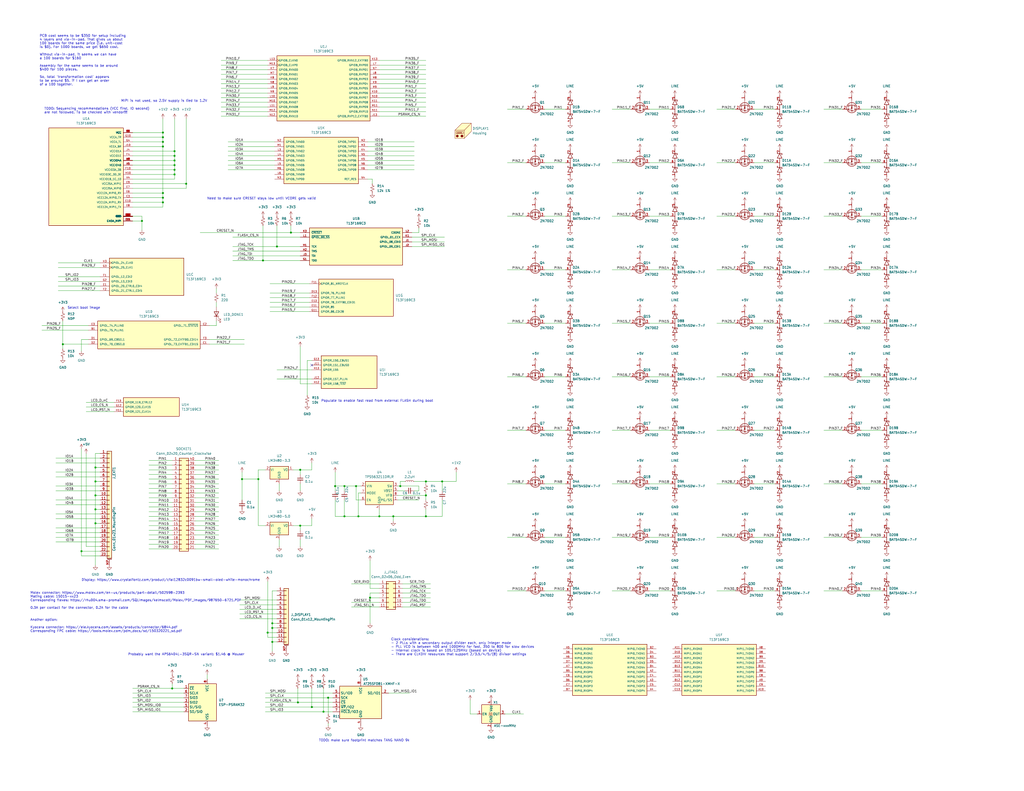
<source format=kicad_sch>
(kicad_sch (version 20211123) (generator eeschema)
  (paper "C")
  (title_block (title "UNIC 40") (date "2023-11-24") (rev "1.0") (company "Modular Circuits"))
  (lib_symbols
    (symbol "BAT54SDW-7-F_1" (pin_names (offset 1.016))
      (property "Reference" "D" (at -2.54 -7.62 90))
      (property "Value" "BAT54SDW-7-F_1" (at 3.81 -7.62 90))
      (symbol "BAT54SDW-7-F_1_1_0"
        (pin passive line (at 0 -7.62 90) (length 2.54) (name "~") (number "1"))
        (pin passive line (at 0 7.62 270) (length 2.54) (name "~") (number "2"))
        (pin passive line (at -2.54 0 0) (length 2.54) (name "~") (number "6"))
      )
      (symbol "BAT54SDW-7-F_1_2_0"
        (pin passive line (at -2.54 0 0) (length 2.54) (name "~") (number "3"))
        (pin passive line (at 0 -7.62 90) (length 2.54) (name "~") (number "4"))
        (pin passive line (at 0 7.62 270) (length 2.54) (name "~") (number "5"))
      )
    )
    (symbol "BAT54SDW-7-F_10" (pin_names (offset 1.016))
      (property "Reference" "D" (at -2.54 -7.62 90))
      (property "Value" "BAT54SDW-7-F_10" (at 3.81 -7.62 90))
      (symbol "BAT54SDW-7-F_10_1_0"
        (pin passive line (at 0 -7.62 90) (length 2.54) (name "~") (number "1"))
        (pin passive line (at 0 7.62 270) (length 2.54) (name "~") (number "2"))
        (pin passive line (at -2.54 0 0) (length 2.54) (name "~") (number "6"))
      )
      (symbol "BAT54SDW-7-F_10_2_0"
        (pin passive line (at -2.54 0 0) (length 2.54) (name "~") (number "3"))
        (pin passive line (at 0 -7.62 90) (length 2.54) (name "~") (number "4"))
        (pin passive line (at 0 7.62 270) (length 2.54) (name "~") (number "5"))
      )
    )
    (symbol "BAT54SDW-7-F_11" (pin_names (offset 1.016))
      (property "Reference" "D" (at -2.54 -7.62 90))
      (property "Value" "BAT54SDW-7-F_11" (at 3.81 -7.62 90))
      (symbol "BAT54SDW-7-F_11_1_0"
        (pin passive line (at 0 -7.62 90) (length 2.54) (name "~") (number "1"))
        (pin passive line (at 0 7.62 270) (length 2.54) (name "~") (number "2"))
        (pin passive line (at -2.54 0 0) (length 2.54) (name "~") (number "6"))
      )
      (symbol "BAT54SDW-7-F_11_2_0"
        (pin passive line (at -2.54 0 0) (length 2.54) (name "~") (number "3"))
        (pin passive line (at 0 -7.62 90) (length 2.54) (name "~") (number "4"))
        (pin passive line (at 0 7.62 270) (length 2.54) (name "~") (number "5"))
      )
    )
    (symbol "BAT54SDW-7-F_12" (pin_names (offset 1.016))
      (property "Reference" "D" (at -2.54 -7.62 90))
      (property "Value" "BAT54SDW-7-F_12" (at 3.81 -7.62 90))
      (symbol "BAT54SDW-7-F_12_1_0"
        (pin passive line (at 0 -7.62 90) (length 2.54) (name "~") (number "1"))
        (pin passive line (at 0 7.62 270) (length 2.54) (name "~") (number "2"))
        (pin passive line (at -2.54 0 0) (length 2.54) (name "~") (number "6"))
      )
      (symbol "BAT54SDW-7-F_12_2_0"
        (pin passive line (at -2.54 0 0) (length 2.54) (name "~") (number "3"))
        (pin passive line (at 0 -7.62 90) (length 2.54) (name "~") (number "4"))
        (pin passive line (at 0 7.62 270) (length 2.54) (name "~") (number "5"))
      )
    )
    (symbol "BAT54SDW-7-F_13" (pin_names (offset 1.016))
      (property "Reference" "D" (at -2.54 -7.62 90))
      (property "Value" "BAT54SDW-7-F_13" (at 3.81 -7.62 90))
      (symbol "BAT54SDW-7-F_13_1_0"
        (pin passive line (at 0 -7.62 90) (length 2.54) (name "~") (number "1"))
        (pin passive line (at 0 7.62 270) (length 2.54) (name "~") (number "2"))
        (pin passive line (at -2.54 0 0) (length 2.54) (name "~") (number "6"))
      )
      (symbol "BAT54SDW-7-F_13_2_0"
        (pin passive line (at -2.54 0 0) (length 2.54) (name "~") (number "3"))
        (pin passive line (at 0 -7.62 90) (length 2.54) (name "~") (number "4"))
        (pin passive line (at 0 7.62 270) (length 2.54) (name "~") (number "5"))
      )
    )
    (symbol "BAT54SDW-7-F_14" (pin_names (offset 1.016))
      (property "Reference" "D" (at -2.54 -7.62 90))
      (property "Value" "BAT54SDW-7-F_14" (at 3.81 -7.62 90))
      (symbol "BAT54SDW-7-F_14_1_0"
        (pin passive line (at 0 -7.62 90) (length 2.54) (name "~") (number "1"))
        (pin passive line (at 0 7.62 270) (length 2.54) (name "~") (number "2"))
        (pin passive line (at -2.54 0 0) (length 2.54) (name "~") (number "6"))
      )
      (symbol "BAT54SDW-7-F_14_2_0"
        (pin passive line (at -2.54 0 0) (length 2.54) (name "~") (number "3"))
        (pin passive line (at 0 -7.62 90) (length 2.54) (name "~") (number "4"))
        (pin passive line (at 0 7.62 270) (length 2.54) (name "~") (number "5"))
      )
    )
    (symbol "BAT54SDW-7-F_15" (pin_names (offset 1.016))
      (property "Reference" "D" (at -2.54 -7.62 90))
      (property "Value" "BAT54SDW-7-F_15" (at 3.81 -7.62 90))
      (symbol "BAT54SDW-7-F_15_1_0"
        (pin passive line (at 0 -7.62 90) (length 2.54) (name "~") (number "1"))
        (pin passive line (at 0 7.62 270) (length 2.54) (name "~") (number "2"))
        (pin passive line (at -2.54 0 0) (length 2.54) (name "~") (number "6"))
      )
      (symbol "BAT54SDW-7-F_15_2_0"
        (pin passive line (at -2.54 0 0) (length 2.54) (name "~") (number "3"))
        (pin passive line (at 0 -7.62 90) (length 2.54) (name "~") (number "4"))
        (pin passive line (at 0 7.62 270) (length 2.54) (name "~") (number "5"))
      )
    )
    (symbol "BAT54SDW-7-F_16" (pin_names (offset 1.016))
      (property "Reference" "D" (at -2.54 -7.62 90))
      (property "Value" "BAT54SDW-7-F_16" (at 3.81 -7.62 90))
      (symbol "BAT54SDW-7-F_16_1_0"
        (pin passive line (at 0 -7.62 90) (length 2.54) (name "~") (number "1"))
        (pin passive line (at 0 7.62 270) (length 2.54) (name "~") (number "2"))
        (pin passive line (at -2.54 0 0) (length 2.54) (name "~") (number "6"))
      )
      (symbol "BAT54SDW-7-F_16_2_0"
        (pin passive line (at -2.54 0 0) (length 2.54) (name "~") (number "3"))
        (pin passive line (at 0 -7.62 90) (length 2.54) (name "~") (number "4"))
        (pin passive line (at 0 7.62 270) (length 2.54) (name "~") (number "5"))
      )
    )
    (symbol "BAT54SDW-7-F_17" (pin_names (offset 1.016))
      (property "Reference" "D" (at -2.54 -7.62 90))
      (property "Value" "BAT54SDW-7-F_17" (at 3.81 -7.62 90))
      (symbol "BAT54SDW-7-F_17_1_0"
        (pin passive line (at 0 -7.62 90) (length 2.54) (name "~") (number "1"))
        (pin passive line (at 0 7.62 270) (length 2.54) (name "~") (number "2"))
        (pin passive line (at -2.54 0 0) (length 2.54) (name "~") (number "6"))
      )
      (symbol "BAT54SDW-7-F_17_2_0"
        (pin passive line (at -2.54 0 0) (length 2.54) (name "~") (number "3"))
        (pin passive line (at 0 -7.62 90) (length 2.54) (name "~") (number "4"))
        (pin passive line (at 0 7.62 270) (length 2.54) (name "~") (number "5"))
      )
    )
    (symbol "BAT54SDW-7-F_18" (pin_names (offset 1.016))
      (property "Reference" "D" (at -2.54 -7.62 90))
      (property "Value" "BAT54SDW-7-F_18" (at 3.81 -7.62 90))
      (symbol "BAT54SDW-7-F_18_1_0"
        (pin passive line (at 0 -7.62 90) (length 2.54) (name "~") (number "1"))
        (pin passive line (at 0 7.62 270) (length 2.54) (name "~") (number "2"))
        (pin passive line (at -2.54 0 0) (length 2.54) (name "~") (number "6"))
      )
      (symbol "BAT54SDW-7-F_18_2_0"
        (pin passive line (at -2.54 0 0) (length 2.54) (name "~") (number "3"))
        (pin passive line (at 0 -7.62 90) (length 2.54) (name "~") (number "4"))
        (pin passive line (at 0 7.62 270) (length 2.54) (name "~") (number "5"))
      )
    )
    (symbol "BAT54SDW-7-F_19" (pin_names (offset 1.016))
      (property "Reference" "D" (at -2.54 -7.62 90))
      (property "Value" "BAT54SDW-7-F_19" (at 3.81 -7.62 90))
      (symbol "BAT54SDW-7-F_19_1_0"
        (pin passive line (at 0 -7.62 90) (length 2.54) (name "~") (number "1"))
        (pin passive line (at 0 7.62 270) (length 2.54) (name "~") (number "2"))
        (pin passive line (at -2.54 0 0) (length 2.54) (name "~") (number "6"))
      )
      (symbol "BAT54SDW-7-F_19_2_0"
        (pin passive line (at -2.54 0 0) (length 2.54) (name "~") (number "3"))
        (pin passive line (at 0 -7.62 90) (length 2.54) (name "~") (number "4"))
        (pin passive line (at 0 7.62 270) (length 2.54) (name "~") (number "5"))
      )
    )
    (symbol "BAT54SDW-7-F_2" (pin_names (offset 1.016))
      (property "Reference" "D" (at -2.54 -7.62 90))
      (property "Value" "BAT54SDW-7-F_2" (at 3.81 -7.62 90))
      (symbol "BAT54SDW-7-F_2_1_0"
        (pin passive line (at 0 -7.62 90) (length 2.54) (name "~") (number "1"))
        (pin passive line (at 0 7.62 270) (length 2.54) (name "~") (number "2"))
        (pin passive line (at -2.54 0 0) (length 2.54) (name "~") (number "6"))
      )
      (symbol "BAT54SDW-7-F_2_2_0"
        (pin passive line (at -2.54 0 0) (length 2.54) (name "~") (number "3"))
        (pin passive line (at 0 -7.62 90) (length 2.54) (name "~") (number "4"))
        (pin passive line (at 0 7.62 270) (length 2.54) (name "~") (number "5"))
      )
    )
    (symbol "BAT54SDW-7-F_20" (pin_names (offset 1.016))
      (property "Reference" "D" (at -2.54 -7.62 90))
      (property "Value" "BAT54SDW-7-F_20" (at 3.81 -7.62 90))
      (symbol "BAT54SDW-7-F_20_1_0"
        (pin passive line (at 0 -7.62 90) (length 2.54) (name "~") (number "1"))
        (pin passive line (at 0 7.62 270) (length 2.54) (name "~") (number "2"))
        (pin passive line (at -2.54 0 0) (length 2.54) (name "~") (number "6"))
      )
      (symbol "BAT54SDW-7-F_20_2_0"
        (pin passive line (at -2.54 0 0) (length 2.54) (name "~") (number "3"))
        (pin passive line (at 0 -7.62 90) (length 2.54) (name "~") (number "4"))
        (pin passive line (at 0 7.62 270) (length 2.54) (name "~") (number "5"))
      )
    )
    (symbol "BAT54SDW-7-F_21" (pin_names (offset 1.016))
      (property "Reference" "D" (at -2.54 -7.62 90))
      (property "Value" "BAT54SDW-7-F_21" (at 3.81 -7.62 90))
      (symbol "BAT54SDW-7-F_21_1_0"
        (pin passive line (at 0 -7.62 90) (length 2.54) (name "~") (number "1"))
        (pin passive line (at 0 7.62 270) (length 2.54) (name "~") (number "2"))
        (pin passive line (at -2.54 0 0) (length 2.54) (name "~") (number "6"))
      )
      (symbol "BAT54SDW-7-F_21_2_0"
        (pin passive line (at -2.54 0 0) (length 2.54) (name "~") (number "3"))
        (pin passive line (at 0 -7.62 90) (length 2.54) (name "~") (number "4"))
        (pin passive line (at 0 7.62 270) (length 2.54) (name "~") (number "5"))
      )
    )
    (symbol "BAT54SDW-7-F_22" (pin_names (offset 1.016))
      (property "Reference" "D" (at -2.54 -7.62 90))
      (property "Value" "BAT54SDW-7-F_22" (at 3.81 -7.62 90))
      (symbol "BAT54SDW-7-F_22_1_0"
        (pin passive line (at 0 -7.62 90) (length 2.54) (name "~") (number "1"))
        (pin passive line (at 0 7.62 270) (length 2.54) (name "~") (number "2"))
        (pin passive line (at -2.54 0 0) (length 2.54) (name "~") (number "6"))
      )
      (symbol "BAT54SDW-7-F_22_2_0"
        (pin passive line (at -2.54 0 0) (length 2.54) (name "~") (number "3"))
        (pin passive line (at 0 -7.62 90) (length 2.54) (name "~") (number "4"))
        (pin passive line (at 0 7.62 270) (length 2.54) (name "~") (number "5"))
      )
    )
    (symbol "BAT54SDW-7-F_23" (pin_names (offset 1.016))
      (property "Reference" "D" (at -2.54 -7.62 90))
      (property "Value" "BAT54SDW-7-F_23" (at 3.81 -7.62 90))
      (symbol "BAT54SDW-7-F_23_1_0"
        (pin passive line (at 0 -7.62 90) (length 2.54) (name "~") (number "1"))
        (pin passive line (at 0 7.62 270) (length 2.54) (name "~") (number "2"))
        (pin passive line (at -2.54 0 0) (length 2.54) (name "~") (number "6"))
      )
      (symbol "BAT54SDW-7-F_23_2_0"
        (pin passive line (at -2.54 0 0) (length 2.54) (name "~") (number "3"))
        (pin passive line (at 0 -7.62 90) (length 2.54) (name "~") (number "4"))
        (pin passive line (at 0 7.62 270) (length 2.54) (name "~") (number "5"))
      )
    )
    (symbol "BAT54SDW-7-F_24" (pin_names (offset 1.016))
      (property "Reference" "D" (at -2.54 -7.62 90))
      (property "Value" "BAT54SDW-7-F_24" (at 3.81 -7.62 90))
      (symbol "BAT54SDW-7-F_24_1_0"
        (pin passive line (at 0 -7.62 90) (length 2.54) (name "~") (number "1"))
        (pin passive line (at 0 7.62 270) (length 2.54) (name "~") (number "2"))
        (pin passive line (at -2.54 0 0) (length 2.54) (name "~") (number "6"))
      )
      (symbol "BAT54SDW-7-F_24_2_0"
        (pin passive line (at -2.54 0 0) (length 2.54) (name "~") (number "3"))
        (pin passive line (at 0 -7.62 90) (length 2.54) (name "~") (number "4"))
        (pin passive line (at 0 7.62 270) (length 2.54) (name "~") (number "5"))
      )
    )
    (symbol "BAT54SDW-7-F_25" (pin_names (offset 1.016))
      (property "Reference" "D" (at -2.54 -7.62 90))
      (property "Value" "BAT54SDW-7-F_25" (at 3.81 -7.62 90))
      (symbol "BAT54SDW-7-F_25_1_0"
        (pin passive line (at 0 -7.62 90) (length 2.54) (name "~") (number "1"))
        (pin passive line (at 0 7.62 270) (length 2.54) (name "~") (number "2"))
        (pin passive line (at -2.54 0 0) (length 2.54) (name "~") (number "6"))
      )
      (symbol "BAT54SDW-7-F_25_2_0"
        (pin passive line (at -2.54 0 0) (length 2.54) (name "~") (number "3"))
        (pin passive line (at 0 -7.62 90) (length 2.54) (name "~") (number "4"))
        (pin passive line (at 0 7.62 270) (length 2.54) (name "~") (number "5"))
      )
    )
    (symbol "BAT54SDW-7-F_26" (pin_names (offset 1.016))
      (property "Reference" "D" (at -2.54 -7.62 90))
      (property "Value" "BAT54SDW-7-F_26" (at 3.81 -7.62 90))
      (symbol "BAT54SDW-7-F_26_1_0"
        (pin passive line (at 0 -7.62 90) (length 2.54) (name "~") (number "1"))
        (pin passive line (at 0 7.62 270) (length 2.54) (name "~") (number "2"))
        (pin passive line (at -2.54 0 0) (length 2.54) (name "~") (number "6"))
      )
      (symbol "BAT54SDW-7-F_26_2_0"
        (pin passive line (at -2.54 0 0) (length 2.54) (name "~") (number "3"))
        (pin passive line (at 0 -7.62 90) (length 2.54) (name "~") (number "4"))
        (pin passive line (at 0 7.62 270) (length 2.54) (name "~") (number "5"))
      )
    )
    (symbol "BAT54SDW-7-F_27" (pin_names (offset 1.016))
      (property "Reference" "D" (at -2.54 -7.62 90))
      (property "Value" "BAT54SDW-7-F_27" (at 3.81 -7.62 90))
      (symbol "BAT54SDW-7-F_27_1_0"
        (pin passive line (at 0 -7.62 90) (length 2.54) (name "~") (number "1"))
        (pin passive line (at 0 7.62 270) (length 2.54) (name "~") (number "2"))
        (pin passive line (at -2.54 0 0) (length 2.54) (name "~") (number "6"))
      )
      (symbol "BAT54SDW-7-F_27_2_0"
        (pin passive line (at -2.54 0 0) (length 2.54) (name "~") (number "3"))
        (pin passive line (at 0 -7.62 90) (length 2.54) (name "~") (number "4"))
        (pin passive line (at 0 7.62 270) (length 2.54) (name "~") (number "5"))
      )
    )
    (symbol "BAT54SDW-7-F_28" (pin_names (offset 1.016))
      (property "Reference" "D" (at -2.54 -7.62 90))
      (property "Value" "BAT54SDW-7-F_28" (at 3.81 -7.62 90))
      (symbol "BAT54SDW-7-F_28_1_0"
        (pin passive line (at 0 -7.62 90) (length 2.54) (name "~") (number "1"))
        (pin passive line (at 0 7.62 270) (length 2.54) (name "~") (number "2"))
        (pin passive line (at -2.54 0 0) (length 2.54) (name "~") (number "6"))
      )
      (symbol "BAT54SDW-7-F_28_2_0"
        (pin passive line (at -2.54 0 0) (length 2.54) (name "~") (number "3"))
        (pin passive line (at 0 -7.62 90) (length 2.54) (name "~") (number "4"))
        (pin passive line (at 0 7.62 270) (length 2.54) (name "~") (number "5"))
      )
    )
    (symbol "BAT54SDW-7-F_29" (pin_names (offset 1.016))
      (property "Reference" "D" (at -2.54 -7.62 90))
      (property "Value" "BAT54SDW-7-F_29" (at 3.81 -7.62 90))
      (symbol "BAT54SDW-7-F_29_1_0"
        (pin passive line (at 0 -7.62 90) (length 2.54) (name "~") (number "1"))
        (pin passive line (at 0 7.62 270) (length 2.54) (name "~") (number "2"))
        (pin passive line (at -2.54 0 0) (length 2.54) (name "~") (number "6"))
      )
      (symbol "BAT54SDW-7-F_29_2_0"
        (pin passive line (at -2.54 0 0) (length 2.54) (name "~") (number "3"))
        (pin passive line (at 0 -7.62 90) (length 2.54) (name "~") (number "4"))
        (pin passive line (at 0 7.62 270) (length 2.54) (name "~") (number "5"))
      )
    )
    (symbol "BAT54SDW-7-F_3" (pin_names (offset 1.016))
      (property "Reference" "D" (at -2.54 -7.62 90))
      (property "Value" "BAT54SDW-7-F_3" (at 3.81 -7.62 90))
      (symbol "BAT54SDW-7-F_3_1_0"
        (pin passive line (at 0 -7.62 90) (length 2.54) (name "~") (number "1"))
        (pin passive line (at 0 7.62 270) (length 2.54) (name "~") (number "2"))
        (pin passive line (at -2.54 0 0) (length 2.54) (name "~") (number "6"))
      )
      (symbol "BAT54SDW-7-F_3_2_0"
        (pin passive line (at -2.54 0 0) (length 2.54) (name "~") (number "3"))
        (pin passive line (at 0 -7.62 90) (length 2.54) (name "~") (number "4"))
        (pin passive line (at 0 7.62 270) (length 2.54) (name "~") (number "5"))
      )
    )
    (symbol "BAT54SDW-7-F_30" (pin_names (offset 1.016))
      (property "Reference" "D" (at -2.54 -7.62 90))
      (property "Value" "BAT54SDW-7-F_30" (at 3.81 -7.62 90))
      (symbol "BAT54SDW-7-F_30_1_0"
        (pin passive line (at 0 -7.62 90) (length 2.54) (name "~") (number "1"))
        (pin passive line (at 0 7.62 270) (length 2.54) (name "~") (number "2"))
        (pin passive line (at -2.54 0 0) (length 2.54) (name "~") (number "6"))
      )
      (symbol "BAT54SDW-7-F_30_2_0"
        (pin passive line (at -2.54 0 0) (length 2.54) (name "~") (number "3"))
        (pin passive line (at 0 -7.62 90) (length 2.54) (name "~") (number "4"))
        (pin passive line (at 0 7.62 270) (length 2.54) (name "~") (number "5"))
      )
    )
    (symbol "BAT54SDW-7-F_31" (pin_names (offset 1.016))
      (property "Reference" "D" (at -2.54 -7.62 90))
      (property "Value" "BAT54SDW-7-F_31" (at 3.81 -7.62 90))
      (symbol "BAT54SDW-7-F_31_1_0"
        (pin passive line (at 0 -7.62 90) (length 2.54) (name "~") (number "1"))
        (pin passive line (at 0 7.62 270) (length 2.54) (name "~") (number "2"))
        (pin passive line (at -2.54 0 0) (length 2.54) (name "~") (number "6"))
      )
      (symbol "BAT54SDW-7-F_31_2_0"
        (pin passive line (at -2.54 0 0) (length 2.54) (name "~") (number "3"))
        (pin passive line (at 0 -7.62 90) (length 2.54) (name "~") (number "4"))
        (pin passive line (at 0 7.62 270) (length 2.54) (name "~") (number "5"))
      )
    )
    (symbol "BAT54SDW-7-F_32" (pin_names (offset 1.016))
      (property "Reference" "D" (at -2.54 -7.62 90))
      (property "Value" "BAT54SDW-7-F_32" (at 3.81 -7.62 90))
      (symbol "BAT54SDW-7-F_32_1_0"
        (pin passive line (at 0 -7.62 90) (length 2.54) (name "~") (number "1"))
        (pin passive line (at 0 7.62 270) (length 2.54) (name "~") (number "2"))
        (pin passive line (at -2.54 0 0) (length 2.54) (name "~") (number "6"))
      )
      (symbol "BAT54SDW-7-F_32_2_0"
        (pin passive line (at -2.54 0 0) (length 2.54) (name "~") (number "3"))
        (pin passive line (at 0 -7.62 90) (length 2.54) (name "~") (number "4"))
        (pin passive line (at 0 7.62 270) (length 2.54) (name "~") (number "5"))
      )
    )
    (symbol "BAT54SDW-7-F_33" (pin_names (offset 1.016))
      (property "Reference" "D" (at -2.54 -7.62 90))
      (property "Value" "BAT54SDW-7-F_33" (at 3.81 -7.62 90))
      (symbol "BAT54SDW-7-F_33_1_0"
        (pin passive line (at 0 -7.62 90) (length 2.54) (name "~") (number "1"))
        (pin passive line (at 0 7.62 270) (length 2.54) (name "~") (number "2"))
        (pin passive line (at -2.54 0 0) (length 2.54) (name "~") (number "6"))
      )
      (symbol "BAT54SDW-7-F_33_2_0"
        (pin passive line (at -2.54 0 0) (length 2.54) (name "~") (number "3"))
        (pin passive line (at 0 -7.62 90) (length 2.54) (name "~") (number "4"))
        (pin passive line (at 0 7.62 270) (length 2.54) (name "~") (number "5"))
      )
    )
    (symbol "BAT54SDW-7-F_34" (pin_names (offset 1.016))
      (property "Reference" "D" (at -2.54 -7.62 90))
      (property "Value" "BAT54SDW-7-F_34" (at 3.81 -7.62 90))
      (symbol "BAT54SDW-7-F_34_1_0"
        (pin passive line (at 0 -7.62 90) (length 2.54) (name "~") (number "1"))
        (pin passive line (at 0 7.62 270) (length 2.54) (name "~") (number "2"))
        (pin passive line (at -2.54 0 0) (length 2.54) (name "~") (number "6"))
      )
      (symbol "BAT54SDW-7-F_34_2_0"
        (pin passive line (at -2.54 0 0) (length 2.54) (name "~") (number "3"))
        (pin passive line (at 0 -7.62 90) (length 2.54) (name "~") (number "4"))
        (pin passive line (at 0 7.62 270) (length 2.54) (name "~") (number "5"))
      )
    )
    (symbol "BAT54SDW-7-F_35" (pin_names (offset 1.016))
      (property "Reference" "D" (at -2.54 -7.62 90))
      (property "Value" "BAT54SDW-7-F_35" (at 3.81 -7.62 90))
      (symbol "BAT54SDW-7-F_35_1_0"
        (pin passive line (at 0 -7.62 90) (length 2.54) (name "~") (number "1"))
        (pin passive line (at 0 7.62 270) (length 2.54) (name "~") (number "2"))
        (pin passive line (at -2.54 0 0) (length 2.54) (name "~") (number "6"))
      )
      (symbol "BAT54SDW-7-F_35_2_0"
        (pin passive line (at -2.54 0 0) (length 2.54) (name "~") (number "3"))
        (pin passive line (at 0 -7.62 90) (length 2.54) (name "~") (number "4"))
        (pin passive line (at 0 7.62 270) (length 2.54) (name "~") (number "5"))
      )
    )
    (symbol "BAT54SDW-7-F_36" (pin_names (offset 1.016))
      (property "Reference" "D" (at -2.54 -7.62 90))
      (property "Value" "BAT54SDW-7-F_36" (at 3.81 -7.62 90))
      (symbol "BAT54SDW-7-F_36_1_0"
        (pin passive line (at 0 -7.62 90) (length 2.54) (name "~") (number "1"))
        (pin passive line (at 0 7.62 270) (length 2.54) (name "~") (number "2"))
        (pin passive line (at -2.54 0 0) (length 2.54) (name "~") (number "6"))
      )
      (symbol "BAT54SDW-7-F_36_2_0"
        (pin passive line (at -2.54 0 0) (length 2.54) (name "~") (number "3"))
        (pin passive line (at 0 -7.62 90) (length 2.54) (name "~") (number "4"))
        (pin passive line (at 0 7.62 270) (length 2.54) (name "~") (number "5"))
      )
    )
    (symbol "BAT54SDW-7-F_37" (pin_names (offset 1.016))
      (property "Reference" "D" (at -2.54 -7.62 90))
      (property "Value" "BAT54SDW-7-F_37" (at 3.81 -7.62 90))
      (symbol "BAT54SDW-7-F_37_1_0"
        (pin passive line (at 0 -7.62 90) (length 2.54) (name "~") (number "1"))
        (pin passive line (at 0 7.62 270) (length 2.54) (name "~") (number "2"))
        (pin passive line (at -2.54 0 0) (length 2.54) (name "~") (number "6"))
      )
      (symbol "BAT54SDW-7-F_37_2_0"
        (pin passive line (at -2.54 0 0) (length 2.54) (name "~") (number "3"))
        (pin passive line (at 0 -7.62 90) (length 2.54) (name "~") (number "4"))
        (pin passive line (at 0 7.62 270) (length 2.54) (name "~") (number "5"))
      )
    )
    (symbol "BAT54SDW-7-F_38" (pin_names (offset 1.016))
      (property "Reference" "D" (at -2.54 -7.62 90))
      (property "Value" "BAT54SDW-7-F_38" (at 3.81 -7.62 90))
      (symbol "BAT54SDW-7-F_38_1_0"
        (pin passive line (at 0 -7.62 90) (length 2.54) (name "~") (number "1"))
        (pin passive line (at 0 7.62 270) (length 2.54) (name "~") (number "2"))
        (pin passive line (at -2.54 0 0) (length 2.54) (name "~") (number "6"))
      )
      (symbol "BAT54SDW-7-F_38_2_0"
        (pin passive line (at -2.54 0 0) (length 2.54) (name "~") (number "3"))
        (pin passive line (at 0 -7.62 90) (length 2.54) (name "~") (number "4"))
        (pin passive line (at 0 7.62 270) (length 2.54) (name "~") (number "5"))
      )
    )
    (symbol "BAT54SDW-7-F_39" (pin_names (offset 1.016))
      (property "Reference" "D" (at -2.54 -7.62 90))
      (property "Value" "BAT54SDW-7-F_39" (at 3.81 -7.62 90))
      (symbol "BAT54SDW-7-F_39_1_0"
        (pin passive line (at 0 -7.62 90) (length 2.54) (name "~") (number "1"))
        (pin passive line (at 0 7.62 270) (length 2.54) (name "~") (number "2"))
        (pin passive line (at -2.54 0 0) (length 2.54) (name "~") (number "6"))
      )
      (symbol "BAT54SDW-7-F_39_2_0"
        (pin passive line (at -2.54 0 0) (length 2.54) (name "~") (number "3"))
        (pin passive line (at 0 -7.62 90) (length 2.54) (name "~") (number "4"))
        (pin passive line (at 0 7.62 270) (length 2.54) (name "~") (number "5"))
      )
    )
    (symbol "BAT54SDW-7-F_4" (pin_names (offset 1.016))
      (property "Reference" "D" (at -2.54 -7.62 90))
      (property "Value" "BAT54SDW-7-F_4" (at 3.81 -7.62 90))
      (symbol "BAT54SDW-7-F_4_1_0"
        (pin passive line (at 0 -7.62 90) (length 2.54) (name "~") (number "1"))
        (pin passive line (at 0 7.62 270) (length 2.54) (name "~") (number "2"))
        (pin passive line (at -2.54 0 0) (length 2.54) (name "~") (number "6"))
      )
      (symbol "BAT54SDW-7-F_4_2_0"
        (pin passive line (at -2.54 0 0) (length 2.54) (name "~") (number "3"))
        (pin passive line (at 0 -7.62 90) (length 2.54) (name "~") (number "4"))
        (pin passive line (at 0 7.62 270) (length 2.54) (name "~") (number "5"))
      )
    )
    (symbol "BAT54SDW-7-F_5" (pin_names (offset 1.016))
      (property "Reference" "D" (at -2.54 -7.62 90))
      (property "Value" "BAT54SDW-7-F_5" (at 3.81 -7.62 90))
      (symbol "BAT54SDW-7-F_5_1_0"
        (pin passive line (at 0 -7.62 90) (length 2.54) (name "~") (number "1"))
        (pin passive line (at 0 7.62 270) (length 2.54) (name "~") (number "2"))
        (pin passive line (at -2.54 0 0) (length 2.54) (name "~") (number "6"))
      )
      (symbol "BAT54SDW-7-F_5_2_0"
        (pin passive line (at -2.54 0 0) (length 2.54) (name "~") (number "3"))
        (pin passive line (at 0 -7.62 90) (length 2.54) (name "~") (number "4"))
        (pin passive line (at 0 7.62 270) (length 2.54) (name "~") (number "5"))
      )
    )
    (symbol "BAT54SDW-7-F_6" (pin_names (offset 1.016))
      (property "Reference" "D" (at -2.54 -7.62 90))
      (property "Value" "BAT54SDW-7-F_6" (at 3.81 -7.62 90))
      (symbol "BAT54SDW-7-F_6_1_0"
        (pin passive line (at 0 -7.62 90) (length 2.54) (name "~") (number "1"))
        (pin passive line (at 0 7.62 270) (length 2.54) (name "~") (number "2"))
        (pin passive line (at -2.54 0 0) (length 2.54) (name "~") (number "6"))
      )
      (symbol "BAT54SDW-7-F_6_2_0"
        (pin passive line (at -2.54 0 0) (length 2.54) (name "~") (number "3"))
        (pin passive line (at 0 -7.62 90) (length 2.54) (name "~") (number "4"))
        (pin passive line (at 0 7.62 270) (length 2.54) (name "~") (number "5"))
      )
    )
    (symbol "BAT54SDW-7-F_7" (pin_names (offset 1.016))
      (property "Reference" "D" (at -2.54 -7.62 90))
      (property "Value" "BAT54SDW-7-F_7" (at 3.81 -7.62 90))
      (symbol "BAT54SDW-7-F_7_1_0"
        (pin passive line (at 0 -7.62 90) (length 2.54) (name "~") (number "1"))
        (pin passive line (at 0 7.62 270) (length 2.54) (name "~") (number "2"))
        (pin passive line (at -2.54 0 0) (length 2.54) (name "~") (number "6"))
      )
      (symbol "BAT54SDW-7-F_7_2_0"
        (pin passive line (at -2.54 0 0) (length 2.54) (name "~") (number "3"))
        (pin passive line (at 0 -7.62 90) (length 2.54) (name "~") (number "4"))
        (pin passive line (at 0 7.62 270) (length 2.54) (name "~") (number "5"))
      )
    )
    (symbol "BAT54SDW-7-F_8" (pin_names (offset 1.016))
      (property "Reference" "D" (at -2.54 -7.62 90))
      (property "Value" "BAT54SDW-7-F_8" (at 3.81 -7.62 90))
      (symbol "BAT54SDW-7-F_8_1_0"
        (pin passive line (at 0 -7.62 90) (length 2.54) (name "~") (number "1"))
        (pin passive line (at 0 7.62 270) (length 2.54) (name "~") (number "2"))
        (pin passive line (at -2.54 0 0) (length 2.54) (name "~") (number "6"))
      )
      (symbol "BAT54SDW-7-F_8_2_0"
        (pin passive line (at -2.54 0 0) (length 2.54) (name "~") (number "3"))
        (pin passive line (at 0 -7.62 90) (length 2.54) (name "~") (number "4"))
        (pin passive line (at 0 7.62 270) (length 2.54) (name "~") (number "5"))
      )
    )
    (symbol "BAT54SDW-7-F_9" (pin_names (offset 1.016))
      (property "Reference" "D" (at -2.54 -7.62 90))
      (property "Value" "BAT54SDW-7-F_9" (at 3.81 -7.62 90))
      (symbol "BAT54SDW-7-F_9_1_0"
        (pin passive line (at 0 -7.62 90) (length 2.54) (name "~") (number "1"))
        (pin passive line (at 0 7.62 270) (length 2.54) (name "~") (number "2"))
        (pin passive line (at -2.54 0 0) (length 2.54) (name "~") (number "6"))
      )
      (symbol "BAT54SDW-7-F_9_2_0"
        (pin passive line (at -2.54 0 0) (length 2.54) (name "~") (number "3"))
        (pin passive line (at 0 -7.62 90) (length 2.54) (name "~") (number "4"))
        (pin passive line (at 0 7.62 270) (length 2.54) (name "~") (number "5"))
      )
    )
    (symbol "Connector_Generic:Conn_02x06_Odd_Even" (pin_names (offset 1.016) hide)
      (property "Reference" "J" (at 1.27 7.62 0))
      (property "Value" "Conn_02x06_Odd_Even" (at 1.27 -10.16 0))
      (symbol "Conn_02x06_Odd_Even_1_1"
        (pin passive line (at -5.08 5.08 0) (length 3.81) (name "Pin_1") (number "1"))
        (pin passive line (at 7.62 -5.08 180) (length 3.81) (name "Pin_10") (number "10"))
        (pin passive line (at -5.08 -7.62 0) (length 3.81) (name "Pin_11") (number "11"))
        (pin passive line (at 7.62 -7.62 180) (length 3.81) (name "Pin_12") (number "12"))
        (pin passive line (at 7.62 5.08 180) (length 3.81) (name "Pin_2") (number "2"))
        (pin passive line (at -5.08 2.54 0) (length 3.81) (name "Pin_3") (number "3"))
        (pin passive line (at 7.62 2.54 180) (length 3.81) (name "Pin_4") (number "4"))
        (pin passive line (at -5.08 0 0) (length 3.81) (name "Pin_5") (number "5"))
        (pin passive line (at 7.62 0 180) (length 3.81) (name "Pin_6") (number "6"))
        (pin passive line (at -5.08 -2.54 0) (length 3.81) (name "Pin_7") (number "7"))
        (pin passive line (at 7.62 -2.54 180) (length 3.81) (name "Pin_8") (number "8"))
        (pin passive line (at -5.08 -5.08 0) (length 3.81) (name "Pin_9") (number "9"))
      )
    )
    (symbol "Connector_Generic:Conn_02x20_Counter_Clockwise" (pin_names (offset 1.016) hide)
      (property "Reference" "J" (at 1.27 25.4 0))
      (property "Value" "Conn_02x20_Counter_Clockwise" (at 1.27 -27.94 0))
      (symbol "Conn_02x20_Counter_Clockwise_1_1"
        (pin passive line (at -5.08 22.86 0) (length 3.81) (name "Pin_1") (number "1"))
        (pin passive line (at -5.08 0 0) (length 3.81) (name "Pin_10") (number "10"))
        (pin passive line (at -5.08 -2.54 0) (length 3.81) (name "Pin_11") (number "11"))
        (pin passive line (at -5.08 -5.08 0) (length 3.81) (name "Pin_12") (number "12"))
        (pin passive line (at -5.08 -7.62 0) (length 3.81) (name "Pin_13") (number "13"))
        (pin passive line (at -5.08 -10.16 0) (length 3.81) (name "Pin_14") (number "14"))
        (pin passive line (at -5.08 -12.7 0) (length 3.81) (name "Pin_15") (number "15"))
        (pin passive line (at -5.08 -15.24 0) (length 3.81) (name "Pin_16") (number "16"))
        (pin passive line (at -5.08 -17.78 0) (length 3.81) (name "Pin_17") (number "17"))
        (pin passive line (at -5.08 -20.32 0) (length 3.81) (name "Pin_18") (number "18"))
        (pin passive line (at -5.08 -22.86 0) (length 3.81) (name "Pin_19") (number "19"))
        (pin passive line (at -5.08 20.32 0) (length 3.81) (name "Pin_2") (number "2"))
        (pin passive line (at -5.08 -25.4 0) (length 3.81) (name "Pin_20") (number "20"))
        (pin passive line (at 7.62 -25.4 180) (length 3.81) (name "Pin_21") (number "21"))
        (pin passive line (at 7.62 -22.86 180) (length 3.81) (name "Pin_22") (number "22"))
        (pin passive line (at 7.62 -20.32 180) (length 3.81) (name "Pin_23") (number "23"))
        (pin passive line (at 7.62 -17.78 180) (length 3.81) (name "Pin_24") (number "24"))
        (pin passive line (at 7.62 -15.24 180) (length 3.81) (name "Pin_25") (number "25"))
        (pin passive line (at 7.62 -12.7 180) (length 3.81) (name "Pin_26") (number "26"))
        (pin passive line (at 7.62 -10.16 180) (length 3.81) (name "Pin_27") (number "27"))
        (pin passive line (at 7.62 -7.62 180) (length 3.81) (name "Pin_28") (number "28"))
        (pin passive line (at 7.62 -5.08 180) (length 3.81) (name "Pin_29") (number "29"))
        (pin passive line (at -5.08 17.78 0) (length 3.81) (name "Pin_3") (number "3"))
        (pin passive line (at 7.62 -2.54 180) (length 3.81) (name "Pin_30") (number "30"))
        (pin passive line (at 7.62 0 180) (length 3.81) (name "Pin_31") (number "31"))
        (pin passive line (at 7.62 2.54 180) (length 3.81) (name "Pin_32") (number "32"))
        (pin passive line (at 7.62 5.08 180) (length 3.81) (name "Pin_33") (number "33"))
        (pin passive line (at 7.62 7.62 180) (length 3.81) (name "Pin_34") (number "34"))
        (pin passive line (at 7.62 10.16 180) (length 3.81) (name "Pin_35") (number "35"))
        (pin passive line (at 7.62 12.7 180) (length 3.81) (name "Pin_36") (number "36"))
        (pin passive line (at 7.62 15.24 180) (length 3.81) (name "Pin_37") (number "37"))
        (pin passive line (at 7.62 17.78 180) (length 3.81) (name "Pin_38") (number "38"))
        (pin passive line (at 7.62 20.32 180) (length 3.81) (name "Pin_39") (number "39"))
        (pin passive line (at -5.08 15.24 0) (length 3.81) (name "Pin_4") (number "4"))
        (pin passive line (at 7.62 22.86 180) (length 3.81) (name "Pin_40") (number "40"))
        (pin passive line (at -5.08 12.7 0) (length 3.81) (name "Pin_5") (number "5"))
        (pin passive line (at -5.08 10.16 0) (length 3.81) (name "Pin_6") (number "6"))
        (pin passive line (at -5.08 7.62 0) (length 3.81) (name "Pin_7") (number "7"))
        (pin passive line (at -5.08 5.08 0) (length 3.81) (name "Pin_8") (number "8"))
        (pin passive line (at -5.08 2.54 0) (length 3.81) (name "Pin_9") (number "9"))
      )
    )
    (symbol "Connector_Generic_MountingPin:Conn_01x12_MountingPin" (pin_names (offset 1.016) hide)
      (property "Reference" "J" (at 0 15.24 0))
      (property "Value" "Conn_01x12_MountingPin" (at 1.27 -17.78 0))
      (symbol "Conn_01x12_MountingPin_1_1"
        (text "Mounting" (at 0 -16.891 0) (effects (font (size 0.381 0.381))))
        (pin passive line (at -5.08 12.7 0) (length 3.81) (name "Pin_1") (number "1"))
        (pin passive line (at -5.08 -10.16 0) (length 3.81) (name "Pin_10") (number "10"))
        (pin passive line (at -5.08 -12.7 0) (length 3.81) (name "Pin_11") (number "11"))
        (pin passive line (at -5.08 -15.24 0) (length 3.81) (name "Pin_12") (number "12"))
        (pin passive line (at -5.08 10.16 0) (length 3.81) (name "Pin_2") (number "2"))
        (pin passive line (at -5.08 7.62 0) (length 3.81) (name "Pin_3") (number "3"))
        (pin passive line (at -5.08 5.08 0) (length 3.81) (name "Pin_4") (number "4"))
        (pin passive line (at -5.08 2.54 0) (length 3.81) (name "Pin_5") (number "5"))
        (pin passive line (at -5.08 0 0) (length 3.81) (name "Pin_6") (number "6"))
        (pin passive line (at -5.08 -2.54 0) (length 3.81) (name "Pin_7") (number "7"))
        (pin passive line (at -5.08 -5.08 0) (length 3.81) (name "Pin_8") (number "8"))
        (pin passive line (at -5.08 -7.62 0) (length 3.81) (name "Pin_9") (number "9"))
        (pin passive line (at 0 -20.32 90) (length 3.048) (name "MountPin") (number "MP"))
      )
    )
    (symbol "Connector_Generic_MountingPin:Conn_01x23_MountingPin" (pin_names (offset 1.016) hide)
      (property "Reference" "J" (at 0 30.48 0))
      (property "Value" "Conn_01x23_MountingPin" (at 1.27 -30.48 0))
      (symbol "Conn_01x23_MountingPin_1_1"
        (text "Mounting" (at 0 -29.591 0) (effects (font (size 0.381 0.381))))
        (pin passive line (at -5.08 27.94 0) (length 3.81) (name "Pin_1") (number "1"))
        (pin passive line (at -5.08 5.08 0) (length 3.81) (name "Pin_10") (number "10"))
        (pin passive line (at -5.08 2.54 0) (length 3.81) (name "Pin_11") (number "11"))
        (pin passive line (at -5.08 0 0) (length 3.81) (name "Pin_12") (number "12"))
        (pin passive line (at -5.08 -2.54 0) (length 3.81) (name "Pin_13") (number "13"))
        (pin passive line (at -5.08 -5.08 0) (length 3.81) (name "Pin_14") (number "14"))
        (pin passive line (at -5.08 -7.62 0) (length 3.81) (name "Pin_15") (number "15"))
        (pin passive line (at -5.08 -10.16 0) (length 3.81) (name "Pin_16") (number "16"))
        (pin passive line (at -5.08 -12.7 0) (length 3.81) (name "Pin_17") (number "17"))
        (pin passive line (at -5.08 -15.24 0) (length 3.81) (name "Pin_18") (number "18"))
        (pin passive line (at -5.08 -17.78 0) (length 3.81) (name "Pin_19") (number "19"))
        (pin passive line (at -5.08 25.4 0) (length 3.81) (name "Pin_2") (number "2"))
        (pin passive line (at -5.08 -20.32 0) (length 3.81) (name "Pin_20") (number "20"))
        (pin passive line (at -5.08 -22.86 0) (length 3.81) (name "Pin_21") (number "21"))
        (pin passive line (at -5.08 -25.4 0) (length 3.81) (name "Pin_22") (number "22"))
        (pin passive line (at -5.08 -27.94 0) (length 3.81) (name "Pin_23") (number "23"))
        (pin passive line (at -5.08 22.86 0) (length 3.81) (name "Pin_3") (number "3"))
        (pin passive line (at -5.08 20.32 0) (length 3.81) (name "Pin_4") (number "4"))
        (pin passive line (at -5.08 17.78 0) (length 3.81) (name "Pin_5") (number "5"))
        (pin passive line (at -5.08 15.24 0) (length 3.81) (name "Pin_6") (number "6"))
        (pin passive line (at -5.08 12.7 0) (length 3.81) (name "Pin_7") (number "7"))
        (pin passive line (at -5.08 10.16 0) (length 3.81) (name "Pin_8") (number "8"))
        (pin passive line (at -5.08 7.62 0) (length 3.81) (name "Pin_9") (number "9"))
        (pin passive line (at 0 -33.02 90) (length 3.048) (name "MountPin") (number "MP"))
      )
    )
    (symbol "Device:C_Small" (pin_numbers hide) (pin_names (offset 0.254) hide)
      (property "Reference" "C" (at 0.254 1.778 0))
      (property "Value" "C_Small" (at 0.254 -2.032 0))
      (symbol "C_Small_1_1"
        (pin passive line (at 0 2.54 270) (length 2.032) (name "~") (number "1"))
        (pin passive line (at 0 -2.54 90) (length 2.032) (name "~") (number "2"))
      )
    )
    (symbol "Device:LED" (pin_numbers hide) (pin_names (offset 1.016) hide)
      (property "Reference" "D" (at 0 2.54 0))
      (property "Value" "LED" (at 0 -2.54 0))
      (symbol "LED_1_1"
        (pin passive line (at -3.81 0 0) (length 2.54) (name "K") (number "1"))
        (pin passive line (at 3.81 0 180) (length 2.54) (name "A") (number "2"))
      )
    )
    (symbol "Device:L_Small" (pin_numbers hide) (pin_names (offset 0.254) hide)
      (property "Reference" "L" (at 0.762 1.016 0))
      (property "Value" "L_Small" (at 0.762 -1.016 0))
      (symbol "L_Small_1_1"
        (pin passive line (at 0 2.54 270) (length 0.508) (name "~") (number "1"))
        (pin passive line (at 0 -2.54 90) (length 0.508) (name "~") (number "2"))
      )
    )
    (symbol "Device:R_Small_US" (pin_numbers hide) (pin_names (offset 0.254) hide)
      (property "Reference" "R" (at 0.762 0.508 0))
      (property "Value" "R_Small_US" (at 0.762 -1.016 0))
      (symbol "R_Small_US_1_1"
        (pin passive line (at 0 2.54 270) (length 1.016) (name "~") (number "1"))
        (pin passive line (at 0 -2.54 90) (length 1.016) (name "~") (number "2"))
      )
    )
    (symbol "Mechanical:Housing" (pin_names (offset 1.016))
      (property "Reference" "N" (at 3.81 0 0))
      (property "Value" "Housing" (at 3.81 -1.905 0))
    )
    (symbol "Memory_Flash:AT25SF081-XMHF-X"
      (property "Reference" "U" (at 2.54 12.7 0))
      (property "Value" "AT25SF081-XMHF-X" (at 10.16 10.16 0))
      (symbol "AT25SF081-XMHF-X_1_1"
        (pin input line (at -15.24 0 0) (length 3.81) (name "~{CS}") (number "1"))
        (pin bidirectional line (at 15.24 5.08 180) (length 3.81) (name "SO/IO1") (number "2"))
        (pin bidirectional line (at -15.24 -2.54 0) (length 3.81) (name "~{WP}/IO2") (number "3"))
        (pin power_in line (at 0 -12.7 90) (length 3.81) (name "GND") (number "4"))
        (pin bidirectional line (at -15.24 5.08 0) (length 3.81) (name "SI/IO0") (number "5"))
        (pin input line (at -15.24 2.54 0) (length 3.81) (name "SCK") (number "6"))
        (pin bidirectional line (at -15.24 -5.08 0) (length 3.81) (name "~{HOLD}/IO3") (number "7"))
        (pin power_in line (at 0 12.7 270) (length 3.81) (name "VCC") (number "8"))
      )
    )
    (symbol "Memory_RAM:ESP-PSRAM32"
      (property "Reference" "U" (at 3.81 11.43 0))
      (property "Value" "ESP-PSRAM32" (at -1.27 -11.43 0))
      (symbol "ESP-PSRAM32_1_1"
        (pin input line (at 10.16 7.62 180) (length 2.54) (name "~{CE}") (number "1"))
        (pin output line (at 10.16 -5.08 180) (length 2.54) (name "SO/SIO") (number "2"))
        (pin bidirectional line (at 10.16 0 180) (length 2.54) (name "SIO2") (number "3"))
        (pin power_in line (at -2.54 -12.7 90) (length 2.54) (name "VSS") (number "4"))
        (pin input line (at 10.16 -2.54 180) (length 2.54) (name "SI/SIO") (number "5"))
        (pin output line (at 10.16 5.08 180) (length 2.54) (name "SCLK") (number "6"))
        (pin bidirectional line (at 10.16 2.54 180) (length 2.54) (name "SIO3") (number "7"))
        (pin power_in line (at -2.54 12.7 270) (length 2.54) (name "VCC") (number "8"))
      )
    )
    (symbol "Oscillator:ASE-xxxMHz" (pin_names (offset 0.254))
      (property "Reference" "X" (at -5.08 6.35 0))
      (property "Value" "ASE-xxxMHz" (at 1.27 -6.35 0))
      (symbol "ASE-xxxMHz_1_1"
        (pin input line (at -7.62 0 0) (length 2.54) (name "EN") (number "1"))
        (pin power_in line (at 0 -7.62 90) (length 2.54) (name "GND") (number "2"))
        (pin output line (at 7.62 0 180) (length 2.54) (name "OUT") (number "3"))
        (pin power_in line (at 0 7.62 270) (length 2.54) (name "Vdd") (number "4"))
      )
    )
    (symbol "Regulator_Linear:LM3480-3.3" (pin_names (offset 0.254))
      (property "Reference" "U" (at -3.81 3.175 0))
      (property "Value" "LM3480-3.3" (at 0 3.175 0))
      (symbol "LM3480-3.3_1_1"
        (pin power_out line (at 7.62 0 180) (length 2.54) (name "VO") (number "1"))
        (pin power_in line (at -7.62 0 0) (length 2.54) (name "VI") (number "2"))
        (pin power_in line (at 0 -7.62 90) (length 2.54) (name "GND") (number "3"))
      )
    )
    (symbol "Regulator_Linear:LM3480-5.0" (pin_names (offset 0.254))
      (property "Reference" "U" (at -3.81 3.175 0))
      (property "Value" "LM3480-5.0" (at 0 3.175 0))
      (symbol "LM3480-5.0_1_1"
        (pin power_out line (at 7.62 0 180) (length 2.54) (name "VO") (number "1"))
        (pin power_in line (at -7.62 0 0) (length 2.54) (name "VI") (number "2"))
        (pin power_in line (at 0 -7.62 90) (length 2.54) (name "GND") (number "3"))
      )
    )
    (symbol "Transistor_FET:2N7002" (pin_names hide)
      (property "Reference" "Q" (at 5.08 1.905 0))
      (property "Value" "2N7002" (at 5.08 0 0))
      (symbol "2N7002_1_1"
        (pin input line (at -5.08 0 0) (length 2.54) (name "G") (number "1"))
        (pin passive line (at 2.54 -5.08 90) (length 2.54) (name "S") (number "2"))
        (pin passive line (at 2.54 5.08 270) (length 2.54) (name "D") (number "3"))
      )
    )
    (symbol "UNIC:BAT54SDW-7-F" (pin_names (offset 1.016))
      (property "Reference" "D" (at -2.54 -7.62 90))
      (property "Value" "BAT54SDW-7-F" (at 3.81 -7.62 90))
      (symbol "BAT54SDW-7-F_1_0"
        (pin passive line (at 0 -7.62 90) (length 2.54) (name "~") (number "1"))
        (pin passive line (at 0 7.62 270) (length 2.54) (name "~") (number "2"))
        (pin passive line (at -2.54 0 0) (length 2.54) (name "~") (number "6"))
      )
      (symbol "BAT54SDW-7-F_2_0"
        (pin passive line (at -2.54 0 0) (length 2.54) (name "~") (number "3"))
        (pin passive line (at 0 -7.62 90) (length 2.54) (name "~") (number "4"))
        (pin passive line (at 0 7.62 270) (length 2.54) (name "~") (number "5"))
      )
    )
    (symbol "UNIC:T13F169C3" (pin_names (offset 1.016))
      (property "Reference" "U" (at -20.32 26.67 0))
      (property "Value" "T13F169C3" (at -20.32 -29.21 0))
      (symbol "T13F169C3_1_0"
        (pin power_in line (at 25.4 -22.86 180) (length 5.08) (name "GND") (number "A1"))
        (pin power_in line (at 25.4 -22.86 180) (length 5.08) (name "GND") (number "A13"))
        (pin power_in line (at 25.4 -25.4 180) (length 5.08) (name "GNDA_MIPI") (number "C11"))
        (pin power_in line (at 25.4 -12.7 180) (length 5.08) (name "VCC12A_MIPI0_TX") (number "C3"))
        (pin power_in line (at 25.4 -25.4 180) (length 5.08) (name "GNDA_MIPI") (number "D11"))
        (pin power_in line (at 25.4 -25.4 180) (length 5.08) (name "GNDA_MIPI") (number "D3"))
        (pin power_in line (at 25.4 -15.24 180) (length 5.08) (name "VCC12A_MIPI1_RX") (number "E10"))
        (pin power_in line (at 25.4 -22.86 180) (length 5.08) (name "GND") (number "E12"))
        (pin power_in line (at 25.4 -22.86 180) (length 5.08) (name "GND") (number "E2"))
        (pin power_in line (at 25.4 22.86 180) (length 5.08) (name "VCC") (number "E4"))
        (pin power_in line (at 25.4 -25.4 180) (length 5.08) (name "GNDA_MIPI") (number "E5"))
        (pin power_in line (at 25.4 -10.16 180) (length 5.08) (name "VCC12A_MIPI0_RX") (number "E6"))
        (pin power_in line (at 25.4 -7.62 180) (length 5.08) (name "VCC25A_MIPI0") (number "E7"))
        (pin power_in line (at 25.4 -17.78 180) (length 5.08) (name "VCC12A_MIPI1_TX") (number "E8"))
        (pin power_in line (at 25.4 -5.08 180) (length 5.08) (name "VCC25A_MIPI1") (number "E9"))
        (pin power_in line (at 25.4 2.54 180) (length 5.08) (name "VCCIO3A_3B") (number "F10"))
        (pin power_in line (at 25.4 10.16 180) (length 5.08) (name "VCCIO1E") (number "F4"))
        (pin power_in line (at 25.4 -22.86 180) (length 5.08) (name "GND") (number "F5"))
        (pin power_in line (at 25.4 -22.86 180) (length 5.08) (name "GND") (number "F6"))
        (pin power_in line (at 25.4 22.86 180) (length 5.08) (name "VCC") (number "F7"))
        (pin power_in line (at 25.4 -22.86 180) (length 5.08) (name "GND") (number "F8"))
        (pin power_in line (at 25.4 22.86 180) (length 5.08) (name "VCC") (number "F9"))
        (pin power_in line (at 25.4 20.32 180) (length 5.08) (name "VCCA_TR") (number "G10"))
        (pin power_in line (at 25.4 17.78 180) (length 5.08) (name "VCCA_TL") (number "G4"))
        (pin power_in line (at 25.4 22.86 180) (length 5.08) (name "VCC") (number "G5"))
        (pin power_in line (at 25.4 -22.86 180) (length 5.08) (name "GND") (number "G6"))
        (pin power_in line (at 25.4 -22.86 180) (length 5.08) (name "GND") (number "G7"))
        (pin power_in line (at 25.4 22.86 180) (length 5.08) (name "VCC") (number "G8"))
        (pin power_in line (at 25.4 22.86 180) (length 5.08) (name "VCC") (number "G9"))
        (pin power_in line (at 25.4 0 180) (length 5.08) (name "VCCIO3C_3D_3E") (number "H10"))
        (pin power_in line (at 25.4 -2.54 180) (length 5.08) (name "VCCIO1B_1C_1D") (number "H4"))
        (pin power_in line (at 25.4 5.08 180) (length 5.08) (name "VCCIO4B") (number "H5"))
        (pin power_in line (at 25.4 22.86 180) (length 5.08) (name "VCC") (number "H6"))
        (pin power_in line (at 25.4 7.62 180) (length 5.08) (name "VCCIO4A") (number "H7"))
        (pin power_in line (at 25.4 7.62 180) (length 5.08) (name "VCCIO4A") (number "H8"))
        (pin power_in line (at 25.4 7.62 180) (length 5.08) (name "VCCIO4A") (number "H9"))
        (pin power_in line (at 25.4 15.24 180) (length 5.08) (name "VCCA_BR") (number "J10"))
        (pin power_in line (at 25.4 12.7 180) (length 5.08) (name "VCCIO1A") (number "J4"))
        (pin power_in line (at 25.4 5.08 180) (length 5.08) (name "VCCIO4B") (number "J5"))
        (pin power_in line (at 25.4 22.86 180) (length 5.08) (name "VCC") (number "J6"))
        (pin power_in line (at 25.4 -22.86 180) (length 5.08) (name "GND") (number "J7"))
        (pin power_in line (at 25.4 -22.86 180) (length 5.08) (name "GND") (number "J8"))
        (pin power_in line (at 25.4 7.62 180) (length 5.08) (name "VCCIO4A") (number "J9"))
        (pin power_in line (at 25.4 -22.86 180) (length 5.08) (name "GND") (number "K12"))
        (pin power_in line (at 25.4 -22.86 180) (length 5.08) (name "GND") (number "K2"))
        (pin power_in line (at 25.4 -22.86 180) (length 5.08) (name "GND") (number "L12"))
        (pin power_in line (at 25.4 -22.86 180) (length 5.08) (name "GND") (number "M4"))
        (pin power_in line (at 25.4 -22.86 180) (length 5.08) (name "GND") (number "N1"))
        (pin power_in line (at 25.4 -22.86 180) (length 5.08) (name "GND") (number "N13"))
      )
      (symbol "T13F169C3_2_0"
        (pin output line (at -30.48 -7.62 0) (length 5.08) (name "TDO") (number "G1"))
        (pin input line (at -30.48 0 0) (length 5.08) (name "TCK") (number "H1"))
        (pin input line (at -30.48 -2.54 0) (length 5.08) (name "TMS") (number "H2"))
        (pin bidirectional line (at 30.48 2.54 180) (length 5.08) (name "GPIOL_08_CDI0") (number "J1"))
        (pin bidirectional line (at 30.48 0 180) (length 5.08) (name "GPIOL_09_CDI1") (number "J2"))
        (pin input line (at -30.48 -5.08 0) (length 5.08) (name "TDI") (number "J3"))
        (pin bidirectional line (at 30.48 5.08 180) (length 5.08) (name "GPIOL_01_CCK") (number "K1"))
        (pin input line (at -30.48 7.62 0) (length 5.08) (name "~{CRESET}") (number "K3"))
        (pin input line (at -30.48 5.08 0) (length 5.08) (name "~{GPIOL_00_SS}") (number "L1"))
        (pin bidirectional line (at 30.48 7.62 180) (length 5.08) (name "CDONE") (number "L2"))
      )
      (symbol "T13F169C3_3_0"
        (pin bidirectional line (at -25.4 -5.08 0) (length 5.08) (name "GPIOL_20_CTRL0_CDI4") (number "E1"))
        (pin bidirectional line (at -25.4 0 0) (length 5.08) (name "GPIOL_12_CDI2") (number "F1"))
        (pin bidirectional line (at -25.4 -7.62 0) (length 5.08) (name "GPIOL_21_CTRL1_CDI5") (number "F2"))
        (pin bidirectional line (at -25.4 -2.54 0) (length 5.08) (name "GPIOL_13_CDI3") (number "G2"))
        (pin input clock (at -25.4 5.08 0) (length 5.08) (name "GPIOL_25_CLK1") (number "G3"))
        (pin input clock (at -25.4 7.62 0) (length 5.08) (name "GPIOL_24_CLK0") (number "H3"))
      )
      (symbol "T13F169C3_4_0"
        (pin input line (at -33.02 2.54 0) (length 5.08) (name "GPIOL_75_PLLIN1") (number "B1"))
        (pin bidirectional line (at 33.02 -5.08 180) (length 5.08) (name "GPIOL_73_EXTFB1_CDI15") (number "C1"))
        (pin bidirectional line (at 33.02 5.08 180) (length 5.08) (name "GPIOL_71_~{STATUS}") (number "C2"))
        (pin bidirectional line (at -33.02 -2.54 0) (length 5.08) (name "GPIOL_69_CBSEL1") (number "D1"))
        (pin bidirectional line (at -33.02 -5.08 0) (length 5.08) (name "GPIOL_70_CBSEL0") (number "D2"))
        (pin input line (at -33.02 5.08 0) (length 5.08) (name "GPIOL_74_PLLIN0") (number "E3"))
        (pin bidirectional line (at 33.02 -2.54 180) (length 5.08) (name "GPIOL_72_EXTFB0_CDI14") (number "F3"))
      )
      (symbol "T13F169C3_5_0"
        (pin bidirectional line (at 25.4 -2.54 180) (length 5.08) (name "MIPI0_TXDP0") (number "A2"))
        (pin bidirectional line (at 25.4 -7.62 180) (length 5.08) (name "MIPI0_TXDP2") (number "A3"))
        (pin bidirectional line (at 25.4 -12.7 180) (length 5.08) (name "MIPI0_TXDP4") (number "A4"))
        (pin bidirectional line (at -25.4 10.16 0) (length 5.08) (name "MIPI0_RXDN0") (number "A5"))
        (pin bidirectional line (at -25.4 5.08 0) (length 5.08) (name "MIPI0_RXDN2") (number "A6"))
        (pin bidirectional line (at -25.4 0 0) (length 5.08) (name "MIPI0_RXDN4") (number "A7"))
        (pin bidirectional line (at 25.4 10.16 180) (length 5.08) (name "MIPI0_TXDN0") (number "B2"))
        (pin bidirectional line (at 25.4 5.08 180) (length 5.08) (name "MIPI0_TXDN2") (number "B3"))
        (pin bidirectional line (at 25.4 0 180) (length 5.08) (name "MIPI0_TXDN4") (number "B4"))
        (pin bidirectional line (at -25.4 -2.54 0) (length 5.08) (name "MIPI0_RXDP0") (number "B5"))
        (pin bidirectional line (at -25.4 -7.62 0) (length 5.08) (name "MIPI0_RXDP2") (number "B6"))
        (pin bidirectional line (at -25.4 -12.7 0) (length 5.08) (name "MIPI0_RXDP4") (number "B7"))
        (pin bidirectional line (at 25.4 -5.08 180) (length 5.08) (name "MIPI0_TXDP1") (number "C4"))
        (pin bidirectional line (at 25.4 -10.16 180) (length 5.08) (name "MIPI0_TXDP3") (number "C5"))
        (pin bidirectional line (at -25.4 -5.08 0) (length 5.08) (name "MIPI0_RXDP1") (number "C6"))
        (pin bidirectional line (at -25.4 -10.16 0) (length 5.08) (name "MIPI0_RXDP3") (number "C7"))
        (pin bidirectional line (at 25.4 7.62 180) (length 5.08) (name "MIPI0_TXDN1") (number "D4"))
        (pin bidirectional line (at 25.4 2.54 180) (length 5.08) (name "MIPI0_TXDN3") (number "D5"))
        (pin bidirectional line (at -25.4 7.62 0) (length 5.08) (name "MIPI0_RXDN1") (number "D6"))
        (pin bidirectional line (at -25.4 2.54 0) (length 5.08) (name "MIPI0_RXDN3") (number "D7"))
      )
      (symbol "T13F169C3_6_0"
        (pin bidirectional line (at 25.4 -12.7 180) (length 5.08) (name "MIPI1_TXDP4") (number "A10"))
        (pin bidirectional line (at -25.4 10.16 0) (length 5.08) (name "MIPI1_RXDN0") (number "A11"))
        (pin bidirectional line (at -25.4 5.08 0) (length 5.08) (name "MIPI1_RXDN2") (number "A12"))
        (pin bidirectional line (at 25.4 10.16 180) (length 5.08) (name "MIPI1_TXDN0") (number "A8"))
        (pin bidirectional line (at 25.4 -7.62 180) (length 5.08) (name "MIPI1_TXDP2") (number "A9"))
        (pin bidirectional line (at 25.4 0 180) (length 5.08) (name "MIPI1_TXDN4") (number "B10"))
        (pin bidirectional line (at -25.4 -2.54 0) (length 5.08) (name "MIPI1_RXDP0") (number "B11"))
        (pin bidirectional line (at -25.4 -7.62 0) (length 5.08) (name "MIPI1_RXDP2") (number "B12"))
        (pin bidirectional line (at -25.4 0 0) (length 5.08) (name "MIPI1_RXDN4") (number "B13"))
        (pin bidirectional line (at 25.4 -2.54 180) (length 5.08) (name "MIPI1_TXDP0") (number "B8"))
        (pin bidirectional line (at 25.4 5.08 180) (length 5.08) (name "MIPI1_TXDN2") (number "B9"))
        (pin bidirectional line (at -25.4 -5.08 0) (length 5.08) (name "MIPI1_RXDP1") (number "C10"))
        (pin bidirectional line (at -25.4 -10.16 0) (length 5.08) (name "MIPI1_RXDP3") (number "C12"))
        (pin bidirectional line (at -25.4 -12.7 0) (length 5.08) (name "MIPI1_RXDP4") (number "C13"))
        (pin bidirectional line (at 25.4 -5.08 180) (length 5.08) (name "MIPI1_TXDP1") (number "C8"))
        (pin bidirectional line (at 25.4 -10.16 180) (length 5.08) (name "MIPI1_TXDP3") (number "C9"))
        (pin bidirectional line (at -25.4 7.62 0) (length 5.08) (name "MIPI1_RXDN1") (number "D10"))
        (pin bidirectional line (at -25.4 2.54 0) (length 5.08) (name "MIPI1_RXDN3") (number "D12"))
        (pin bidirectional line (at 25.4 7.62 180) (length 5.08) (name "MIPI1_TXDN1") (number "D8"))
        (pin bidirectional line (at 25.4 2.54 180) (length 5.08) (name "MIPI1_TXDN3") (number "D9"))
      )
      (symbol "T13F169C3_7_0"
        (pin bidirectional line (at -25.4 2.54 0) (length 5.08) (name "GPIOR_76_PLLIN0") (number "D13"))
        (pin bidirectional line (at -25.4 -5.08 0) (length 5.08) (name "GPIOR_85") (number "E11"))
        (pin bidirectional line (at -25.4 -2.54 0) (length 5.08) (name "GPIOR_78_EXTFB0_CDI31") (number "E13"))
        (pin input clock (at -25.4 7.62 0) (length 5.08) (name "GPIOR_81_MREFCLK") (number "F11"))
        (pin bidirectional line (at -25.4 0 0) (length 5.08) (name "GPIOR_77_PLLIN1") (number "F12"))
        (pin bidirectional line (at -25.4 -7.62 0) (length 5.08) (name "GPIOR_88_CDI28") (number "G11"))
      )
      (symbol "T13F169C3_8_0"
        (pin bidirectional line (at -20.32 2.54 0) (length 5.08) (name "GPIOR_119_CTRL12") (number "F13"))
        (pin bidirectional line (at -20.32 0 0) (length 5.08) (name "GPIOR_120_CLK15") (number "G12"))
        (pin bidirectional line (at -20.32 -2.54 0) (length 5.08) (name "GPIOR_121_CLK14") (number "H11"))
      )
      (symbol "T13F169C3_9_0"
        (pin bidirectional line (at -20.32 5.08 0) (length 5.08) (name "GPIOR_150_CBUS1") (number "G13"))
        (pin input line (at -20.32 -7.62 0) (length 5.08) (name "GPIOR_158_~{TEST}") (number "H12"))
        (pin bidirectional line (at -20.32 0 0) (length 5.08) (name "GPIOR_155") (number "H13"))
        (pin bidirectional line (at -20.32 2.54 0) (length 5.08) (name "GPIOR_151_CBUS0") (number "J11"))
        (pin input line (at -20.32 -5.08 0) (length 5.08) (name "GPIOR_157_PLLIN") (number "J12"))
      )
      (symbol "T13F169C3_10_0"
        (pin bidirectional line (at 30.48 -15.24 180) (length 5.08) (name "GPIOB_RXP12_EXTFB0") (number "J13"))
        (pin bidirectional line (at 30.48 -2.54 180) (length 5.08) (name "GPIOB_RXP06") (number "K10"))
        (pin bidirectional line (at 30.48 -7.62 180) (length 5.08) (name "GPIOB_RXP08") (number "K11"))
        (pin bidirectional line (at 30.48 15.24 180) (length 5.08) (name "GPIOB_RXN12_EXTFB0") (number "K13"))
        (pin bidirectional line (at -30.48 10.16 0) (length 5.08) (name "GPIOB_RXN00") (number "K7"))
        (pin bidirectional line (at -30.48 5.08 0) (length 5.08) (name "GPIOB_RXN02") (number "K8"))
        (pin bidirectional line (at 30.48 2.54 180) (length 5.08) (name "GPIOB_RXP04") (number "K9"))
        (pin bidirectional line (at -30.48 -5.08 0) (length 5.08) (name "GPIOB_RXN06") (number "L10"))
        (pin bidirectional line (at -30.48 -10.16 0) (length 5.08) (name "GPIOB_RXN08") (number "L11"))
        (pin bidirectional clock (at -30.48 15.24 0) (length 5.08) (name "GPIOB_CLKN0") (number "L13"))
        (pin bidirectional line (at 30.48 12.7 180) (length 5.08) (name "GPIOB_RXP00") (number "L7"))
        (pin bidirectional line (at 30.48 7.62 180) (length 5.08) (name "GPIOB_RXP02") (number "L8"))
        (pin bidirectional line (at -30.48 0 0) (length 5.08) (name "GPIOB_RXN04") (number "L9"))
        (pin bidirectional line (at -30.48 -7.62 0) (length 5.08) (name "GPIOB_RXN07") (number "M10"))
        (pin bidirectional line (at 30.48 -10.16 180) (length 5.08) (name "GPIOB_RXP09") (number "M11"))
        (pin bidirectional line (at -30.48 -12.7 0) (length 5.08) (name "GPIOB_RXN09") (number "M12"))
        (pin bidirectional clock (at -30.48 12.7 0) (length 5.08) (name "GPIOB_CLKP0") (number "M13"))
        (pin bidirectional line (at -30.48 7.62 0) (length 5.08) (name "GPIOB_RXN01") (number "M7"))
        (pin bidirectional line (at 30.48 5.08 180) (length 5.08) (name "GPIOB_RXP03") (number "M8"))
        (pin bidirectional line (at 30.48 0 180) (length 5.08) (name "GPIOB_RXP05") (number "M9"))
        (pin bidirectional line (at 30.48 -5.08 180) (length 5.08) (name "GPIOB_RXP07") (number "N10"))
        (pin bidirectional line (at 30.48 -12.7 180) (length 5.08) (name "GPIOB_RXP10") (number "N11"))
        (pin bidirectional line (at -30.48 -15.24 0) (length 5.08) (name "GPIOB_RXN10") (number "N12"))
        (pin bidirectional line (at 30.48 10.16 180) (length 5.08) (name "GPIOB_RXP01") (number "N7"))
        (pin bidirectional line (at -30.48 2.54 0) (length 5.08) (name "GPIOB_RXN03") (number "N8"))
        (pin bidirectional line (at -30.48 -2.54 0) (length 5.08) (name "GPIOB_RXN05") (number "N9"))
      )
      (symbol "T13F169C3_11_0"
        (pin bidirectional line (at 25.4 5.08 180) (length 5.08) (name "GPIOB_TXP03") (number "K4"))
        (pin bidirectional line (at 25.4 0 180) (length 5.08) (name "GPIOB_TXP06") (number "K5"))
        (pin bidirectional line (at 25.4 -5.08 180) (length 5.08) (name "GPIOB_TXP09") (number "K6"))
        (pin bidirectional line (at -25.4 5.08 0) (length 5.08) (name "GPIOB_TXN02") (number "L3"))
        (pin bidirectional line (at -25.4 2.54 0) (length 5.08) (name "GPIOB_TXN03") (number "L4"))
        (pin bidirectional line (at -25.4 -2.54 0) (length 5.08) (name "GPIOB_TXN06") (number "L5"))
        (pin bidirectional line (at -25.4 -7.62 0) (length 5.08) (name "GPIOB_TXN09") (number "L6"))
        (pin bidirectional line (at -25.4 7.62 0) (length 5.08) (name "GPIOB_TXN01") (number "M1"))
        (pin bidirectional line (at 25.4 10.16 180) (length 5.08) (name "GPIOB_TXP01") (number "M2"))
        (pin bidirectional line (at 25.4 7.62 180) (length 5.08) (name "GPIOB_TXP02") (number "M3"))
        (pin bidirectional line (at -25.4 0 0) (length 5.08) (name "GPIOB_TXN05") (number "M5"))
        (pin bidirectional line (at -25.4 -5.08 0) (length 5.08) (name "GPIOB_TXN08") (number "M6"))
        (pin bidirectional line (at -25.4 10.16 0) (length 5.08) (name "GPIOB_TXN00") (number "N2"))
        (pin bidirectional line (at -25.4 -10.16 0) (length 5.08) (name "GPIOB_TXP00") (number "N3"))
        (pin bidirectional line (at 25.4 -10.16 180) (length 5.08) (name "REF_RES") (number "N4"))
        (pin bidirectional line (at 25.4 2.54 180) (length 5.08) (name "GPIOB_TXP05") (number "N5"))
        (pin bidirectional line (at 25.4 -2.54 180) (length 5.08) (name "GPIOB_TXP08") (number "N6"))
      )
    )
    (symbol "UNIC:TPS563211DRLR"
      (property "Reference" "U" (at -7.62 8.89 0))
      (property "Value" "TPS563211DRLR" (at -3.81 8.89 0))
      (symbol "TPS563211DRLR_1_1"
        (pin passive line (at 10.16 -2.54 180) (length 2.54) (name "PG/SS") (number "1"))
        (pin power_in line (at -10.16 5.08 0) (length 2.54) (name "VIN") (number "2"))
        (pin output line (at 10.16 5.08 180) (length 2.54) (name "SW") (number "3"))
        (pin power_in line (at 0 -7.62 90) (length 2.54) (name "GND") (number "4"))
        (pin passive line (at 10.16 2.54 180) (length 2.54) (name "VBST") (number "5"))
        (pin input line (at -10.16 -2.54 0) (length 2.54) (name "EN") (number "6"))
        (pin input line (at -10.16 1.27 0) (length 2.54) (name "MODE") (number "7"))
        (pin input line (at 10.16 0 180) (length 2.54) (name "VFB") (number "8"))
      )
    )
    (symbol "power:+1V2" (power) (pin_names (offset 0))
      (property "Value" "+1V2" (at 0 3.556 0))
      (symbol "+1V2_1_1"
        (pin power_in line (at 0 0 90) (length 0) hide (name "+1V2") (number "1"))
      )
    )
    (symbol "power:+3.3V" (power) (pin_names (offset 0))
      (property "Value" "+3.3V" (at 0 3.556 0))
      (symbol "+3.3V_1_1"
        (pin power_in line (at 0 0 90) (length 0) hide (name "+3V3") (number "1"))
      )
    )
    (symbol "power:+5V" (power) (pin_names (offset 0))
      (property "Value" "+5V" (at 0 3.556 0))
      (symbol "+5V_1_1"
        (pin power_in line (at 0 0 90) (length 0) hide (name "+5V") (number "1"))
      )
    )
    (symbol "power:GND" (power) (pin_names (offset 0))
      (property "Value" "GND" (at 0 -3.81 0))
      (symbol "GND_1_1"
        (pin power_in line (at 0 0 270) (length 0) hide (name "GND") (number "1"))
      )
    )
    (symbol "power:LINE" (power) (pin_names (offset 0))
      (property "Value" "LINE" (at 0 3.81 0))
      (symbol "LINE_1_1"
        (pin power_in line (at 0 0 90) (length 0) hide (name "LINE") (number "1"))
      )
    )
  )
  (junction (at 95.25 82.55))
  (junction (at 52.07 255.27))
  (junction (at 132.08 261.62))
  (junction (at 88.9 72.39))
  (junction (at 93.98 375.92))
  (junction (at 95.25 90.17))
  (junction (at 143.51 142.24))
  (junction (at 88.9 77.47))
  (junction (at 232.41 262.89))
  (junction (at 207.01 281.94))
  (junction (at 148.59 340.36))
  (junction (at 95.25 92.71))
  (junction (at 44.45 300.99))
  (junction (at 176.53 388.62))
  (junction (at 241.3 262.89))
  (junction (at 88.9 74.93))
  (junction (at 148.59 342.9))
  (junction (at 77.47 120.65))
  (junction (at 170.18 386.08))
  (junction (at 52.07 270.51))
  (junction (at 34.29 187.96))
  (junction (at 95.25 85.09))
  (junction (at 214.63 281.94))
  (junction (at 163.83 256.54))
  (junction (at 151.13 134.62))
  (junction (at 95.25 87.63))
  (junction (at 187.96 281.94))
  (junction (at 146.05 345.44))
  (junction (at 88.9 105.41))
  (junction (at 179.07 381))
  (junction (at 163.83 287.02))
  (junction (at 52.07 285.75))
  (junction (at 182.88 265.43))
  (junction (at 195.58 281.94))
  (junction (at 232.41 281.94))
  (junction (at 88.9 110.49))
  (junction (at 232.41 270.51))
  (junction (at 52.07 262.89))
  (junction (at 162.56 383.54))
  (junction (at 187.96 265.43))
  (junction (at 218.44 265.43))
  (junction (at 201.93 326.39))
  (junction (at 95.25 95.25))
  (junction (at 148.59 350.52))
  (junction (at 158.75 127))
  (junction (at 52.07 278.13))
  (junction (at 101.6 100.33))
  (junction (at 140.97 261.62))
  (junction (at 88.9 80.01))
  (junction (at 194.31 265.43))
  (junction (at 88.9 107.95))
  (no_connect (at 170.18 199.39))
  (wire (pts (xy 207.01 35.56) (xy 232.41 35.56)))
  (wire (pts (xy 118.11 175.26) (xy 118.11 177.8)))
  (wire (pts (xy 275.59 389.89) (xy 285.75 389.89)))
  (wire (pts (xy 81.28 264.16) (xy 93.98 264.16)))
  (wire (pts (xy 187.96 273.05) (xy 187.96 281.94)))
  (wire (pts (xy 72.39 388.62) (xy 100.33 388.62)))
  (wire (pts (xy 106.68 284.48) (xy 119.38 284.48)))
  (wire (pts (xy 217.17 270.51) (xy 232.41 270.51)))
  (wire (pts (xy 449.58 264.16) (xy 459.74 264.16)))
  (wire (pts (xy 469.9 118.11) (xy 481.33 118.11)))
  (wire (pts (xy 46.99 219.71) (xy 62.23 219.71)))
  (wire (pts (xy 411.48 88.9) (xy 422.91 88.9)))
  (wire (pts (xy 200.66 92.71) (xy 226.06 92.71)))
  (wire (pts (xy 241.3 273.05) (xy 241.3 281.94)))
  (wire (pts (xy 120.65 58.42) (xy 146.05 58.42)))
  (wire (pts (xy 95.25 85.09) (xy 95.25 82.55)))
  (wire (pts (xy 391.16 234.95) (xy 401.32 234.95)))
  (wire (pts (xy 163.83 189.23) (xy 163.83 209.55)))
  (wire (pts (xy 30.48 283.21) (xy 54.61 283.21)))
  (wire (pts (xy 276.86 59.69) (xy 287.02 59.69)))
  (wire (pts (xy 120.65 45.72) (xy 146.05 45.72)))
  (wire (pts (xy 114.3 187.96) (xy 133.35 187.96)))
  (wire (pts (xy 144.78 388.62) (xy 176.53 388.62)))
  (wire (pts (xy 297.18 176.53) (xy 308.61 176.53)))
  (wire (pts (xy 162.56 383.54) (xy 181.61 383.54)))
  (wire (pts (xy 106.68 292.1) (xy 119.38 292.1)))
  (wire (pts (xy 354.33 118.11) (xy 365.76 118.11)))
  (wire (pts (xy 130.81 335.28) (xy 151.13 335.28)))
  (wire (pts (xy 54.61 247.65) (xy 52.07 247.65)))
  (wire (pts (xy 88.9 113.03) (xy 88.9 110.49)))
  (wire (pts (xy 30.48 265.43) (xy 54.61 265.43)))
  (wire (pts (xy 391.16 147.32) (xy 401.32 147.32)))
  (wire (pts (xy 219.71 321.31) (xy 234.95 321.31)))
  (wire (pts (xy 48.26 187.96) (xy 34.29 187.96)))
  (wire (pts (xy 52.07 247.65) (xy 52.07 255.27)))
  (wire (pts (xy 148.59 342.9) (xy 151.13 342.9)))
  (wire (pts (xy 276.86 176.53) (xy 287.02 176.53)))
  (wire (pts (xy 219.71 331.47) (xy 234.95 331.47)))
  (wire (pts (xy 191.77 331.47) (xy 207.01 331.47)))
  (wire (pts (xy 219.71 328.93) (xy 234.95 328.93)))
  (wire (pts (xy 72.39 85.09) (xy 95.25 85.09)))
  (wire (pts (xy 170.18 196.85) (xy 167.64 196.85)))
  (wire (pts (xy 232.41 262.89) (xy 232.41 264.16)))
  (wire (pts (xy 276.86 88.9) (xy 287.02 88.9)))
  (wire (pts (xy 148.59 350.52) (xy 148.59 355.6)))
  (wire (pts (xy 120.65 40.64) (xy 146.05 40.64)))
  (wire (pts (xy 449.58 234.95) (xy 459.74 234.95)))
  (wire (pts (xy 31.75 151.13) (xy 54.61 151.13)))
  (wire (pts (xy 226.06 267.97) (xy 228.6 267.97)))
  (wire (pts (xy 143.51 123.19) (xy 143.51 142.24)))
  (wire (pts (xy 81.28 292.1) (xy 93.98 292.1)))
  (wire (pts (xy 334.01 264.16) (xy 344.17 264.16)))
  (wire (pts (xy 147.32 154.94) (xy 168.91 154.94)))
  (wire (pts (xy 101.6 64.77) (xy 101.6 100.33)))
  (wire (pts (xy 148.59 340.36) (xy 148.59 342.9)))
  (wire (pts (xy 179.07 394.97) (xy 179.07 396.24)))
  (wire (pts (xy 469.9 88.9) (xy 481.33 88.9)))
  (wire (pts (xy 147.32 165.1) (xy 168.91 165.1)))
  (wire (pts (xy 224.79 129.54) (xy 242.57 129.54)))
  (wire (pts (xy 72.39 378.46) (xy 100.33 378.46)))
  (wire (pts (xy 207.01 33.02) (xy 232.41 33.02)))
  (wire (pts (xy 207.01 63.5) (xy 232.41 63.5)))
  (wire (pts (xy 30.48 260.35) (xy 54.61 260.35)))
  (wire (pts (xy 88.9 77.47) (xy 88.9 80.01)))
  (wire (pts (xy 52.07 255.27) (xy 54.61 255.27)))
  (wire (pts (xy 31.75 158.75) (xy 54.61 158.75)))
  (wire (pts (xy 201.93 326.39) (xy 207.01 326.39)))
  (wire (pts (xy 218.44 265.43) (xy 228.6 265.43)))
  (wire (pts (xy 106.68 299.72) (xy 119.38 299.72)))
  (wire (pts (xy 176.53 375.92) (xy 176.53 388.62)))
  (wire (pts (xy 256.54 382.27) (xy 256.54 389.89)))
  (wire (pts (xy 72.39 90.17) (xy 95.25 90.17)))
  (wire (pts (xy 469.9 59.69) (xy 481.33 59.69)))
  (wire (pts (xy 160.02 287.02) (xy 163.83 287.02)))
  (wire (pts (xy 120.65 63.5) (xy 146.05 63.5)))
  (wire (pts (xy 81.28 287.02) (xy 93.98 287.02)))
  (wire (pts (xy 120.65 38.1) (xy 146.05 38.1)))
  (wire (pts (xy 224.79 127) (xy 228.6 127)))
  (wire (pts (xy 334.01 234.95) (xy 344.17 234.95)))
  (wire (pts (xy 46.99 224.79) (xy 62.23 224.79)))
  (wire (pts (xy 54.61 298.45) (xy 46.99 298.45)))
  (wire (pts (xy 158.75 123.19) (xy 158.75 127)))
  (wire (pts (xy 106.68 256.54) (xy 119.38 256.54)))
  (wire (pts (xy 120.65 50.8) (xy 146.05 50.8)))
  (wire (pts (xy 88.9 107.95) (xy 88.9 105.41)))
  (wire (pts (xy 106.68 259.08) (xy 119.38 259.08)))
  (wire (pts (xy 182.88 265.43) (xy 187.96 265.43)))
  (wire (pts (xy 44.45 245.11) (xy 44.45 300.99)))
  (wire (pts (xy 469.9 176.53) (xy 481.33 176.53)))
  (wire (pts (xy 207.01 55.88) (xy 232.41 55.88)))
  (wire (pts (xy 449.58 205.74) (xy 459.74 205.74)))
  (wire (pts (xy 30.48 252.73) (xy 54.61 252.73)))
  (wire (pts (xy 260.35 389.89) (xy 256.54 389.89)))
  (wire (pts (xy 354.33 234.95) (xy 365.76 234.95)))
  (wire (pts (xy 109.22 127) (xy 158.75 127)))
  (wire (pts (xy 334.01 205.74) (xy 344.17 205.74)))
  (wire (pts (xy 81.28 254) (xy 93.98 254)))
  (wire (pts (xy 130.81 332.74) (xy 151.13 332.74)))
  (wire (pts (xy 469.9 234.95) (xy 481.33 234.95)))
  (wire (pts (xy 160.02 256.54) (xy 163.83 256.54)))
  (wire (pts (xy 81.28 271.78) (xy 93.98 271.78)))
  (wire (pts (xy 203.2 97.79) (xy 200.66 97.79)))
  (wire (pts (xy 191.77 318.77) (xy 207.01 318.77)))
  (wire (pts (xy 44.45 185.42) (xy 44.45 191.77)))
  (wire (pts (xy 248.92 257.81) (xy 248.92 262.89)))
  (wire (pts (xy 334.01 176.53) (xy 344.17 176.53)))
  (wire (pts (xy 207.01 50.8) (xy 232.41 50.8)))
  (wire (pts (xy 106.68 271.78) (xy 119.38 271.78)))
  (wire (pts (xy 334.01 322.58) (xy 344.17 322.58)))
  (wire (pts (xy 72.39 120.65) (xy 77.47 120.65)))
  (wire (pts (xy 81.28 297.18) (xy 93.98 297.18)))
  (wire (pts (xy 334.01 293.37) (xy 344.17 293.37)))
  (wire (pts (xy 297.18 322.58) (xy 308.61 322.58)))
  (wire (pts (xy 297.18 147.32) (xy 308.61 147.32)))
  (wire (pts (xy 81.28 279.4) (xy 93.98 279.4)))
  (wire (pts (xy 101.6 102.87) (xy 101.6 100.33)))
  (wire (pts (xy 276.86 322.58) (xy 287.02 322.58)))
  (wire (pts (xy 127 129.54) (xy 163.83 129.54)))
  (wire (pts (xy 297.18 59.69) (xy 308.61 59.69)))
  (wire (pts (xy 195.58 281.94) (xy 207.01 281.94)))
  (wire (pts (xy 48.26 185.42) (xy 44.45 185.42)))
  (wire (pts (xy 228.6 124.46) (xy 228.6 127)))
  (wire (pts (xy 182.88 273.05) (xy 182.88 281.94)))
  (wire (pts (xy 391.16 264.16) (xy 401.32 264.16)))
  (wire (pts (xy 354.33 293.37) (xy 365.76 293.37)))
  (wire (pts (xy 200.66 90.17) (xy 226.06 90.17)))
  (wire (pts (xy 118.11 165.1) (xy 118.11 167.64)))
  (wire (pts (xy 200.66 85.09) (xy 226.06 85.09)))
  (wire (pts (xy 72.39 386.08) (xy 100.33 386.08)))
  (wire (pts (xy 144.78 381) (xy 179.07 381)))
  (wire (pts (xy 77.47 120.65) (xy 77.47 125.73)))
  (wire (pts (xy 228.6 267.97) (xy 228.6 265.43)))
  (wire (pts (xy 106.68 264.16) (xy 119.38 264.16)))
  (wire (pts (xy 207.01 53.34) (xy 232.41 53.34)))
  (wire (pts (xy 30.48 273.05) (xy 54.61 273.05)))
  (wire (pts (xy 106.68 266.7) (xy 119.38 266.7)))
  (wire (pts (xy 46.99 222.25) (xy 62.23 222.25)))
  (wire (pts (xy 114.3 185.42) (xy 133.35 185.42)))
  (wire (pts (xy 200.66 87.63) (xy 226.06 87.63)))
  (wire (pts (xy 106.68 261.62) (xy 119.38 261.62)))
  (wire (pts (xy 151.13 347.98) (xy 146.05 347.98)))
  (wire (pts (xy 297.18 293.37) (xy 308.61 293.37)))
  (wire (pts (xy 163.83 256.54) (xy 163.83 259.08)))
  (wire (pts (xy 31.75 156.21) (xy 54.61 156.21)))
  (wire (pts (xy 22.86 177.8) (xy 48.26 177.8)))
  (wire (pts (xy 124.46 92.71) (xy 149.86 92.71)))
  (wire (pts (xy 147.32 170.18) (xy 168.91 170.18)))
  (wire (pts (xy 449.58 59.69) (xy 459.74 59.69)))
  (wire (pts (xy 469.9 147.32) (xy 481.33 147.32)))
  (wire (pts (xy 143.51 142.24) (xy 163.83 142.24)))
  (wire (pts (xy 449.58 88.9) (xy 459.74 88.9)))
  (wire (pts (xy 411.48 205.74) (xy 422.91 205.74)))
  (wire (pts (xy 95.25 95.25) (xy 95.25 92.71)))
  (wire (pts (xy 34.29 187.96) (xy 34.29 175.26)))
  (wire (pts (xy 144.78 386.08) (xy 170.18 386.08)))
  (wire (pts (xy 52.07 262.89) (xy 54.61 262.89)))
  (wire (pts (xy 214.63 281.94) (xy 232.41 281.94)))
  (wire (pts (xy 88.9 72.39) (xy 88.9 74.93)))
  (wire (pts (xy 411.48 147.32) (xy 422.91 147.32)))
  (wire (pts (xy 163.83 267.97) (xy 163.83 264.16)))
  (wire (pts (xy 127 139.7) (xy 163.83 139.7)))
  (wire (pts (xy 72.39 77.47) (xy 88.9 77.47)))
  (wire (pts (xy 81.28 284.48) (xy 93.98 284.48)))
  (wire (pts (xy 276.86 234.95) (xy 287.02 234.95)))
  (wire (pts (xy 224.79 132.08) (xy 242.57 132.08)))
  (wire (pts (xy 297.18 264.16) (xy 308.61 264.16)))
  (wire (pts (xy 354.33 264.16) (xy 365.76 264.16)))
  (wire (pts (xy 148.59 322.58) (xy 151.13 322.58)))
  (wire (pts (xy 411.48 234.95) (xy 422.91 234.95)))
  (wire (pts (xy 163.83 298.45) (xy 163.83 294.64)))
  (wire (pts (xy 88.9 64.77) (xy 88.9 72.39)))
  (wire (pts (xy 54.61 303.53) (xy 44.45 303.53)))
  (wire (pts (xy 176.53 388.62) (xy 181.61 388.62)))
  (wire (pts (xy 52.07 270.51) (xy 52.07 278.13)))
  (wire (pts (xy 214.63 281.94) (xy 214.63 284.48)))
  (wire (pts (xy 72.39 82.55) (xy 95.25 82.55)))
  (wire (pts (xy 130.81 337.82) (xy 151.13 337.82)))
  (wire (pts (xy 140.97 261.62) (xy 140.97 287.02)))
  (wire (pts (xy 124.46 82.55) (xy 149.86 82.55)))
  (wire (pts (xy 118.11 157.48) (xy 118.11 160.02)))
  (wire (pts (xy 30.48 290.83) (xy 54.61 290.83)))
  (wire (pts (xy 106.68 289.56) (xy 119.38 289.56)))
  (wire (pts (xy 106.68 276.86) (xy 119.38 276.86)))
  (wire (pts (xy 334.01 147.32) (xy 344.17 147.32)))
  (wire (pts (xy 30.48 288.29) (xy 54.61 288.29)))
  (wire (pts (xy 241.3 262.89) (xy 248.92 262.89)))
  (wire (pts (xy 297.18 205.74) (xy 308.61 205.74)))
  (wire (pts (xy 72.39 105.41) (xy 88.9 105.41)))
  (wire (pts (xy 411.48 118.11) (xy 422.91 118.11)))
  (wire (pts (xy 132.08 257.81) (xy 132.08 261.62)))
  (wire (pts (xy 411.48 293.37) (xy 422.91 293.37)))
  (wire (pts (xy 147.32 162.56) (xy 168.91 162.56)))
  (wire (pts (xy 113.03 368.3) (xy 113.03 370.84)))
  (wire (pts (xy 449.58 293.37) (xy 459.74 293.37)))
  (wire (pts (xy 120.65 43.18) (xy 146.05 43.18)))
  (wire (pts (xy 88.9 110.49) (xy 88.9 107.95)))
  (wire (pts (xy 162.56 375.92) (xy 162.56 383.54)))
  (wire (pts (xy 81.28 261.62) (xy 93.98 261.62)))
  (wire (pts (xy 30.48 267.97) (xy 54.61 267.97)))
  (wire (pts (xy 391.16 88.9) (xy 401.32 88.9)))
  (wire (pts (xy 219.71 326.39) (xy 234.95 326.39)))
  (wire (pts (xy 124.46 90.17) (xy 149.86 90.17)))
  (wire (pts (xy 120.65 60.96) (xy 146.05 60.96)))
  (wire (pts (xy 217.17 273.05) (xy 228.6 273.05)))
  (wire (pts (xy 201.93 323.85) (xy 201.93 326.39)))
  (wire (pts (xy 106.68 269.24) (xy 119.38 269.24)))
  (wire (pts (xy 182.88 265.43) (xy 182.88 267.97)))
  (wire (pts (xy 130.81 330.2) (xy 151.13 330.2)))
  (wire (pts (xy 232.41 281.94) (xy 241.3 281.94)))
  (wire (pts (xy 81.28 299.72) (xy 93.98 299.72)))
  (wire (pts (xy 120.65 48.26) (xy 146.05 48.26)))
  (wire (pts (xy 106.68 287.02) (xy 119.38 287.02)))
  (wire (pts (xy 127 137.16) (xy 163.83 137.16)))
  (wire (pts (xy 52.07 270.51) (xy 54.61 270.51)))
  (wire (pts (xy 106.68 281.94) (xy 119.38 281.94)))
  (wire (pts (xy 81.28 289.56) (xy 93.98 289.56)))
  (wire (pts (xy 179.07 389.89) (xy 179.07 381)))
  (wire (pts (xy 106.68 251.46) (xy 119.38 251.46)))
  (wire (pts (xy 146.05 345.44) (xy 151.13 345.44)))
  (wire (pts (xy 219.71 318.77) (xy 234.95 318.77)))
  (wire (pts (xy 391.16 205.74) (xy 401.32 205.74)))
  (wire (pts (xy 30.48 275.59) (xy 54.61 275.59)))
  (wire (pts (xy 187.96 265.43) (xy 187.96 267.97)))
  (wire (pts (xy 334.01 118.11) (xy 344.17 118.11)))
  (wire (pts (xy 106.68 254) (xy 119.38 254)))
  (wire (pts (xy 334.01 88.9) (xy 344.17 88.9)))
  (wire (pts (xy 140.97 256.54) (xy 144.78 256.54)))
  (wire (pts (xy 354.33 147.32) (xy 365.76 147.32)))
  (wire (pts (xy 170.18 287.02) (xy 170.18 283.21)))
  (wire (pts (xy 146.05 317.5) (xy 146.05 345.44)))
  (wire (pts (xy 191.77 328.93) (xy 207.01 328.93)))
  (wire (pts (xy 391.16 176.53) (xy 401.32 176.53)))
  (wire (pts (xy 148.59 322.58) (xy 148.59 340.36)))
  (wire (pts (xy 241.3 262.89) (xy 241.3 267.97)))
  (wire (pts (xy 81.28 266.7) (xy 93.98 266.7)))
  (wire (pts (xy 449.58 322.58) (xy 459.74 322.58)))
  (wire (pts (xy 72.39 381) (xy 100.33 381)))
  (wire (pts (xy 95.25 90.17) (xy 95.25 87.63)))
  (wire (pts (xy 127 134.62) (xy 151.13 134.62)))
  (wire (pts (xy 124.46 85.09) (xy 149.86 85.09)))
  (wire (pts (xy 144.78 383.54) (xy 162.56 383.54)))
  (wire (pts (xy 182.88 257.81) (xy 182.88 265.43)))
  (wire (pts (xy 46.99 247.65) (xy 46.99 298.45)))
  (wire (pts (xy 276.86 264.16) (xy 287.02 264.16)))
  (wire (pts (xy 196.85 273.05) (xy 194.31 273.05)))
  (wire (pts (xy 226.06 262.89) (xy 232.41 262.89)))
  (wire (pts (xy 72.39 87.63) (xy 95.25 87.63)))
  (wire (pts (xy 170.18 209.55) (xy 163.83 209.55)))
  (wire (pts (xy 411.48 322.58) (xy 422.91 322.58)))
  (wire (pts (xy 207.01 40.64) (xy 232.41 40.64)))
  (wire (pts (xy 72.39 118.11) (xy 77.47 118.11)))
  (wire (pts (xy 170.18 386.08) (xy 181.61 386.08)))
  (wire (pts (xy 200.66 77.47) (xy 226.06 77.47)))
  (wire (pts (xy 30.48 295.91) (xy 54.61 295.91)))
  (wire (pts (xy 449.58 118.11) (xy 459.74 118.11)))
  (wire (pts (xy 72.39 375.92) (xy 93.98 375.92)))
  (wire (pts (xy 81.28 269.24) (xy 93.98 269.24)))
  (wire (pts (xy 88.9 80.01) (xy 88.9 105.41)))
  (wire (pts (xy 212.09 378.46) (xy 223.52 378.46)))
  (wire (pts (xy 170.18 256.54) (xy 170.18 252.73)))
  (wire (pts (xy 124.46 77.47) (xy 149.86 77.47)))
  (wire (pts (xy 132.08 273.05) (xy 132.08 261.62)))
  (wire (pts (xy 391.16 59.69) (xy 401.32 59.69)))
  (wire (pts (xy 77.47 118.11) (xy 77.47 120.65)))
  (wire (pts (xy 334.01 59.69) (xy 344.17 59.69)))
  (wire (pts (xy 81.28 294.64) (xy 93.98 294.64)))
  (wire (pts (xy 120.65 33.02) (xy 146.05 33.02)))
  (wire (pts (xy 207.01 48.26) (xy 232.41 48.26)))
  (wire (pts (xy 276.86 147.32) (xy 287.02 147.32)))
  (wire (pts (xy 93.98 375.92) (xy 100.33 375.92)))
  (wire (pts (xy 144.78 287.02) (xy 140.97 287.02)))
  (wire (pts (xy 148.59 342.9) (xy 148.59 350.52)))
  (wire (pts (xy 152.4 264.16) (xy 152.4 267.97)))
  (wire (pts (xy 449.58 176.53) (xy 459.74 176.53)))
  (wire (pts (xy 34.29 187.96) (xy 34.29 190.5)))
  (wire (pts (xy 187.96 265.43) (xy 194.31 265.43)))
  (wire (pts (xy 354.33 205.74) (xy 365.76 205.74)))
  (wire (pts (xy 411.48 176.53) (xy 422.91 176.53)))
  (wire (pts (xy 207.01 60.96) (xy 232.41 60.96)))
  (wire (pts (xy 232.41 278.13) (xy 232.41 281.94)))
  (wire (pts (xy 354.33 88.9) (xy 365.76 88.9)))
  (wire (pts (xy 232.41 269.24) (xy 232.41 270.51)))
  (wire (pts (xy 158.75 127) (xy 163.83 127)))
  (wire (pts (xy 72.39 74.93) (xy 88.9 74.93)))
  (wire (pts (xy 81.28 251.46) (xy 93.98 251.46)))
  (wire (pts (xy 124.46 87.63) (xy 149.86 87.63)))
  (wire (pts (xy 106.68 279.4) (xy 119.38 279.4)))
  (wire (pts (xy 120.65 35.56) (xy 146.05 35.56)))
  (wire (pts (xy 203.2 100.33) (xy 203.2 97.79)))
  (wire (pts (xy 95.25 64.77) (xy 95.25 82.55)))
  (wire (pts (xy 411.48 59.69) (xy 422.91 59.69)))
  (wire (pts (xy 297.18 118.11) (xy 308.61 118.11)))
  (wire (pts (xy 31.75 146.05) (xy 54.61 146.05)))
  (wire (pts (xy 30.48 257.81) (xy 54.61 257.81)))
  (wire (pts (xy 124.46 80.01) (xy 149.86 80.01)))
  (wire (pts (xy 196.85 269.24) (xy 195.58 269.24)))
  (wire (pts (xy 52.07 285.75) (xy 52.07 308.61)))
  (wire (pts (xy 220.98 262.89) (xy 218.44 262.89)))
  (wire (pts (xy 411.48 264.16) (xy 422.91 264.16)))
  (wire (pts (xy 93.98 373.38) (xy 93.98 375.92)))
  (wire (pts (xy 469.9 293.37) (xy 481.33 293.37)))
  (wire (pts (xy 469.9 264.16) (xy 481.33 264.16)))
  (wire (pts (xy 170.18 375.92) (xy 170.18 386.08)))
  (wire (pts (xy 30.48 250.19) (xy 54.61 250.19)))
  (wire (pts (xy 276.86 205.74) (xy 287.02 205.74)))
  (wire (pts (xy 132.08 261.62) (xy 140.97 261.62)))
  (wire (pts (xy 391.16 118.11) (xy 401.32 118.11)))
  (wire (pts (xy 187.96 281.94) (xy 195.58 281.94)))
  (wire (pts (xy 30.48 293.37) (xy 54.61 293.37)))
  (wire (pts (xy 106.68 297.18) (xy 119.38 297.18)))
  (wire (pts (xy 144.78 378.46) (xy 181.61 378.46)))
  (wire (pts (xy 81.28 276.86) (xy 93.98 276.86)))
  (wire (pts (xy 207.01 321.31) (xy 201.93 321.31)))
  (wire (pts (xy 163.83 287.02) (xy 163.83 289.56)))
  (wire (pts (xy 148.59 340.36) (xy 151.13 340.36)))
  (wire (pts (xy 207.01 281.94) (xy 214.63 281.94)))
  (wire (pts (xy 72.39 383.54) (xy 100.33 383.54)))
  (wire (pts (xy 469.9 322.58) (xy 481.33 322.58)))
  (wire (pts (xy 152.4 294.64) (xy 152.4 298.45)))
  (wire (pts (xy 179.07 381) (xy 181.61 381)))
  (wire (pts (xy 88.9 74.93) (xy 88.9 77.47)))
  (wire (pts (xy 449.58 147.32) (xy 459.74 147.32)))
  (wire (pts (xy 120.65 53.34) (xy 146.05 53.34)))
  (wire (pts (xy 354.33 59.69) (xy 365.76 59.69)))
  (wire (pts (xy 217.17 267.97) (xy 220.98 267.97)))
  (wire (pts (xy 120.65 55.88) (xy 146.05 55.88)))
  (wire (pts (xy 391.16 322.58) (xy 401.32 322.58)))
  (wire (pts (xy 207.01 278.13) (xy 207.01 281.94)))
  (wire (pts (xy 391.16 293.37) (xy 401.32 293.37)))
  (wire (pts (xy 297.18 234.95) (xy 308.61 234.95)))
  (wire (pts (xy 31.75 143.51) (xy 54.61 143.51)))
  (wire (pts (xy 354.33 176.53) (xy 365.76 176.53)))
  (wire (pts (xy 72.39 97.79) (xy 95.25 97.79)))
  (wire (pts (xy 200.66 82.55) (xy 226.06 82.55)))
  (wire (pts (xy 30.48 280.67) (xy 54.61 280.67)))
  (wire (pts (xy 151.13 123.19) (xy 151.13 134.62)))
  (wire (pts (xy 217.17 265.43) (xy 218.44 265.43)))
  (wire (pts (xy 52.07 262.89) (xy 52.07 270.51)))
  (wire (pts (xy 219.71 323.85) (xy 234.95 323.85)))
  (wire (pts (xy 195.58 269.24) (xy 195.58 281.94)))
  (wire (pts (xy 182.88 281.94) (xy 187.96 281.94)))
  (wire (pts (xy 106.68 274.32) (xy 119.38 274.32)))
  (wire (pts (xy 44.45 300.99) (xy 44.45 303.53)))
  (wire (pts (xy 72.39 100.33) (xy 101.6 100.33)))
  (wire (pts (xy 194.31 265.43) (xy 196.85 265.43)))
  (wire (pts (xy 194.31 273.05) (xy 194.31 265.43)))
  (wire (pts (xy 224.79 134.62) (xy 242.57 134.62)))
  (wire (pts (xy 81.28 256.54) (xy 93.98 256.54)))
  (wire (pts (xy 31.75 153.67) (xy 54.61 153.67)))
  (wire (pts (xy 72.39 110.49) (xy 88.9 110.49)))
  (wire (pts (xy 72.39 113.03) (xy 88.9 113.03)))
  (wire (pts (xy 276.86 293.37) (xy 287.02 293.37)))
  (wire (pts (xy 52.07 255.27) (xy 52.07 262.89)))
  (wire (pts (xy 72.39 92.71) (xy 95.25 92.71)))
  (wire (pts (xy 207.01 58.42) (xy 232.41 58.42)))
  (wire (pts (xy 95.25 92.71) (xy 95.25 90.17)))
  (wire (pts (xy 147.32 160.02) (xy 168.91 160.02)))
  (wire (pts (xy 95.25 97.79) (xy 95.25 95.25)))
  (wire (pts (xy 72.39 72.39) (xy 88.9 72.39)))
  (wire (pts (xy 52.07 278.13) (xy 52.07 285.75)))
  (wire (pts (xy 469.9 205.74) (xy 481.33 205.74)))
  (wire (pts (xy 207.01 323.85) (xy 201.93 323.85)))
  (wire (pts (xy 297.18 88.9) (xy 308.61 88.9)))
  (wire (pts (xy 200.66 80.01) (xy 226.06 80.01)))
  (wire (pts (xy 232.41 270.51) (xy 232.41 273.05)))
  (wire (pts (xy 151.13 201.93) (xy 170.18 201.93)))
  (wire (pts (xy 151.13 350.52) (xy 148.59 350.52)))
  (wire (pts (xy 207.01 38.1) (xy 232.41 38.1)))
  (wire (pts (xy 81.28 281.94) (xy 93.98 281.94)))
  (wire (pts (xy 81.28 274.32) (xy 93.98 274.32)))
  (wire (pts (xy 163.83 256.54) (xy 170.18 256.54)))
  (wire (pts (xy 201.93 306.07) (xy 201.93 321.31)))
  (wire (pts (xy 95.25 87.63) (xy 95.25 85.09)))
  (wire (pts (xy 106.68 294.64) (xy 119.38 294.64)))
  (wire (pts (xy 151.13 134.62) (xy 163.83 134.62)))
  (wire (pts (xy 207.01 43.18) (xy 232.41 43.18)))
  (wire (pts (xy 276.86 118.11) (xy 287.02 118.11)))
  (wire (pts (xy 163.83 287.02) (xy 170.18 287.02)))
  (wire (pts (xy 118.11 177.8) (xy 114.3 177.8)))
  (wire (pts (xy 72.39 80.01) (xy 88.9 80.01)))
  (wire (pts (xy 72.39 95.25) (xy 95.25 95.25)))
  (wire (pts (xy 232.41 262.89) (xy 241.3 262.89)))
  (wire (pts (xy 72.39 102.87) (xy 101.6 102.87)))
  (wire (pts (xy 52.07 278.13) (xy 54.61 278.13)))
  (wire (pts (xy 81.28 259.08) (xy 93.98 259.08)))
  (wire (pts (xy 151.13 207.01) (xy 170.18 207.01)))
  (wire (pts (xy 147.32 167.64) (xy 168.91 167.64)))
  (wire (pts (xy 54.61 300.99) (xy 44.45 300.99)))
  (wire (pts (xy 354.33 322.58) (xy 365.76 322.58)))
  (wire (pts (xy 167.64 196.85) (xy 167.64 215.9)))
  (wire (pts (xy 146.05 345.44) (xy 146.05 347.98)))
  (wire (pts (xy 218.44 262.89) (xy 218.44 265.43)))
  (wire (pts (xy 127 142.24) (xy 143.51 142.24)))
  (wire (pts (xy 201.93 326.39) (xy 201.93 340.36)))
  (wire (pts (xy 72.39 107.95) (xy 88.9 107.95)))
  (wire (pts (xy 52.07 285.75) (xy 54.61 285.75)))
  (wire (pts (xy 140.97 256.54) (xy 140.97 261.62)))
  (wire (pts (xy 207.01 45.72) (xy 232.41 45.72)))
  (wire (pts (xy 22.86 180.34) (xy 48.26 180.34)))
  (wire (pts (xy 130.81 327.66) (xy 151.13 327.66)))
  (text "Populate to enable fast read from external FLASH during boot" (at 175.26 219.71 0) (effects (font (size 1.27 1.27)) (justify left bottom)))
  (text "PCB cost seems to be $350 for setup including\n4 layers and via-in-pad. That gives us about\n100 boards for the same price (i.e. unit-cost\nis $0). For 1000 boards, we get $650 cost.\n\nWithout via-in-pad, it seems we can have\na 100 boards for $160\n\nAssembly for the same seems to be around\n$400 for 100 pieces.\n\nSo, total 'transformation cost' appears\nto be around $5, if I can get an order\nof a 100 together." (at 21.59 46.99 0) (effects (font (size 1.27 1.27)) (justify left bottom)))
  (text "Molex connector: https://www.molex.com/en-us/products/part-detail/502598-2393\nMating cable: 15015-xx23\nCorresponding flexes: https://rhu004.sma-promail.com/SQLImages/kelmscott/Molex/PDF_Images/987650-6721.PDF\n\n0.3A per contact for the connector, 0.2A for the cable" (at 16.51 332.74 0) (effects (font (size 1.27 1.27)) (justify left bottom)))
  (text "Another option:\n\nKyocera connector: https://ele.kyocera.com/assets/products/connector/6844.pdf\nCorresponding FPC cable: https://tools.molex.com/pdm_docs/sd/150320221_sd.pdf" (at 16.51 345.44 0) (effects (font (size 1.27 1.27)) (justify left bottom)))
  (text "Clock considerations:\n- 2 PLLs with a secondary output divider each, only integer mode\n- PLL VCO is between 400 and 1000MHz for fast, 350 to 800 for slow devices\n- Internal clock is based on 105/125MHz (based on device)\n- There are CLKDIV resources that support 2/3.5/4/5/(8) divisor settings" (at 213.36 358.14 0) (effects (font (size 1.27 1.27)) (justify left bottom)))
  (text "Select boot image" (at 36.83 168.91 0) (effects (font (size 1.27 1.27)) (justify left bottom)))
  (text "TODO: Sequencing recommendations (VCC first, IO second)\nare not followed. To be checked with vendor!!!" (at 24.13 62.23 0) (effects (font (size 1.27 1.27)) (justify left bottom)))
  (text "Need to make sure CRESET stays low until VCORE gets valid" (at 113.03 109.22 0) (effects (font (size 1.27 1.27)) (justify left bottom)))
  (text "Probably want the APS6404L-3SQR-SN variant: $1.46 @ Mouser" (at 69.85 358.14 0) (effects (font (size 1.27 1.27)) (justify left bottom)))
  (text "TODO: make sure footprint matches TANG NANO 9k" (at 173.99 405.13 0) (effects (font (size 1.27 1.27)) (justify left bottom)))
  (text "Display: https://www.crystalfontz.com/product/cfal12832c0091bw-small-oled-white-monochrome" (at 44.45 317.5 0) (effects (font (size 1.27 1.27)) (justify left bottom)))
  (text "MIPI is not used, so 2.5V supply is tied to 1.2V" (at 66.04 55.88 0) (effects (font (size 1.27 1.27)) (justify left bottom)))
  (label "PIN7" (at 86.36 266.7 0))
  (label "IO7B" (at 204.47 92.71 0))
  (label "PIN22" (at 111.76 297.18 0))
  (label "PIN23_F" (at 154.94 207.01 0))
  (label "PIN22" (at 416.56 88.9 0))
  (label "LCD_RST_N" (at 133.35 335.28 0))
  (label "SPI_CLK" (at 133.35 330.2 0))
  (label "CRESET_N" (at 118.11 127 0))
  (label "PIN9" (at 86.36 271.78 0))
  (label "PIN13_F" (at 336.55 118.11 0))
  (label "PIN25_F" (at 25.4 180.34 0))
  (label "PIN39_F" (at 452.12 293.37 0))
  (label "PIN37_F" (at 220.98 38.1 0))
  (label "IO1A" (at 128.27 77.47 0))
  (label "IO6B" (at 204.47 90.17 0))
  (label "PIN24_F" (at 393.7 147.32 0))
  (label "PIN13" (at 86.36 281.94 0))
  (label "IO5B" (at 35.56 283.21 0))
  (label "FLASH_CS_N" (at 147.32 383.54 0))
  (label "PIN6" (at 86.36 264.16 0))
  (label "PIN16_F" (at 153.67 167.64 0))
  (label "PIN13_F" (at 123.19 48.26 0))
  (label "PIN14_F" (at 123.19 45.72 0))
  (label "SPI_CLK" (at 229.87 129.54 0))
  (label "SPI_MOSI" (at 133.35 327.66 0))
  (label "PIN14" (at 359.41 147.32 0))
  (label "PIN11_F" (at 220.98 60.96 0))
  (label "SPI_IO2" (at 74.93 383.54 0))
  (label "PIN31_F" (at 452.12 59.69 0))
  (label "PIN34" (at 474.98 147.32 0))
  (label "PIN9" (at 302.26 293.37 0))
  (label "PIN29_F" (at 393.7 293.37 0))
  (label "PIN11" (at 86.36 276.86 0))
  (label "PIN8" (at 302.26 264.16 0))
  (label "PIN2" (at 302.26 88.9 0))
  (label "PIN34_F" (at 452.12 147.32 0))
  (label "PIN10_F" (at 123.19 33.02 0))
  (label "PIN12_F" (at 123.19 50.8 0))
  (label "PIN31_F" (at 123.19 63.5 0))
  (label "SPI_IO3" (at 147.32 388.62 0))
  (label "PIN20" (at 86.36 299.72 0))
  (label "SPI_CLK" (at 74.93 378.46 0))
  (label "IO4A" (at 35.56 273.05 0))
  (label "PIN32_F" (at 123.19 60.96 0))
  (label "PIN9_F" (at 279.4 293.37 0))
  (label "PIN25_F" (at 393.7 176.53 0))
  (label "PIN35" (at 474.98 176.53 0))
  (label "JTAG_TDO" (at 223.52 328.93 0))
  (label "PSRAM_CS_N" (at 217.17 63.5 0))
  (label "IO2B" (at 204.47 80.01 0))
  (label "SPI_IO3" (at 74.93 381 0))
  (label "IO6A" (at 35.56 288.29 0))
  (label "LCD_D_nC" (at 49.53 219.71 0))
  (label "PIN27" (at 111.76 284.48 0))
  (label "PIN40_F" (at 452.12 322.58 0))
  (label "IO3A" (at 128.27 82.55 0))
  (label "PIN26" (at 416.56 205.74 0))
  (label "PIN7_F" (at 123.19 40.64 0))
  (label "PIN39_F" (at 220.98 43.18 0))
  (label "PIN19_F" (at 153.67 160.02 0))
  (label "PIN31" (at 111.76 274.32 0))
  (label "PIN13" (at 359.41 118.11 0))
  (label "PIN5" (at 302.26 176.53 0))
  (label "PIN22_F" (at 118.11 185.42 0))
  (label "PIN36" (at 111.76 261.62 0))
  (label "PIN38" (at 474.98 264.16 0))
  (label "PIN24_F" (at 154.94 201.93 0))
  (label "LCD_D_nC" (at 133.35 332.74 0))
  (label "PIN19_F" (at 336.55 293.37 0))
  (label "PIN4" (at 86.36 259.08 0))
  (label "SER_TXD" (at 223.52 318.77 0))
  (label "LCD_CS_N" (at 49.53 222.25 0))
  (label "SPI_MISO_IO1" (at 229.87 134.62 0))
  (label "PIN33" (at 111.76 269.24 0))
  (label "IO4B" (at 35.56 275.59 0))
  (label "IO5A" (at 128.27 87.63 0))
  (label "PIN18_F" (at 153.67 162.56 0))
  (label "PIN29_F" (at 44.45 146.05 0))
  (label "SPI_MISO_IO1" (at 74.93 388.62 0))
  (label "PIN6_F" (at 123.19 43.18 0))
  (label "JTAG_TCK" (at 129.54 134.62 0))
  (label "PIN37_F" (at 452.12 234.95 0))
  (label "IO1A" (at 35.56 250.19 0))
  (label "PIN5" (at 86.36 261.62 0))
  (label "PIN20_F" (at 153.67 154.94 0))
  (label "PIN18" (at 86.36 294.64 0))
  (label "IO7A" (at 35.56 293.37 0))
  (label "PIN35_F" (at 452.12 176.53 0))
  (label "PIN30_F" (at 123.19 53.34 0))
  (label "PIN40_F" (at 220.98 45.72 0))
  (label "PIN3_F" (at 279.4 118.11 0))
  (label "PIN16" (at 359.41 205.74 0))
  (label "PIN28_F" (at 393.7 264.16 0))
  (label "PIN21_F" (at 393.7 59.69 0))
  (label "PIN36" (at 474.98 205.74 0))
  (label "PIN12" (at 359.41 88.9 0))
  (label "PIN33_F" (at 123.19 58.42 0))
  (label "PIN16" (at 86.36 289.56 0))
  (label "IO5B" (at 204.47 87.63 0))
  (label "PIN27_F" (at 44.45 158.75 0))
  (label "PIN34_F" (at 123.19 55.88 0))
  (label "PIN8" (at 86.36 269.24 0))
  (label "PIN37" (at 111.76 259.08 0))
  (label "PIN4" (at 302.26 147.32 0))
  (label "PIN24" (at 111.76 292.1 0))
  (label "PIN16_F" (at 336.55 205.74 0))
  (label "IO7A" (at 128.27 92.71 0))
  (label "PIN32" (at 111.76 271.78 0))
  (label "PIN1_F" (at 220.98 48.26 0))
  (label "PIN6_F" (at 279.4 205.74 0))
  (label "IO2A" (at 128.27 80.01 0))
  (label "SPI_MOSI_IO0" (at 74.93 386.08 0))
  (label "SPI_CLK" (at 147.32 381 0))
  (label "LCD_RST_N" (at 49.53 224.79 0))
  (label "PIN18_F" (at 336.55 264.16 0))
  (label "PIN2_F" (at 279.4 88.9 0))
  (label "SPI_MOSI" (at 147.32 378.46 0))
  (label "PIN29" (at 111.76 279.4 0))
  (label "PIN38_F" (at 220.98 40.64 0))
  (label "IO1B" (at 204.47 77.47 0))
  (label "PIN30" (at 416.56 322.58 0))
  (label "JTAG_TCK" (at 223.52 323.85 0))
  (label "PIN25" (at 416.56 176.53 0))
  (label "PIN5_F" (at 220.98 58.42 0))
  (label "PIN21" (at 111.76 299.72 0))
  (label "PIN29" (at 416.56 293.37 0))
  (label "PIN33" (at 474.98 118.11 0))
  (label "PIN17" (at 86.36 292.1 0))
  (label "PIN33_F" (at 452.12 118.11 0))
  (label "PIN35_F" (at 220.98 33.02 0))
  (label "PIN15" (at 86.36 287.02 0))
  (label "PIN10" (at 86.36 274.32 0))
  (label "PIN21_F" (at 118.11 187.96 0))
  (label "PIN23" (at 111.76 294.64 0))
  (label "PIN19" (at 86.36 297.18 0))
  (label "LCD_CS_N" (at 133.35 337.82 0))
  (label "IO3B" (at 35.56 267.97 0))
  (label "PIN39" (at 474.98 293.37 0))
  (label "JTAG_TDO" (at 129.54 142.24 0))
  (label "SPI_IO2" (at 35.56 151.13 0))
  (label "PIN11" (at 359.41 59.69 0))
  (label "JTAG_TMS" (at 223.52 321.31 0))
  (label "PIN27" (at 416.56 234.95 0))
  (label "PIN3" (at 86.36 256.54 0))
  (label "SPI_MOSI" (at 229.87 132.08 0))
  (label "PIN31" (at 474.98 59.69 0))
  (label "IO7B" (at 35.6952 295.91 0))
  (label "PIN2" (at 86.36 254 0))
  (label "JTAG_TDI" (at 129.54 139.7 0))
  (label "PIN25" (at 111.76 289.56 0))
  (label "PIN2_F" (at 220.98 50.8 0))
  (label "PIN3" (at 302.26 118.11 0))
  (label "PIN12_F" (at 336.55 88.9 0))
  (label "PIN26_F" (at 25.4 177.8 0))
  (label "PIN9_F" (at 123.19 35.56 0))
  (label "PIN18" (at 359.41 264.16 0))
  (label "IO4A" (at 128.27 85.09 0))
  (label "FLASH_CS_N" (at 129.54 129.54 0))
  (label "PIN5_F" (at 279.4 176.53 0))
  (label "PIN3_F" (at 220.98 53.34 0))
  (label "PIN14_F" (at 336.55 147.32 0))
  (label "PIN7_F" (at 279.4 234.95 0))
  (label "JTAG_TMS" (at 129.54 137.16 0))
  (label "SPI_IO3" (at 35.56 153.67 0))
  (label "IO3A" (at 35.56 265.43 0))
  (label "SER_RXD" (at 193.04 318.77 0))
  (label "IO6B" (at 35.56 290.83 0))
  (label "PIN20" (at 359.41 322.58 0))
  (label "PIN32" (at 474.98 88.9 0))
  (label "PIN8_F" (at 123.19 38.1 0))
  (label "PIN4_F" (at 220.98 55.88 0))
  (label "PIN36_F" (at 220.98 35.56 0))
  (label "PIN36_F" (at 452.12 205.74 0))
  (label "PIN19" (at 359.41 293.37 0))
  (label "IO3B" (at 204.47 82.55 0))
  (label "PIN37" (at 474.98 234.95 0))
  (label "IO4B" (at 204.47 85.09 0))
  (label "PIN15_F" (at 336.55 176.53 0))
  (label "IO2B" (at 35.56 260.35 0))
  (label "PIN17" (at 359.41 234.95 0))
  (label "PIN30" (at 111.76 276.86 0))
  (label "PIN1_F" (at 279.4 59.69 0))
  (label "PIN14" (at 86.36 284.48 0))
  (label "IO2A" (at 35.56 257.81 0))
  (label "PIN15_F" (at 153.67 170.18 0))
  (label "PIN17_F" (at 336.55 234.95 0))
  (label "IO5A" (at 35.56 280.67 0))
  (label "JTAG_RST" (at 223.52 331.47 0))
  (label "PIN38" (at 111.76 256.54 0))
  (label "PIN12" (at 86.36 279.4 0))
  (label "IO6A" (at 128.27 90.17 0))
  (label "IO1B" (at 35.56 252.73 0))
  (label "CRESET_N" (at 219.71 273.05 0))
  (label "PIN10_F" (at 279.4 322.58 0))
  (label "PIN30_F" (at 394.97 322.58 0))
  (label "PIN40" (at 111.76 251.46 0))
  (label "PIN23_F" (at 393.7 118.11 0))
  (label "PIN22_F" (at 393.7 88.9 0))
  (label "CLK1" (at 279.4 389.89 0))
  (label "PIN6" (at 302.26 205.74 0))
  (label "PIN32_F" (at 452.12 88.9 0))
  (label "PIN26" (at 111.76 287.02 0))
  (label "PIN28" (at 416.56 264.16 0))
  (label "PIN1" (at 86.36 251.46 0))
  (label "PIN26_F" (at 393.7 205.74 0))
  (label "PIN1" (at 302.26 59.69 0))
  (label "PIN23" (at 416.56 118.11 0))
  (label "JTAG_TDO" (at 223.52 326.39 0))
  (label "PIN28_F" (at 44.45 156.21 0))
  (label "PIN20_F" (at 336.55 322.58 0))
  (label "PIN40" (at 474.98 322.58 0))
  (label "PIN28" (at 111.76 281.94 0))
  (label "CRESET_N" (at 193.04 328.93 0))
  (label "PSRAM_CS_N" (at 74.93 375.92 0))
  (label "JTAG_SEL_N" (at 193.04 331.47 0))
  (label "PIN8_F" (at 279.4 264.16 0))
  (label "SPI_MISO_IO1" (at 214.63 378.46 0))
  (label "PIN24" (at 416.56 147.32 0))
  (label "PIN10" (at 302.26 322.58 0))
  (label "PIN11_F" (at 336.55 59.69 0))
  (label "PIN17_F" (at 153.67 165.1 0))
  (label "PIN27_F" (at 393.7 234.95 0))
  (label "PIN15" (at 359.41 176.53 0))
  (label "PIN35" (at 111.76 264.16 0))
  (label "PIN21" (at 416.56 59.69 0))
  (label "SPI_IO2" (at 147.32 386.08 0))
  (label "PIN34" (at 111.76 266.7 0))
  (label "PIN7" (at 302.26 234.95 0))
  (label "PIN39" (at 111.76 254 0))
  (label "PIN38_F" (at 452.12 264.16 0))
  (label "CLK1" (at 45.72 143.51 0))
  (label "PIN4_F" (at 279.4 147.32 0))
  (symbol (lib_id "power:LINE") (at 311.15 81.28 0) (unit 1)
    (property "Reference" "#PWR0101" (effects hide))
    (property "Value" "LINE" (at 311.15 76.2 0))
  )
  (symbol (lib_id "Transistor_FET:2N7002") (at 406.4 115.57 270) (unit 1)
    (property "Reference" "Q23" (at 410.21 114.3 90))
    (property "Value" "2N7002" (at 412.75 120.65 90))
    (property "Footprint" "Package_DFN_QFN:Diodes_DFN1006-3" (effects hide))
    (property "Datasheet" "https://www.onsemi.com/pub/Collateral/NDS7002A-D.PDF" (effects hide))
  )
  (symbol (lib_id "power:GND") (at 311.15 96.52 0) (unit 1)
    (property "Reference" "#PWR0102" (effects hide))
    (property "Value" "GND" (at 311.15 101.6 0))
  )
  (symbol (lib_name "BAT54SDW-7-F_5") (lib_id "UNIC:BAT54SDW-7-F") (at 311.15 264.16 0) (unit 1)
    (property "Reference" "D4" (at 312.42 262.89 0) (effects (justify left)))
    (property "Value" "BAT54SDW-7-F" (at 312.42 265.43 0) (effects (justify left)))
    (property "Footprint" "UNIC:SOT65P210X110-6N" (effects hide))
    (property "MF" "Diodes Inc." (effects hide))
    (property "MAXIMUM_PACKAGE_HEIGHT" "1.1 mm" (effects hide))
    (property "Package" "SOT-363 Diodes Inc." (effects hide))
    (property "Price" "None" (effects hide))
    (property "Check_prices" "https://www.snapeda.com/parts/BAT54SDW-7-F/Diodes+Inc./view-part/?ref=eda" (effects hide))
    (property "STANDARD" "IPC 7351B" (effects hide))
    (property "PARTREV" "17 - 2" (effects hide))
    (property "SnapEDA_Link" "https://www.snapeda.com/parts/BAT54SDW-7-F/Diodes+Inc./view-part/?ref=snap" (effects hide))
    (property "MP" "BAT54SDW-7-F" (effects hide))
    (property "Purchase-URL" "https://www.snapeda.com/api/url_track_click_mouser/?unipart_id=455603&manufacturer=Diodes Inc.&part_name=BAT54SDW-7-F&search_term=bat54sdw" (effects hide))
    (property "Description" "\nDiode Schottky 30V 0.2A 6Pin SOT363 | Diodes Inc BAT54SDW-7-F\n" (effects hide))
    (property "Availability" "In Stock" (effects hide))
    (property "MANUFACTURER" "Diodes Inc." (effects hide))
  )
  (symbol (lib_id "power:GND") (at 59.69 308.61 0) (unit 1)
    (property "Reference" "#PWR0229" (effects hide))
    (property "Value" "GND" (at 59.69 313.69 0))
  )
  (symbol (lib_id "power:GND") (at 368.3 271.78 0) (unit 1)
    (property "Reference" "#PWR0120" (effects hide))
    (property "Value" "GND" (at 368.3 276.86 0))
  )
  (symbol (lib_id "Device:C_Small") (at 132.08 275.59 0) (unit 1)
    (property "Reference" "C1" (at 134.62 274.3262 0) (effects (justify left)))
    (property "Value" "0.1u" (at 134.62 276.8662 0) (effects (justify left)))
    (property "Footprint" "Capacitor_SMD:C_0402_1005Metric_Pad0.74x0.62mm_HandSolder" (effects hide))
  )
  (symbol (lib_id "UNIC:BAT54SDW-7-F") (at 483.87 59.69 0) (unit 2)
    (property "Reference" "D16" (at 485.14 58.42 0) (effects (justify left)))
    (property "Value" "BAT54SDW-7-F" (at 485.14 60.96 0) (effects (justify left)))
    (property "Footprint" "UNIC:SOT65P210X110-6N" (effects hide))
    (property "MF" "Diodes Inc." (effects hide))
    (property "MAXIMUM_PACKAGE_HEIGHT" "1.1 mm" (effects hide))
    (property "Package" "SOT-363 Diodes Inc." (effects hide))
    (property "Price" "None" (effects hide))
    (property "Check_prices" "https://www.snapeda.com/parts/BAT54SDW-7-F/Diodes+Inc./view-part/?ref=eda" (effects hide))
    (property "STANDARD" "IPC 7351B" (effects hide))
    (property "PARTREV" "17 - 2" (effects hide))
    (property "SnapEDA_Link" "https://www.snapeda.com/parts/BAT54SDW-7-F/Diodes+Inc./view-part/?ref=snap" (effects hide))
    (property "MP" "BAT54SDW-7-F" (effects hide))
    (property "Purchase-URL" "https://www.snapeda.com/api/url_track_click_mouser/?unipart_id=455603&manufacturer=Diodes Inc.&part_name=BAT54SDW-7-F&search_term=bat54sdw" (effects hide))
    (property "Description" "\nDiode Schottky 30V 0.2A 6Pin SOT363 | Diodes Inc BAT54SDW-7-F\n" (effects hide))
    (property "Availability" "In Stock" (effects hide))
    (property "MANUFACTURER" "Diodes Inc." (effects hide))
  )
  (symbol (lib_id "power:+5V") (at 464.82 314.96 0) (unit 1)
    (property "Reference" "#PWR0130" (effects hide))
    (property "Value" "+5V" (at 464.82 309.88 0))
  )
  (symbol (lib_id "power:GND") (at 483.87 213.36 0) (unit 1)
    (property "Reference" "#PWR0161" (effects hide))
    (property "Value" "GND" (at 483.87 218.44 0))
  )
  (symbol (lib_name "BAT54SDW-7-F_18") (lib_id "UNIC:BAT54SDW-7-F") (at 425.45 234.95 0) (unit 2)
    (property "Reference" "D14" (at 426.72 233.68 0) (effects (justify left)))
    (property "Value" "BAT54SDW-7-F" (at 426.72 236.22 0) (effects (justify left)))
    (property "Footprint" "UNIC:SOT65P210X110-6N" (effects hide))
    (property "MF" "Diodes Inc." (effects hide))
    (property "MAXIMUM_PACKAGE_HEIGHT" "1.1 mm" (effects hide))
    (property "Package" "SOT-363 Diodes Inc." (effects hide))
    (property "Price" "None" (effects hide))
    (property "Check_prices" "https://www.snapeda.com/parts/BAT54SDW-7-F/Diodes+Inc./view-part/?ref=eda" (effects hide))
    (property "STANDARD" "IPC 7351B" (effects hide))
    (property "PARTREV" "17 - 2" (effects hide))
    (property "SnapEDA_Link" "https://www.snapeda.com/parts/BAT54SDW-7-F/Diodes+Inc./view-part/?ref=snap" (effects hide))
    (property "MP" "BAT54SDW-7-F" (effects hide))
    (property "Purchase-URL" "https://www.snapeda.com/api/url_track_click_mouser/?unipart_id=455603&manufacturer=Diodes Inc.&part_name=BAT54SDW-7-F&search_term=bat54sdw" (effects hide))
    (property "Description" "\nDiode Schottky 30V 0.2A 6Pin SOT363 | Diodes Inc BAT54SDW-7-F\n" (effects hide))
    (property "Availability" "In Stock" (effects hide))
    (property "MANUFACTURER" "Diodes Inc." (effects hide))
  )
  (symbol (lib_id "power:+3.3V") (at 34.29 170.18 0) (unit 1)
    (property "Reference" "#PWR0236" (effects hide))
    (property "Value" "+3.3V" (at 34.29 165.1 0))
  )
  (symbol (lib_id "power:LINE") (at 368.3 168.91 0) (unit 1)
    (property "Reference" "#PWR0171" (effects hide))
    (property "Value" "LINE" (at 368.3 163.83 0))
  )
  (symbol (lib_id "power:+5V") (at 406.4 52.07 0) (unit 1)
    (property "Reference" "#PWR0211" (effects hide))
    (property "Value" "+5V" (at 406.4 46.99 0))
  )
  (symbol (lib_id "power:GND") (at 425.45 271.78 0) (unit 1)
    (property "Reference" "#PWR0135" (effects hide))
    (property "Value" "GND" (at 425.45 276.86 0))
  )
  (symbol (lib_name "BAT54SDW-7-F_19") (lib_id "UNIC:BAT54SDW-7-F") (at 425.45 205.74 0) (unit 1)
    (property "Reference" "D13" (at 426.72 204.47 0) (effects (justify left)))
    (property "Value" "BAT54SDW-7-F" (at 426.72 207.01 0) (effects (justify left)))
    (property "Footprint" "UNIC:SOT65P210X110-6N" (effects hide))
    (property "MF" "Diodes Inc." (effects hide))
    (property "MAXIMUM_PACKAGE_HEIGHT" "1.1 mm" (effects hide))
    (property "Package" "SOT-363 Diodes Inc." (effects hide))
    (property "Price" "None" (effects hide))
    (property "Check_prices" "https://www.snapeda.com/parts/BAT54SDW-7-F/Diodes+Inc./view-part/?ref=eda" (effects hide))
    (property "STANDARD" "IPC 7351B" (effects hide))
    (property "PARTREV" "17 - 2" (effects hide))
    (property "SnapEDA_Link" "https://www.snapeda.com/parts/BAT54SDW-7-F/Diodes+Inc./view-part/?ref=snap" (effects hide))
    (property "MP" "BAT54SDW-7-F" (effects hide))
    (property "Purchase-URL" "https://www.snapeda.com/api/url_track_click_mouser/?unipart_id=455603&manufacturer=Diodes Inc.&part_name=BAT54SDW-7-F&search_term=bat54sdw" (effects hide))
    (property "Description" "\nDiode Schottky 30V 0.2A 6Pin SOT363 | Diodes Inc BAT54SDW-7-F\n" (effects hide))
    (property "Availability" "In Stock" (effects hide))
    (property "MANUFACTURER" "Diodes Inc." (effects hide))
  )
  (symbol (lib_id "power:GND") (at 214.63 284.48 0) (unit 1)
    (property "Reference" "#PWR0239" (effects hide))
    (property "Value" "GND" (at 214.63 289.56 0))
  )
  (symbol (lib_id "power:LINE") (at 311.15 227.33 0) (unit 1)
    (property "Reference" "#PWR0149" (effects hide))
    (property "Value" "LINE" (at 311.15 222.25 0))
  )
  (symbol (lib_name "BAT54SDW-7-F_32") (lib_id "UNIC:BAT54SDW-7-F") (at 311.15 88.9 0) (unit 1)
    (property "Reference" "D1" (at 312.42 87.63 0) (effects (justify left)))
    (property "Value" "BAT54SDW-7-F" (at 312.42 90.17 0) (effects (justify left)))
    (property "Footprint" "UNIC:SOT65P210X110-6N" (effects hide))
    (property "MF" "Diodes Inc." (effects hide))
    (property "MAXIMUM_PACKAGE_HEIGHT" "1.1 mm" (effects hide))
    (property "Package" "SOT-363 Diodes Inc." (effects hide))
    (property "Price" "None" (effects hide))
    (property "Check_prices" "https://www.snapeda.com/parts/BAT54SDW-7-F/Diodes+Inc./view-part/?ref=eda" (effects hide))
    (property "STANDARD" "IPC 7351B" (effects hide))
    (property "PARTREV" "17 - 2" (effects hide))
    (property "SnapEDA_Link" "https://www.snapeda.com/parts/BAT54SDW-7-F/Diodes+Inc./view-part/?ref=snap" (effects hide))
    (property "MP" "BAT54SDW-7-F" (effects hide))
    (property "Purchase-URL" "https://www.snapeda.com/api/url_track_click_mouser/?unipart_id=455603&manufacturer=Diodes Inc.&part_name=BAT54SDW-7-F&search_term=bat54sdw" (effects hide))
    (property "Description" "\nDiode Schottky 30V 0.2A 6Pin SOT363 | Diodes Inc BAT54SDW-7-F\n" (effects hide))
    (property "Availability" "In Stock" (effects hide))
    (property "MANUFACTURER" "Diodes Inc." (effects hide))
  )
  (symbol (lib_id "power:+5V") (at 464.82 256.54 0) (unit 1)
    (property "Reference" "#PWR0132" (effects hide))
    (property "Value" "+5V" (at 464.82 251.46 0))
  )
  (symbol (lib_id "power:+5V") (at 349.25 52.07 0) (unit 1)
    (property "Reference" "#PWR0181" (effects hide))
    (property "Value" "+5V" (at 349.25 46.99 0))
  )
  (symbol (lib_id "power:LINE") (at 425.45 314.96 0) (unit 1)
    (property "Reference" "#PWR0123" (effects hide))
    (property "Value" "LINE" (at 425.45 309.88 0))
  )
  (symbol (lib_name "BAT54SDW-7-F_1") (lib_id "UNIC:BAT54SDW-7-F") (at 425.45 88.9 0) (unit 1)
    (property "Reference" "D11" (at 426.72 87.63 0) (effects (justify left)))
    (property "Value" "BAT54SDW-7-F" (at 426.72 90.17 0) (effects (justify left)))
    (property "Footprint" "UNIC:SOT65P210X110-6N" (effects hide))
    (property "MF" "Diodes Inc." (effects hide))
    (property "MAXIMUM_PACKAGE_HEIGHT" "1.1 mm" (effects hide))
    (property "Package" "SOT-363 Diodes Inc." (effects hide))
    (property "Price" "None" (effects hide))
    (property "Check_prices" "https://www.snapeda.com/parts/BAT54SDW-7-F/Diodes+Inc./view-part/?ref=eda" (effects hide))
    (property "STANDARD" "IPC 7351B" (effects hide))
    (property "PARTREV" "17 - 2" (effects hide))
    (property "SnapEDA_Link" "https://www.snapeda.com/parts/BAT54SDW-7-F/Diodes+Inc./view-part/?ref=snap" (effects hide))
    (property "MP" "BAT54SDW-7-F" (effects hide))
    (property "Purchase-URL" "https://www.snapeda.com/api/url_track_click_mouser/?unipart_id=455603&manufacturer=Diodes Inc.&part_name=BAT54SDW-7-F&search_term=bat54sdw" (effects hide))
    (property "Description" "\nDiode Schottky 30V 0.2A 6Pin SOT363 | Diodes Inc BAT54SDW-7-F\n" (effects hide))
    (property "Availability" "In Stock" (effects hide))
    (property "MANUFACTURER" "Diodes Inc." (effects hide))
  )
  (symbol (lib_id "Transistor_FET:2N7002") (at 464.82 203.2 270) (unit 1)
    (property "Reference" "Q36" (at 468.63 201.93 90))
    (property "Value" "2N7002" (at 471.17 208.28 90))
    (property "Footprint" "Package_DFN_QFN:Diodes_DFN1006-3" (effects hide))
    (property "Datasheet" "https://www.onsemi.com/pub/Collateral/NDS7002A-D.PDF" (effects hide))
  )
  (symbol (lib_id "Transistor_FET:2N7002") (at 349.25 232.41 270) (unit 1)
    (property "Reference" "Q17" (at 353.06 231.14 90))
    (property "Value" "2N7002" (at 355.6 237.49 90))
    (property "Footprint" "Package_DFN_QFN:Diodes_DFN1006-3" (effects hide))
    (property "Datasheet" "https://www.onsemi.com/pub/Collateral/NDS7002A-D.PDF" (effects hide))
  )
  (symbol (lib_id "power:GND") (at 311.15 300.99 0) (unit 1)
    (property "Reference" "#PWR0110" (effects hide))
    (property "Value" "GND" (at 311.15 306.07 0))
  )
  (symbol (lib_id "power:+5V") (at 292.1 110.49 0) (unit 1)
    (property "Reference" "#PWR0199" (effects hide))
    (property "Value" "+5V" (at 292.1 105.41 0))
  )
  (symbol (lib_id "Transistor_FET:2N7002") (at 349.25 57.15 270) (unit 1)
    (property "Reference" "Q11" (at 353.06 55.88 90))
    (property "Value" "2N7002" (at 355.6 62.23 90))
    (property "Footprint" "Package_DFN_QFN:Diodes_DFN1006-3" (effects hide))
    (property "Datasheet" "https://www.onsemi.com/pub/Collateral/NDS7002A-D.PDF" (effects hide))
  )
  (symbol (lib_id "Device:C_Small") (at 182.88 270.51 180) (unit 1)
    (property "Reference" "C4" (at 184.15 273.05 90))
    (property "Value" "0.1u" (at 184.15 267.97 90))
    (property "Footprint" "Capacitor_SMD:C_0402_1005Metric_Pad0.74x0.62mm_HandSolder" (effects hide))
  )
  (symbol (lib_id "Transistor_FET:2N7002") (at 349.25 290.83 270) (unit 1)
    (property "Reference" "Q19" (at 353.06 289.56 90))
    (property "Value" "2N7002" (at 355.6 295.91 90))
    (property "Footprint" "Package_DFN_QFN:Diodes_DFN1006-3" (effects hide))
    (property "Datasheet" "https://www.onsemi.com/pub/Collateral/NDS7002A-D.PDF" (effects hide))
  )
  (symbol (lib_id "Device:C_Small") (at 187.96 270.51 0) (unit 1)
    (property "Reference" "C5" (at 189.23 274.32 90) (effects (justify left)))
    (property "Value" "22u" (at 189.23 269.24 90) (effects (justify left)))
    (property "Footprint" "Capacitor_SMD:C_0805_2012Metric_Pad1.18x1.45mm_HandSolder" (effects hide))
  )
  (symbol (lib_id "power:+5V") (at 406.4 198.12 0) (unit 1)
    (property "Reference" "#PWR0155" (effects hide))
    (property "Value" "+5V" (at 406.4 193.04 0))
  )
  (symbol (lib_id "power:+5V") (at 349.25 227.33 0) (unit 1)
    (property "Reference" "#PWR0142" (effects hide))
    (property "Value" "+5V" (at 349.25 222.25 0))
  )
  (symbol (lib_id "Transistor_FET:2N7002") (at 406.4 203.2 270) (unit 1)
    (property "Reference" "Q26" (at 410.21 201.93 90))
    (property "Value" "2N7002" (at 412.75 208.28 90))
    (property "Footprint" "Package_DFN_QFN:Diodes_DFN1006-3" (effects hide))
    (property "Datasheet" "https://www.onsemi.com/pub/Collateral/NDS7002A-D.PDF" (effects hide))
  )
  (symbol (lib_id "power:+3.3V") (at 196.85 370.84 0) (unit 1)
    (property "Reference" "#PWR0235" (effects hide))
    (property "Value" "+3.3V" (at 196.85 365.76 0))
  )
  (symbol (lib_id "Device:R_Small_US") (at 232.41 275.59 0) (unit 1)
    (property "Reference" "R5" (at 234.95 274.3199 0) (effects (justify left)))
    (property "Value" "10k" (at 234.95 276.8599 0) (effects (justify left)))
    (property "Footprint" "Resistor_SMD:R_0402_1005Metric_Pad0.72x0.64mm_HandSolder" (effects hide))
  )
  (symbol (lib_id "power:GND") (at 368.3 67.31 0) (unit 1)
    (property "Reference" "#PWR0178" (effects hide))
    (property "Value" "GND" (at 368.3 72.39 0))
  )
  (symbol (lib_id "power:GND") (at 483.87 96.52 0) (unit 1)
    (property "Reference" "#PWR0192" (effects hide))
    (property "Value" "GND" (at 483.87 101.6 0))
  )
  (symbol (lib_id "UNIC:T13F169C3") (at 81.28 182.88 0) (unit 4)
    (property "Reference" "U1" (at 81.28 170.18 0))
    (property "Value" "T13F169C3" (at 81.28 172.72 0))
    (property "Footprint" "UNIC:BGA169C65P13X13_900X900X100" (effects hide))
    (property "MF" "Efinix, Inc." (effects hide))
    (property "MAXIMUM_PACKAGE_HEIGHT" "1.0 mm" (effects hide))
    (property "Package" "None" (effects hide))
    (property "Price" "None" (effects hide))
    (property "Check_prices" "https://www.snapeda.com/parts/T13F169C3/Efinix/view-part/?ref=eda" (effects hide))
    (property "STANDARD" "IPC-7351B" (effects hide))
    (property "PARTREV" "v3.3" (effects hide))
    (property "SnapEDA_Link" "https://www.snapeda.com/parts/T13F169C3/Efinix/view-part/?ref=snap" (effects hide))
    (property "MP" "T13F169C3" (effects hide))
    (property "Purchase-URL" "https://www.snapeda.com/api/url_track_click_mouser/?unipart_id=4974852&manufacturer=Efinix, Inc.&part_name=T13F169C3&search_term=t13f169c3" (effects hide))
    (property "Description" "\nTrion® Field Programmable Gate Array (FPGA) IC 73 744489 12828 169-VFBGA\n" (effects hide))
    (property "Availability" "In Stock" (effects hide))
    (property "MANUFACTURER" "Efinix Inc." (effects hide))
  )
  (symbol (lib_name "BAT54SDW-7-F_21") (lib_id "UNIC:BAT54SDW-7-F") (at 483.87 234.95 0) (unit 2)
    (property "Reference" "D19" (at 485.14 233.68 0) (effects (justify left)))
    (property "Value" "BAT54SDW-7-F" (at 485.14 236.22 0) (effects (justify left)))
    (property "Footprint" "UNIC:SOT65P210X110-6N" (effects hide))
    (property "MF" "Diodes Inc." (effects hide))
    (property "MAXIMUM_PACKAGE_HEIGHT" "1.1 mm" (effects hide))
    (property "Package" "SOT-363 Diodes Inc." (effects hide))
    (property "Price" "None" (effects hide))
    (property "Check_prices" "https://www.snapeda.com/parts/BAT54SDW-7-F/Diodes+Inc./view-part/?ref=eda" (effects hide))
    (property "STANDARD" "IPC 7351B" (effects hide))
    (property "PARTREV" "17 - 2" (effects hide))
    (property "SnapEDA_Link" "https://www.snapeda.com/parts/BAT54SDW-7-F/Diodes+Inc./view-part/?ref=snap" (effects hide))
    (property "MP" "BAT54SDW-7-F" (effects hide))
    (property "Purchase-URL" "https://www.snapeda.com/api/url_track_click_mouser/?unipart_id=455603&manufacturer=Diodes Inc.&part_name=BAT54SDW-7-F&search_term=bat54sdw" (effects hide))
    (property "Description" "\nDiode Schottky 30V 0.2A 6Pin SOT363 | Diodes Inc BAT54SDW-7-F\n" (effects hide))
    (property "Availability" "In Stock" (effects hide))
    (property "MANUFACTURER" "Diodes Inc." (effects hide))
  )
  (symbol (lib_id "power:LINE") (at 311.15 256.54 0) (unit 1)
    (property "Reference" "#PWR0103" (effects hide))
    (property "Value" "LINE" (at 311.15 251.46 0))
  )
  (symbol (lib_id "Transistor_FET:2N7002") (at 464.82 57.15 270) (unit 1)
    (property "Reference" "Q31" (at 468.63 55.88 90))
    (property "Value" "2N7002" (at 471.17 62.23 90))
    (property "Footprint" "Package_DFN_QFN:Diodes_DFN1006-3" (effects hide))
    (property "Datasheet" "https://www.onsemi.com/pub/Collateral/NDS7002A-D.PDF" (effects hide))
  )
  (symbol (lib_id "Transistor_FET:2N7002") (at 464.82 115.57 270) (unit 1)
    (property "Reference" "Q33" (at 468.63 114.3 90))
    (property "Value" "2N7002" (at 471.17 120.65 90))
    (property "Footprint" "Package_DFN_QFN:Diodes_DFN1006-3" (effects hide))
    (property "Datasheet" "https://www.onsemi.com/pub/Collateral/NDS7002A-D.PDF" (effects hide))
  )
  (symbol (lib_id "UNIC:T13F169C3") (at 194.31 162.56 0) (unit 7)
    (property "Reference" "U1" (at 215.9 161.2899 0) (effects (justify left)))
    (property "Value" "T13F169C3" (at 215.9 163.8299 0) (effects (justify left)))
    (property "Footprint" "UNIC:BGA169C65P13X13_900X900X100" (effects hide))
    (property "MF" "Efinix, Inc." (effects hide))
    (property "MAXIMUM_PACKAGE_HEIGHT" "1.0 mm" (effects hide))
    (property "Package" "None" (effects hide))
    (property "Price" "None" (effects hide))
    (property "Check_prices" "https://www.snapeda.com/parts/T13F169C3/Efinix/view-part/?ref=eda" (effects hide))
    (property "STANDARD" "IPC-7351B" (effects hide))
    (property "PARTREV" "v3.3" (effects hide))
    (property "SnapEDA_Link" "https://www.snapeda.com/parts/T13F169C3/Efinix/view-part/?ref=snap" (effects hide))
    (property "MP" "T13F169C3" (effects hide))
    (property "Purchase-URL" "https://www.snapeda.com/api/url_track_click_mouser/?unipart_id=4974852&manufacturer=Efinix, Inc.&part_name=T13F169C3&search_term=t13f169c3" (effects hide))
    (property "Description" "\nTrion® Field Programmable Gate Array (FPGA) IC 73 744489 12828 169-VFBGA\n" (effects hide))
    (property "Availability" "In Stock" (effects hide))
    (property "MANUFACTURER" "Efinix Inc." (effects hide))
  )
  (symbol (lib_id "power:+5V") (at 464.82 285.75 0) (unit 1)
    (property "Reference" "#PWR0131" (effects hide))
    (property "Value" "+5V" (at 464.82 280.67 0))
  )
  (symbol (lib_id "Device:R_Small_US") (at 158.75 120.65 0) (unit 1)
    (property "Reference" "R7" (at 161.29 119.3799 0) (effects (justify left)))
    (property "Value" "10k" (at 161.29 121.9199 0) (effects (justify left)))
    (property "Footprint" "Resistor_SMD:R_0402_1005Metric_Pad0.72x0.64mm_HandSolder" (effects hide))
  )
  (symbol (lib_name "BAT54SDW-7-F_33") (lib_id "UNIC:BAT54SDW-7-F") (at 311.15 59.69 0) (unit 2)
    (property "Reference" "D1" (at 312.42 58.42 0) (effects (justify left)))
    (property "Value" "BAT54SDW-7-F" (at 312.42 60.96 0) (effects (justify left)))
    (property "Footprint" "UNIC:SOT65P210X110-6N" (effects hide))
    (property "MF" "Diodes Inc." (effects hide))
    (property "MAXIMUM_PACKAGE_HEIGHT" "1.1 mm" (effects hide))
    (property "Package" "SOT-363 Diodes Inc." (effects hide))
    (property "Price" "None" (effects hide))
    (property "Check_prices" "https://www.snapeda.com/parts/BAT54SDW-7-F/Diodes+Inc./view-part/?ref=eda" (effects hide))
    (property "STANDARD" "IPC 7351B" (effects hide))
    (property "PARTREV" "17 - 2" (effects hide))
    (property "SnapEDA_Link" "https://www.snapeda.com/parts/BAT54SDW-7-F/Diodes+Inc./view-part/?ref=snap" (effects hide))
    (property "MP" "BAT54SDW-7-F" (effects hide))
    (property "Purchase-URL" "https://www.snapeda.com/api/url_track_click_mouser/?unipart_id=455603&manufacturer=Diodes Inc.&part_name=BAT54SDW-7-F&search_term=bat54sdw" (effects hide))
    (property "Description" "\nDiode Schottky 30V 0.2A 6Pin SOT363 | Diodes Inc BAT54SDW-7-F\n" (effects hide))
    (property "Availability" "In Stock" (effects hide))
    (property "MANUFACTURER" "Diodes Inc." (effects hide))
  )
  (symbol (lib_id "power:+5V") (at 292.1 168.91 0) (unit 1)
    (property "Reference" "#PWR0200" (effects hide))
    (property "Value" "+5V" (at 292.1 163.83 0))
  )
  (symbol (lib_id "UNIC:T13F169C3") (at 392.43 364.49 0) (unit 6)
    (property "Reference" "U1" (at 392.43 346.71 0))
    (property "Value" "T13F169C3" (at 392.43 349.25 0))
    (property "Footprint" "UNIC:BGA169C65P13X13_900X900X100" (effects hide))
    (property "MF" "Efinix, Inc." (effects hide))
    (property "MAXIMUM_PACKAGE_HEIGHT" "1.0 mm" (effects hide))
    (property "Package" "None" (effects hide))
    (property "Price" "None" (effects hide))
    (property "Check_prices" "https://www.snapeda.com/parts/T13F169C3/Efinix/view-part/?ref=eda" (effects hide))
    (property "STANDARD" "IPC-7351B" (effects hide))
    (property "PARTREV" "v3.3" (effects hide))
    (property "SnapEDA_Link" "https://www.snapeda.com/parts/T13F169C3/Efinix/view-part/?ref=snap" (effects hide))
    (property "MP" "T13F169C3" (effects hide))
    (property "Purchase-URL" "https://www.snapeda.com/api/url_track_click_mouser/?unipart_id=4974852&manufacturer=Efinix, Inc.&part_name=T13F169C3&search_term=t13f169c3" (effects hide))
    (property "Description" "\nTrion® Field Programmable Gate Array (FPGA) IC 73 744489 12828 169-VFBGA\n" (effects hide))
    (property "Availability" "In Stock" (effects hide))
    (property "MANUFACTURER" "Efinix Inc." (effects hide))
  )
  (symbol (lib_id "power:GND") (at 425.45 242.57 0) (unit 1)
    (property "Reference" "#PWR0152" (effects hide))
    (property "Value" "GND" (at 425.45 247.65 0))
  )
  (symbol (lib_id "UNIC:T13F169C3") (at 46.99 95.25 0) (unit 1)
    (property "Reference" "U1" (at 46.99 64.77 0))
    (property "Value" "T13F169C3" (at 46.99 67.31 0))
    (property "Footprint" "UNIC:BGA169C65P13X13_900X900X100" (effects hide))
    (property "MF" "Efinix, Inc." (effects hide))
    (property "MAXIMUM_PACKAGE_HEIGHT" "1.0 mm" (effects hide))
    (property "Package" "None" (effects hide))
    (property "Price" "None" (effects hide))
    (property "Check_prices" "https://www.snapeda.com/parts/T13F169C3/Efinix/view-part/?ref=eda" (effects hide))
    (property "STANDARD" "IPC-7351B" (effects hide))
    (property "PARTREV" "v3.3" (effects hide))
    (property "SnapEDA_Link" "https://www.snapeda.com/parts/T13F169C3/Efinix/view-part/?ref=snap" (effects hide))
    (property "MP" "T13F169C3" (effects hide))
    (property "Purchase-URL" "https://www.snapeda.com/api/url_track_click_mouser/?unipart_id=4974852&manufacturer=Efinix, Inc.&part_name=T13F169C3&search_term=t13f169c3" (effects hide))
    (property "Description" "\nTrion® Field Programmable Gate Array (FPGA) IC 73 744489 12828 169-VFBGA\n" (effects hide))
    (property "Availability" "In Stock" (effects hide))
    (property "MANUFACTURER" "Efinix Inc." (effects hide))
  )
  (symbol (lib_id "UNIC:T13F169C3") (at 332.74 364.49 0) (unit 5)
    (property "Reference" "U1" (at 332.74 346.71 0))
    (property "Value" "T13F169C3" (at 332.74 349.25 0))
    (property "Footprint" "UNIC:BGA169C65P13X13_900X900X100" (effects hide))
    (property "MF" "Efinix, Inc." (effects hide))
    (property "MAXIMUM_PACKAGE_HEIGHT" "1.0 mm" (effects hide))
    (property "Package" "None" (effects hide))
    (property "Price" "None" (effects hide))
    (property "Check_prices" "https://www.snapeda.com/parts/T13F169C3/Efinix/view-part/?ref=eda" (effects hide))
    (property "STANDARD" "IPC-7351B" (effects hide))
    (property "PARTREV" "v3.3" (effects hide))
    (property "SnapEDA_Link" "https://www.snapeda.com/parts/T13F169C3/Efinix/view-part/?ref=snap" (effects hide))
    (property "MP" "T13F169C3" (effects hide))
    (property "Purchase-URL" "https://www.snapeda.com/api/url_track_click_mouser/?unipart_id=4974852&manufacturer=Efinix, Inc.&part_name=T13F169C3&search_term=t13f169c3" (effects hide))
    (property "Description" "\nTrion® Field Programmable Gate Array (FPGA) IC 73 744489 12828 169-VFBGA\n" (effects hide))
    (property "Availability" "In Stock" (effects hide))
    (property "MANUFACTURER" "Efinix Inc." (effects hide))
  )
  (symbol (lib_name "BAT54SDW-7-F_26") (lib_id "UNIC:BAT54SDW-7-F") (at 311.15 118.11 0) (unit 2)
    (property "Reference" "D2" (at 312.42 116.84 0) (effects (justify left)))
    (property "Value" "BAT54SDW-7-F" (at 312.42 119.38 0) (effects (justify left)))
    (property "Footprint" "UNIC:SOT65P210X110-6N" (effects hide))
    (property "MF" "Diodes Inc." (effects hide))
    (property "MAXIMUM_PACKAGE_HEIGHT" "1.1 mm" (effects hide))
    (property "Package" "SOT-363 Diodes Inc." (effects hide))
    (property "Price" "None" (effects hide))
    (property "Check_prices" "https://www.snapeda.com/parts/BAT54SDW-7-F/Diodes+Inc./view-part/?ref=eda" (effects hide))
    (property "STANDARD" "IPC 7351B" (effects hide))
    (property "PARTREV" "17 - 2" (effects hide))
    (property "SnapEDA_Link" "https://www.snapeda.com/parts/BAT54SDW-7-F/Diodes+Inc./view-part/?ref=snap" (effects hide))
    (property "MP" "BAT54SDW-7-F" (effects hide))
    (property "Purchase-URL" "https://www.snapeda.com/api/url_track_click_mouser/?unipart_id=455603&manufacturer=Diodes Inc.&part_name=BAT54SDW-7-F&search_term=bat54sdw" (effects hide))
    (property "Description" "\nDiode Schottky 30V 0.2A 6Pin SOT363 | Diodes Inc BAT54SDW-7-F\n" (effects hide))
    (property "Availability" "In Stock" (effects hide))
    (property "MANUFACTURER" "Diodes Inc." (effects hide))
  )
  (symbol (lib_id "power:LINE") (at 368.3 52.07 0) (unit 1)
    (property "Reference" "#PWR0182" (effects hide))
    (property "Value" "LINE" (at 368.3 46.99 0))
  )
  (symbol (lib_id "power:+5V") (at 349.25 110.49 0) (unit 1)
    (property "Reference" "#PWR0185" (effects hide))
    (property "Value" "+5V" (at 349.25 105.41 0))
  )
  (symbol (lib_name "BAT54SDW-7-F_12") (lib_id "UNIC:BAT54SDW-7-F") (at 483.87 293.37 0) (unit 2)
    (property "Reference" "D20" (at 485.14 292.1 0) (effects (justify left)))
    (property "Value" "BAT54SDW-7-F" (at 485.14 294.64 0) (effects (justify left)))
    (property "Footprint" "UNIC:SOT65P210X110-6N" (effects hide))
    (property "MF" "Diodes Inc." (effects hide))
    (property "MAXIMUM_PACKAGE_HEIGHT" "1.1 mm" (effects hide))
    (property "Package" "SOT-363 Diodes Inc." (effects hide))
    (property "Price" "None" (effects hide))
    (property "Check_prices" "https://www.snapeda.com/parts/BAT54SDW-7-F/Diodes+Inc./view-part/?ref=eda" (effects hide))
    (property "STANDARD" "IPC 7351B" (effects hide))
    (property "PARTREV" "17 - 2" (effects hide))
    (property "SnapEDA_Link" "https://www.snapeda.com/parts/BAT54SDW-7-F/Diodes+Inc./view-part/?ref=snap" (effects hide))
    (property "MP" "BAT54SDW-7-F" (effects hide))
    (property "Purchase-URL" "https://www.snapeda.com/api/url_track_click_mouser/?unipart_id=455603&manufacturer=Diodes Inc.&part_name=BAT54SDW-7-F&search_term=bat54sdw" (effects hide))
    (property "Description" "\nDiode Schottky 30V 0.2A 6Pin SOT363 | Diodes Inc BAT54SDW-7-F\n" (effects hide))
    (property "Availability" "In Stock" (effects hide))
    (property "MANUFACTURER" "Diodes Inc." (effects hide))
  )
  (symbol (lib_id "power:+3.3V") (at 170.18 252.73 0) (unit 1)
    (property "Reference" "#PWR011" (effects hide))
    (property "Value" "+3.3V" (at 170.18 247.65 0))
  )
  (symbol (lib_id "power:+3.3V") (at 201.93 306.07 0) (unit 1)
    (property "Reference" "#PWR0223" (effects hide))
    (property "Value" "+3.3V" (at 201.93 300.99 0))
  )
  (symbol (lib_id "Memory_Flash:AT25SF081-XMHF-X") (at 196.85 383.54 0) (unit 1)
    (property "Reference" "U5" (at 199.39 370.84 0))
    (property "Value" "AT25SF081-XMHF-X" (at 208.28 373.38 0))
    (property "Footprint" "Package_SO:TSSOP-8_4.4x3mm_P0.65mm" (effects hide))
    (property "Datasheet" "https://www.adestotech.com/wp-content/uploads/DS-AT25SF081_045.pdf" (effects hide))
  )
  (symbol (lib_name "BAT54SDW-7-F_9") (lib_id "UNIC:BAT54SDW-7-F") (at 425.45 293.37 0) (unit 2)
    (property "Reference" "D15" (at 426.72 292.1 0) (effects (justify left)))
    (property "Value" "BAT54SDW-7-F" (at 426.72 294.64 0) (effects (justify left)))
    (property "Footprint" "UNIC:SOT65P210X110-6N" (effects hide))
    (property "MF" "Diodes Inc." (effects hide))
    (property "MAXIMUM_PACKAGE_HEIGHT" "1.1 mm" (effects hide))
    (property "Package" "SOT-363 Diodes Inc." (effects hide))
    (property "Price" "None" (effects hide))
    (property "Check_prices" "https://www.snapeda.com/parts/BAT54SDW-7-F/Diodes+Inc./view-part/?ref=eda" (effects hide))
    (property "STANDARD" "IPC 7351B" (effects hide))
    (property "PARTREV" "17 - 2" (effects hide))
    (property "SnapEDA_Link" "https://www.snapeda.com/parts/BAT54SDW-7-F/Diodes+Inc./view-part/?ref=snap" (effects hide))
    (property "MP" "BAT54SDW-7-F" (effects hide))
    (property "Purchase-URL" "https://www.snapeda.com/api/url_track_click_mouser/?unipart_id=455603&manufacturer=Diodes Inc.&part_name=BAT54SDW-7-F&search_term=bat54sdw" (effects hide))
    (property "Description" "\nDiode Schottky 30V 0.2A 6Pin SOT363 | Diodes Inc BAT54SDW-7-F\n" (effects hide))
    (property "Availability" "In Stock" (effects hide))
    (property "MANUFACTURER" "Diodes Inc." (effects hide))
  )
  (symbol (lib_id "power:GND") (at 483.87 330.2 0) (unit 1)
    (property "Reference" "#PWR0124" (effects hide))
    (property "Value" "GND" (at 483.87 335.28 0))
  )
  (symbol (lib_id "Connector_Generic_MountingPin:Conn_01x12_MountingPin") (at 156.21 335.28 0) (unit 1)
    (property "Reference" "J_DISPLAY1" (at 158.75 335.6355 0) (effects (justify left)))
    (property "Value" "Conn_01x12_MountingPin" (at 158.75 338.1755 0) (effects (justify left)))
    (property "Footprint" "UNIC:CF31121D0R0-05-NH" (effects hide))
  )
  (symbol (lib_id "power:GND") (at 368.3 96.52 0) (unit 1)
    (property "Reference" "#PWR0183" (effects hide))
    (property "Value" "GND" (at 368.3 101.6 0))
  )
  (symbol (lib_id "power:GND") (at 311.15 213.36 0) (unit 1)
    (property "Reference" "#PWR0148" (effects hide))
    (property "Value" "GND" (at 311.15 218.44 0))
  )
  (symbol (lib_id "Transistor_FET:2N7002") (at 292.1 86.36 270) (unit 1)
    (property "Reference" "Q2" (at 295.91 85.09 90))
    (property "Value" "2N7002" (at 298.45 91.44 90))
    (property "Footprint" "Package_DFN_QFN:Diodes_DFN1006-3" (effects hide))
    (property "Datasheet" "https://www.onsemi.com/pub/Collateral/NDS7002A-D.PDF" (effects hide))
  )
  (symbol (lib_id "power:GND") (at 311.15 330.2 0) (unit 1)
    (property "Reference" "#PWR0111" (effects hide))
    (property "Value" "GND" (at 311.15 335.28 0))
  )
  (symbol (lib_id "Transistor_FET:2N7002") (at 464.82 86.36 270) (unit 1)
    (property "Reference" "Q32" (at 468.63 85.09 90))
    (property "Value" "2N7002" (at 471.17 91.44 90))
    (property "Footprint" "Package_DFN_QFN:Diodes_DFN1006-3" (effects hide))
    (property "Datasheet" "https://www.onsemi.com/pub/Collateral/NDS7002A-D.PDF" (effects hide))
  )
  (symbol (lib_id "power:+5V") (at 464.82 110.49 0) (unit 1)
    (property "Reference" "#PWR0187" (effects hide))
    (property "Value" "+5V" (at 464.82 105.41 0))
  )
  (symbol (lib_name "BAT54SDW-7-F_24") (lib_id "UNIC:BAT54SDW-7-F") (at 368.3 176.53 0) (unit 2)
    (property "Reference" "D8" (at 369.57 175.26 0) (effects (justify left)))
    (property "Value" "BAT54SDW-7-F" (at 369.57 177.8 0) (effects (justify left)))
    (property "Footprint" "UNIC:SOT65P210X110-6N" (effects hide))
    (property "MF" "Diodes Inc." (effects hide))
    (property "MAXIMUM_PACKAGE_HEIGHT" "1.1 mm" (effects hide))
    (property "Package" "SOT-363 Diodes Inc." (effects hide))
    (property "Price" "None" (effects hide))
    (property "Check_prices" "https://www.snapeda.com/parts/BAT54SDW-7-F/Diodes+Inc./view-part/?ref=eda" (effects hide))
    (property "STANDARD" "IPC 7351B" (effects hide))
    (property "PARTREV" "17 - 2" (effects hide))
    (property "SnapEDA_Link" "https://www.snapeda.com/parts/BAT54SDW-7-F/Diodes+Inc./view-part/?ref=snap" (effects hide))
    (property "MP" "BAT54SDW-7-F" (effects hide))
    (property "Purchase-URL" "https://www.snapeda.com/api/url_track_click_mouser/?unipart_id=455603&manufacturer=Diodes Inc.&part_name=BAT54SDW-7-F&search_term=bat54sdw" (effects hide))
    (property "Description" "\nDiode Schottky 30V 0.2A 6Pin SOT363 | Diodes Inc BAT54SDW-7-F\n" (effects hide))
    (property "Availability" "In Stock" (effects hide))
    (property "MANUFACTURER" "Diodes Inc." (effects hide))
  )
  (symbol (lib_id "power:+5V") (at 349.25 168.91 0) (unit 1)
    (property "Reference" "#PWR0167" (effects hide))
    (property "Value" "+5V" (at 349.25 163.83 0))
  )
  (symbol (lib_id "power:+5V") (at 464.82 81.28 0) (unit 1)
    (property "Reference" "#PWR0215" (effects hide))
    (property "Value" "+5V" (at 464.82 76.2 0))
  )
  (symbol (lib_id "power:+5V") (at 349.25 285.75 0) (unit 1)
    (property "Reference" "#PWR0115" (effects hide))
    (property "Value" "+5V" (at 349.25 280.67 0))
  )
  (symbol (lib_id "power:GND") (at 34.29 195.58 0) (unit 1)
    (property "Reference" "#PWR0238" (effects hide))
    (property "Value" "GND" (at 34.29 200.66 0))
  )
  (symbol (lib_id "power:+3.3V") (at 158.75 118.11 0) (unit 1)
    (property "Reference" "#PWR0221" (effects hide))
    (property "Value" "+3.3V" (at 158.75 113.03 0))
  )
  (symbol (lib_id "power:LINE") (at 425.45 139.7 0) (unit 1)
    (property "Reference" "#PWR0176" (effects hide))
    (property "Value" "LINE" (at 425.45 134.62 0))
  )
  (symbol (lib_id "Device:R_Small_US") (at 179.07 392.43 0) (unit 1)
    (property "Reference" "R11" (at 181.61 391.1599 0) (effects (justify left)))
    (property "Value" "1k" (at 181.61 393.6999 0) (effects (justify left)))
    (property "Footprint" "Resistor_SMD:R_0402_1005Metric_Pad0.72x0.64mm_HandSolder" (effects hide))
  )
  (symbol (lib_id "power:GND") (at 425.45 330.2 0) (unit 1)
    (property "Reference" "#PWR0122" (effects hide))
    (property "Value" "GND" (at 425.45 335.28 0))
  )
  (symbol (lib_id "UNIC:T13F169C3") (at 82.55 222.25 0) (unit 8)
    (property "Reference" "U1" (at 99.06 220.9799 0) (effects (justify left)))
    (property "Value" "T13F169C3" (at 99.06 223.5199 0) (effects (justify left)))
    (property "Footprint" "UNIC:BGA169C65P13X13_900X900X100" (effects hide))
    (property "MF" "Efinix, Inc." (effects hide))
    (property "MAXIMUM_PACKAGE_HEIGHT" "1.0 mm" (effects hide))
    (property "Package" "None" (effects hide))
    (property "Price" "None" (effects hide))
    (property "Check_prices" "https://www.snapeda.com/parts/T13F169C3/Efinix/view-part/?ref=eda" (effects hide))
    (property "STANDARD" "IPC-7351B" (effects hide))
    (property "PARTREV" "v3.3" (effects hide))
    (property "SnapEDA_Link" "https://www.snapeda.com/parts/T13F169C3/Efinix/view-part/?ref=snap" (effects hide))
    (property "MP" "T13F169C3" (effects hide))
    (property "Purchase-URL" "https://www.snapeda.com/api/url_track_click_mouser/?unipart_id=4974852&manufacturer=Efinix, Inc.&part_name=T13F169C3&search_term=t13f169c3" (effects hide))
    (property "Description" "\nTrion® Field Programmable Gate Array (FPGA) IC 73 744489 12828 169-VFBGA\n" (effects hide))
    (property "Availability" "In Stock" (effects hide))
    (property "MANUFACTURER" "Efinix Inc." (effects hide))
  )
  (symbol (lib_id "power:GND") (at 483.87 300.99 0) (unit 1)
    (property "Reference" "#PWR0126" (effects hide))
    (property "Value" "GND" (at 483.87 306.07 0))
  )
  (symbol (lib_id "power:LINE") (at 132.08 257.81 0) (unit 1)
    (property "Reference" "#PWR05" (effects hide))
    (property "Value" "LINE" (at 132.08 252.73 0))
  )
  (symbol (lib_name "BAT54SDW-7-F_29") (lib_id "UNIC:BAT54SDW-7-F") (at 368.3 59.69 0) (unit 2)
    (property "Reference" "D6" (at 369.57 58.42 0) (effects (justify left)))
    (property "Value" "BAT54SDW-7-F" (at 369.57 60.96 0) (effects (justify left)))
    (property "Footprint" "UNIC:SOT65P210X110-6N" (effects hide))
    (property "MF" "Diodes Inc." (effects hide))
    (property "MAXIMUM_PACKAGE_HEIGHT" "1.1 mm" (effects hide))
    (property "Package" "SOT-363 Diodes Inc." (effects hide))
    (property "Price" "None" (effects hide))
    (property "Check_prices" "https://www.snapeda.com/parts/BAT54SDW-7-F/Diodes+Inc./view-part/?ref=eda" (effects hide))
    (property "STANDARD" "IPC 7351B" (effects hide))
    (property "PARTREV" "17 - 2" (effects hide))
    (property "SnapEDA_Link" "https://www.snapeda.com/parts/BAT54SDW-7-F/Diodes+Inc./view-part/?ref=snap" (effects hide))
    (property "MP" "BAT54SDW-7-F" (effects hide))
    (property "Purchase-URL" "https://www.snapeda.com/api/url_track_click_mouser/?unipart_id=455603&manufacturer=Diodes Inc.&part_name=BAT54SDW-7-F&search_term=bat54sdw" (effects hide))
    (property "Description" "\nDiode Schottky 30V 0.2A 6Pin SOT363 | Diodes Inc BAT54SDW-7-F\n" (effects hide))
    (property "Availability" "In Stock" (effects hide))
    (property "MANUFACTURER" "Diodes Inc." (effects hide))
  )
  (symbol (lib_id "power:GND") (at 483.87 67.31 0) (unit 1)
    (property "Reference" "#PWR0214" (effects hide))
    (property "Value" "GND" (at 483.87 72.39 0))
  )
  (symbol (lib_id "power:+5V") (at 292.1 314.96 0) (unit 1)
    (property "Reference" "#PWR0109" (effects hide))
    (property "Value" "+5V" (at 292.1 309.88 0))
  )
  (symbol (lib_id "power:+5V") (at 464.82 168.91 0) (unit 1)
    (property "Reference" "#PWR0191" (effects hide))
    (property "Value" "+5V" (at 464.82 163.83 0))
  )
  (symbol (lib_id "power:GND") (at 203.2 105.41 0) (unit 1)
    (property "Reference" "#PWR0251" (effects hide))
    (property "Value" "GND" (at 203.2 110.49 0))
  )
  (symbol (lib_id "Transistor_FET:2N7002") (at 406.4 261.62 270) (unit 1)
    (property "Reference" "Q28" (at 410.21 260.35 90))
    (property "Value" "2N7002" (at 412.75 266.7 90))
    (property "Footprint" "Package_DFN_QFN:Diodes_DFN1006-3" (effects hide))
    (property "Datasheet" "https://www.onsemi.com/pub/Collateral/NDS7002A-D.PDF" (effects hide))
  )
  (symbol (lib_id "power:LINE") (at 483.87 227.33 0) (unit 1)
    (property "Reference" "#PWR0160" (effects hide))
    (property "Value" "LINE" (at 483.87 222.25 0))
  )
  (symbol (lib_id "power:GND") (at 311.15 242.57 0) (unit 1)
    (property "Reference" "#PWR0150" (effects hide))
    (property "Value" "GND" (at 311.15 247.65 0))
  )
  (symbol (lib_id "Transistor_FET:2N7002") (at 464.82 144.78 270) (unit 1)
    (property "Reference" "Q34" (at 468.63 143.51 90))
    (property "Value" "2N7002" (at 471.17 149.86 90))
    (property "Footprint" "Package_DFN_QFN:Diodes_DFN1006-3" (effects hide))
    (property "Datasheet" "https://www.onsemi.com/pub/Collateral/NDS7002A-D.PDF" (effects hide))
  )
  (symbol (lib_id "power:GND") (at 483.87 242.57 0) (unit 1)
    (property "Reference" "#PWR0162" (effects hide))
    (property "Value" "GND" (at 483.87 247.65 0))
  )
  (symbol (lib_id "power:+5V") (at 406.4 168.91 0) (unit 1)
    (property "Reference" "#PWR0177" (effects hide))
    (property "Value" "+5V" (at 406.4 163.83 0))
  )
  (symbol (lib_id "power:LINE") (at 483.87 168.91 0) (unit 1)
    (property "Reference" "#PWR0196" (effects hide))
    (property "Value" "LINE" (at 483.87 163.83 0))
  )
  (symbol (lib_name "BAT54SDW-7-F_6") (lib_id "UNIC:BAT54SDW-7-F") (at 368.3 293.37 0) (unit 2)
    (property "Reference" "D10" (at 369.57 292.1 0) (effects (justify left)))
    (property "Value" "BAT54SDW-7-F" (at 369.57 294.64 0) (effects (justify left)))
    (property "Footprint" "UNIC:SOT65P210X110-6N" (effects hide))
    (property "MF" "Diodes Inc." (effects hide))
    (property "MAXIMUM_PACKAGE_HEIGHT" "1.1 mm" (effects hide))
    (property "Package" "SOT-363 Diodes Inc." (effects hide))
    (property "Price" "None" (effects hide))
    (property "Check_prices" "https://www.snapeda.com/parts/BAT54SDW-7-F/Diodes+Inc./view-part/?ref=eda" (effects hide))
    (property "STANDARD" "IPC 7351B" (effects hide))
    (property "PARTREV" "17 - 2" (effects hide))
    (property "SnapEDA_Link" "https://www.snapeda.com/parts/BAT54SDW-7-F/Diodes+Inc./view-part/?ref=snap" (effects hide))
    (property "MP" "BAT54SDW-7-F" (effects hide))
    (property "Purchase-URL" "https://www.snapeda.com/api/url_track_click_mouser/?unipart_id=455603&manufacturer=Diodes Inc.&part_name=BAT54SDW-7-F&search_term=bat54sdw" (effects hide))
    (property "Description" "\nDiode Schottky 30V 0.2A 6Pin SOT363 | Diodes Inc BAT54SDW-7-F\n" (effects hide))
    (property "Availability" "In Stock" (effects hide))
    (property "MANUFACTURER" "Diodes Inc." (effects hide))
  )
  (symbol (lib_id "power:+5V") (at 292.1 81.28 0) (unit 1)
    (property "Reference" "#PWR02" (effects hide))
    (property "Value" "+5V" (at 292.1 76.2 0))
  )
  (symbol (lib_id "power:GND") (at 156.21 355.6 0) (unit 1)
    (property "Reference" "#PWR0225" (effects hide))
    (property "Value" "GND" (at 156.21 360.68 0))
  )
  (symbol (lib_id "power:GND") (at 425.45 300.99 0) (unit 1)
    (property "Reference" "#PWR0121" (effects hide))
    (property "Value" "GND" (at 425.45 306.07 0))
  )
  (symbol (lib_id "power:+5V") (at 406.4 227.33 0) (unit 1)
    (property "Reference" "#PWR0144" (effects hide))
    (property "Value" "+5V" (at 406.4 222.25 0))
  )
  (symbol (lib_id "Device:R_Small_US") (at 34.29 193.04 0) (unit 1)
    (property "Reference" "R13" (at 36.83 191.7699 0) (effects (justify left)))
    (property "Value" "10k" (at 36.83 194.3099 0) (effects (justify left)))
    (property "Footprint" "Resistor_SMD:R_0402_1005Metric_Pad0.72x0.64mm_HandSolder" (effects hide))
  )
  (symbol (lib_id "Transistor_FET:2N7002") (at 292.1 261.62 270) (unit 1)
    (property "Reference" "Q8" (at 295.91 260.35 90))
    (property "Value" "2N7002" (at 298.45 266.7 90))
    (property "Footprint" "Package_DFN_QFN:Diodes_DFN1006-3" (effects hide))
    (property "Datasheet" "https://www.onsemi.com/pub/Collateral/NDS7002A-D.PDF" (effects hide))
  )
  (symbol (lib_id "power:GND") (at 152.4 267.97 0) (unit 1)
    (property "Reference" "#PWR07" (effects hide))
    (property "Value" "GND" (at 152.4 273.05 0))
  )
  (symbol (lib_id "power:+3.3V") (at 44.45 245.11 0) (unit 1)
    (property "Reference" "#PWR0227" (effects hide))
    (property "Value" "+3.3V" (at 44.45 240.03 0))
  )
  (symbol (lib_id "Device:R_Small_US") (at 143.51 120.65 0) (unit 1)
    (property "Reference" "R3" (at 146.05 119.3799 0) (effects (justify left)))
    (property "Value" "10k" (at 146.05 121.9199 0) (effects (justify left)))
    (property "Footprint" "Resistor_SMD:R_0402_1005Metric_Pad0.72x0.64mm_HandSolder" (effects hide))
  )
  (symbol (lib_id "power:+5V") (at 349.25 198.12 0) (unit 1)
    (property "Reference" "#PWR0143" (effects hide))
    (property "Value" "+5V" (at 349.25 193.04 0))
  )
  (symbol (lib_id "Device:R_Small_US") (at 167.64 218.44 0) (unit 1)
    (property "Reference" "R15" (at 170.18 217.1699 0) (effects (justify left)))
    (property "Value" "10k" (at 170.18 219.7099 0) (effects (justify left)))
    (property "Footprint" "Resistor_SMD:R_0402_1005Metric_Pad0.72x0.64mm_HandSolder" (effects hide))
  )
  (symbol (lib_id "Device:R_Small_US") (at 232.41 266.7 0) (unit 1)
    (property "Reference" "R4" (at 234.95 265.4299 0) (effects (justify left)))
    (property "Value" "10k" (at 234.95 267.9699 0) (effects (justify left)))
    (property "Footprint" "Resistor_SMD:R_0402_1005Metric_Pad0.72x0.64mm_HandSolder" (effects hide))
  )
  (symbol (lib_id "power:GND") (at 368.3 242.57 0) (unit 1)
    (property "Reference" "#PWR0140" (effects hide))
    (property "Value" "GND" (at 368.3 247.65 0))
  )
  (symbol (lib_id "power:GND") (at 368.3 154.94 0) (unit 1)
    (property "Reference" "#PWR0172" (effects hide))
    (property "Value" "GND" (at 368.3 160.02 0))
  )
  (symbol (lib_name "BAT54SDW-7-F_11") (lib_id "UNIC:BAT54SDW-7-F") (at 483.87 264.16 0) (unit 1)
    (property "Reference" "D19" (at 485.14 262.89 0) (effects (justify left)))
    (property "Value" "BAT54SDW-7-F" (at 485.14 265.43 0) (effects (justify left)))
    (property "Footprint" "UNIC:SOT65P210X110-6N" (effects hide))
    (property "MF" "Diodes Inc." (effects hide))
    (property "MAXIMUM_PACKAGE_HEIGHT" "1.1 mm" (effects hide))
    (property "Package" "SOT-363 Diodes Inc." (effects hide))
    (property "Price" "None" (effects hide))
    (property "Check_prices" "https://www.snapeda.com/parts/BAT54SDW-7-F/Diodes+Inc./view-part/?ref=eda" (effects hide))
    (property "STANDARD" "IPC 7351B" (effects hide))
    (property "PARTREV" "17 - 2" (effects hide))
    (property "SnapEDA_Link" "https://www.snapeda.com/parts/BAT54SDW-7-F/Diodes+Inc./view-part/?ref=snap" (effects hide))
    (property "MP" "BAT54SDW-7-F" (effects hide))
    (property "Purchase-URL" "https://www.snapeda.com/api/url_track_click_mouser/?unipart_id=455603&manufacturer=Diodes Inc.&part_name=BAT54SDW-7-F&search_term=bat54sdw" (effects hide))
    (property "Description" "\nDiode Schottky 30V 0.2A 6Pin SOT363 | Diodes Inc BAT54SDW-7-F\n" (effects hide))
    (property "Availability" "In Stock" (effects hide))
    (property "MANUFACTURER" "Diodes Inc." (effects hide))
  )
  (symbol (lib_id "Transistor_FET:2N7002") (at 292.1 320.04 270) (unit 1)
    (property "Reference" "Q10" (at 295.91 318.77 90))
    (property "Value" "2N7002" (at 298.45 325.12 90))
    (property "Footprint" "Package_DFN_QFN:Diodes_DFN1006-3" (effects hide))
    (property "Datasheet" "https://www.onsemi.com/pub/Collateral/NDS7002A-D.PDF" (effects hide))
  )
  (symbol (lib_id "power:+3.3V") (at 163.83 189.23 0) (unit 1)
    (property "Reference" "#PWR0246" (effects hide))
    (property "Value" "+3.3V" (at 163.83 184.15 0))
  )
  (symbol (lib_id "Transistor_FET:2N7002") (at 349.25 144.78 270) (unit 1)
    (property "Reference" "Q14" (at 353.06 143.51 90))
    (property "Value" "2N7002" (at 355.6 149.86 90))
    (property "Footprint" "Package_DFN_QFN:Diodes_DFN1006-3" (effects hide))
    (property "Datasheet" "https://www.onsemi.com/pub/Collateral/NDS7002A-D.PDF" (effects hide))
  )
  (symbol (lib_name "BAT54SDW-7-F_23") (lib_id "UNIC:BAT54SDW-7-F") (at 311.15 176.53 0) (unit 2)
    (property "Reference" "D3" (at 312.42 175.26 0) (effects (justify left)))
    (property "Value" "BAT54SDW-7-F" (at 312.42 177.8 0) (effects (justify left)))
    (property "Footprint" "UNIC:SOT65P210X110-6N" (effects hide))
    (property "MF" "Diodes Inc." (effects hide))
    (property "MAXIMUM_PACKAGE_HEIGHT" "1.1 mm" (effects hide))
    (property "Package" "SOT-363 Diodes Inc." (effects hide))
    (property "Price" "None" (effects hide))
    (property "Check_prices" "https://www.snapeda.com/parts/BAT54SDW-7-F/Diodes+Inc./view-part/?ref=eda" (effects hide))
    (property "STANDARD" "IPC 7351B" (effects hide))
    (property "PARTREV" "17 - 2" (effects hide))
    (property "SnapEDA_Link" "https://www.snapeda.com/parts/BAT54SDW-7-F/Diodes+Inc./view-part/?ref=snap" (effects hide))
    (property "MP" "BAT54SDW-7-F" (effects hide))
    (property "Purchase-URL" "https://www.snapeda.com/api/url_track_click_mouser/?unipart_id=455603&manufacturer=Diodes Inc.&part_name=BAT54SDW-7-F&search_term=bat54sdw" (effects hide))
    (property "Description" "\nDiode Schottky 30V 0.2A 6Pin SOT363 | Diodes Inc BAT54SDW-7-F\n" (effects hide))
    (property "Availability" "In Stock" (effects hide))
    (property "MANUFACTURER" "Diodes Inc." (effects hide))
  )
  (symbol (lib_id "power:LINE") (at 425.45 110.49 0) (unit 1)
    (property "Reference" "#PWR0186" (effects hide))
    (property "Value" "LINE" (at 425.45 105.41 0))
  )
  (symbol (lib_id "power:GND") (at 163.83 267.97 0) (unit 1)
    (property "Reference" "#PWR09" (effects hide))
    (property "Value" "GND" (at 163.83 273.05 0))
  )
  (symbol (lib_id "power:GND") (at 132.08 278.13 0) (unit 1)
    (property "Reference" "#PWR06" (effects hide))
    (property "Value" "GND" (at 132.08 283.21 0))
  )
  (symbol (lib_id "power:+1V2") (at 88.9 64.77 0) (unit 1)
    (property "Reference" "#PWR0241" (effects hide))
    (property "Value" "+1V2" (at 88.9 59.69 0))
  )
  (symbol (lib_id "power:LINE") (at 483.87 314.96 0) (unit 1)
    (property "Reference" "#PWR0125" (effects hide))
    (property "Value" "LINE" (at 483.87 309.88 0))
  )
  (symbol (lib_id "Device:R_Small_US") (at 151.13 120.65 0) (unit 1)
    (property "Reference" "R6" (at 153.67 119.3799 0) (effects (justify left)))
    (property "Value" "10k" (at 153.67 121.9199 0) (effects (justify left)))
    (property "Footprint" "Resistor_SMD:R_0402_1005Metric_Pad0.72x0.64mm_HandSolder" (effects hide))
  )
  (symbol (lib_id "power:GND") (at 483.87 271.78 0) (unit 1)
    (property "Reference" "#PWR0127" (effects hide))
    (property "Value" "GND" (at 483.87 276.86 0))
  )
  (symbol (lib_name "BAT54SDW-7-F_37") (lib_id "UNIC:BAT54SDW-7-F") (at 483.87 147.32 0) (unit 1)
    (property "Reference" "D17" (at 485.14 146.05 0) (effects (justify left)))
    (property "Value" "BAT54SDW-7-F" (at 485.14 148.59 0) (effects (justify left)))
    (property "Footprint" "UNIC:SOT65P210X110-6N" (effects hide))
    (property "MF" "Diodes Inc." (effects hide))
    (property "MAXIMUM_PACKAGE_HEIGHT" "1.1 mm" (effects hide))
    (property "Package" "SOT-363 Diodes Inc." (effects hide))
    (property "Price" "None" (effects hide))
    (property "Check_prices" "https://www.snapeda.com/parts/BAT54SDW-7-F/Diodes+Inc./view-part/?ref=eda" (effects hide))
    (property "STANDARD" "IPC 7351B" (effects hide))
    (property "PARTREV" "17 - 2" (effects hide))
    (property "SnapEDA_Link" "https://www.snapeda.com/parts/BAT54SDW-7-F/Diodes+Inc./view-part/?ref=snap" (effects hide))
    (property "MP" "BAT54SDW-7-F" (effects hide))
    (property "Purchase-URL" "https://www.snapeda.com/api/url_track_click_mouser/?unipart_id=455603&manufacturer=Diodes Inc.&part_name=BAT54SDW-7-F&search_term=bat54sdw" (effects hide))
    (property "Description" "\nDiode Schottky 30V 0.2A 6Pin SOT363 | Diodes Inc BAT54SDW-7-F\n" (effects hide))
    (property "Availability" "In Stock" (effects hide))
    (property "MANUFACTURER" "Diodes Inc." (effects hide))
  )
  (symbol (lib_id "Memory_RAM:ESP-PSRAM32") (at 110.49 383.54 0) (mirror y) (unit 1)
    (property "Reference" "U?" (at 119.38 382.2699 0) (effects (justify right)))
    (property "Value" "ESP-PSRAM32" (at 119.38 384.8099 0) (effects (justify right)))
    (property "Footprint" "Package_SO:SOIC-8_3.9x4.9mm_P1.27mm" (effects hide))
    (property "Datasheet" "https://www.espressif.com/sites/default/files/documentation/esp-psram32_datasheet_en.pdf" (effects hide))
  )
  (symbol (lib_id "power:+5V") (at 292.1 198.12 0) (unit 1)
    (property "Reference" "#PWR0151" (effects hide))
    (property "Value" "+5V" (at 292.1 193.04 0))
  )
  (symbol (lib_id "power:LINE") (at 483.87 285.75 0) (unit 1)
    (property "Reference" "#PWR0128" (effects hide))
    (property "Value" "LINE" (at 483.87 280.67 0))
  )
  (symbol (lib_id "power:+5V") (at 406.4 110.49 0) (unit 1)
    (property "Reference" "#PWR0208" (effects hide))
    (property "Value" "+5V" (at 406.4 105.41 0))
  )
  (symbol (lib_name "BAT54SDW-7-F_36") (lib_id "UNIC:BAT54SDW-7-F") (at 483.87 176.53 0) (unit 2)
    (property "Reference" "D18" (at 485.14 175.26 0) (effects (justify left)))
    (property "Value" "BAT54SDW-7-F" (at 485.14 177.8 0) (effects (justify left)))
    (property "Footprint" "UNIC:SOT65P210X110-6N" (effects hide))
    (property "MF" "Diodes Inc." (effects hide))
    (property "MAXIMUM_PACKAGE_HEIGHT" "1.1 mm" (effects hide))
    (property "Package" "SOT-363 Diodes Inc." (effects hide))
    (property "Price" "None" (effects hide))
    (property "Check_prices" "https://www.snapeda.com/parts/BAT54SDW-7-F/Diodes+Inc./view-part/?ref=eda" (effects hide))
    (property "STANDARD" "IPC 7351B" (effects hide))
    (property "PARTREV" "17 - 2" (effects hide))
    (property "SnapEDA_Link" "https://www.snapeda.com/parts/BAT54SDW-7-F/Diodes+Inc./view-part/?ref=snap" (effects hide))
    (property "MP" "BAT54SDW-7-F" (effects hide))
    (property "Purchase-URL" "https://www.snapeda.com/api/url_track_click_mouser/?unipart_id=455603&manufacturer=Diodes Inc.&part_name=BAT54SDW-7-F&search_term=bat54sdw" (effects hide))
    (property "Description" "\nDiode Schottky 30V 0.2A 6Pin SOT363 | Diodes Inc BAT54SDW-7-F\n" (effects hide))
    (property "Availability" "In Stock" (effects hide))
    (property "MANUFACTURER" "Diodes Inc." (effects hide))
  )
  (symbol (lib_id "Transistor_FET:2N7002") (at 406.4 290.83 270) (unit 1)
    (property "Reference" "Q29" (at 410.21 289.56 90))
    (property "Value" "2N7002" (at 412.75 295.91 90))
    (property "Footprint" "Package_DFN_QFN:Diodes_DFN1006-3" (effects hide))
    (property "Datasheet" "https://www.onsemi.com/pub/Collateral/NDS7002A-D.PDF" (effects hide))
  )
  (symbol (lib_name "BAT54SDW-7-F_10") (lib_id "UNIC:BAT54SDW-7-F") (at 483.87 322.58 0) (unit 1)
    (property "Reference" "D20" (at 485.14 321.31 0) (effects (justify left)))
    (property "Value" "BAT54SDW-7-F" (at 485.14 323.85 0) (effects (justify left)))
    (property "Footprint" "UNIC:SOT65P210X110-6N" (effects hide))
    (property "MF" "Diodes Inc." (effects hide))
    (property "MAXIMUM_PACKAGE_HEIGHT" "1.1 mm" (effects hide))
    (property "Package" "SOT-363 Diodes Inc." (effects hide))
    (property "Price" "None" (effects hide))
    (property "Check_prices" "https://www.snapeda.com/parts/BAT54SDW-7-F/Diodes+Inc./view-part/?ref=eda" (effects hide))
    (property "STANDARD" "IPC 7351B" (effects hide))
    (property "PARTREV" "17 - 2" (effects hide))
    (property "SnapEDA_Link" "https://www.snapeda.com/parts/BAT54SDW-7-F/Diodes+Inc./view-part/?ref=snap" (effects hide))
    (property "MP" "BAT54SDW-7-F" (effects hide))
    (property "Purchase-URL" "https://www.snapeda.com/api/url_track_click_mouser/?unipart_id=455603&manufacturer=Diodes Inc.&part_name=BAT54SDW-7-F&search_term=bat54sdw" (effects hide))
    (property "Description" "\nDiode Schottky 30V 0.2A 6Pin SOT363 | Diodes Inc BAT54SDW-7-F\n" (effects hide))
    (property "Availability" "In Stock" (effects hide))
    (property "MANUFACTURER" "Diodes Inc." (effects hide))
  )
  (symbol (lib_id "power:+3.3V") (at 256.54 382.27 0) (unit 1)
    (property "Reference" "#PWR0231" (effects hide))
    (property "Value" "+3.3V" (at 256.54 377.19 0))
  )
  (symbol (lib_id "power:+5V") (at 464.82 198.12 0) (unit 1)
    (property "Reference" "#PWR0158" (effects hide))
    (property "Value" "+5V" (at 464.82 193.04 0))
  )
  (symbol (lib_id "power:LINE") (at 311.15 110.49 0) (unit 1)
    (property "Reference" "#PWR0203" (effects hide))
    (property "Value" "LINE" (at 311.15 105.41 0))
  )
  (symbol (lib_id "power:+3.3V") (at 170.18 370.84 0) (unit 1)
    (property "Reference" "#PWR0242" (effects hide))
    (property "Value" "+3.3V" (at 170.18 365.76 0))
  )
  (symbol (lib_name "BAT54SDW-7-F_38") (lib_id "UNIC:BAT54SDW-7-F") (at 483.87 118.11 0) (unit 2)
    (property "Reference" "D17" (at 485.14 116.84 0) (effects (justify left)))
    (property "Value" "BAT54SDW-7-F" (at 485.14 119.38 0) (effects (justify left)))
    (property "Footprint" "UNIC:SOT65P210X110-6N" (effects hide))
    (property "MF" "Diodes Inc." (effects hide))
    (property "MAXIMUM_PACKAGE_HEIGHT" "1.1 mm" (effects hide))
    (property "Package" "SOT-363 Diodes Inc." (effects hide))
    (property "Price" "None" (effects hide))
    (property "Check_prices" "https://www.snapeda.com/parts/BAT54SDW-7-F/Diodes+Inc./view-part/?ref=eda" (effects hide))
    (property "STANDARD" "IPC 7351B" (effects hide))
    (property "PARTREV" "17 - 2" (effects hide))
    (property "SnapEDA_Link" "https://www.snapeda.com/parts/BAT54SDW-7-F/Diodes+Inc./view-part/?ref=snap" (effects hide))
    (property "MP" "BAT54SDW-7-F" (effects hide))
    (property "Purchase-URL" "https://www.snapeda.com/api/url_track_click_mouser/?unipart_id=455603&manufacturer=Diodes Inc.&part_name=BAT54SDW-7-F&search_term=bat54sdw" (effects hide))
    (property "Description" "\nDiode Schottky 30V 0.2A 6Pin SOT363 | Diodes Inc BAT54SDW-7-F\n" (effects hide))
    (property "Availability" "In Stock" (effects hide))
    (property "MANUFACTURER" "Diodes Inc." (effects hide))
  )
  (symbol (lib_id "Device:R_Small_US") (at 228.6 121.92 0) (unit 1)
    (property "Reference" "R2" (at 231.14 120.6499 0) (effects (justify left)))
    (property "Value" "10k" (at 231.14 123.1899 0) (effects (justify left)))
    (property "Footprint" "Resistor_SMD:R_0402_1005Metric_Pad0.72x0.64mm_HandSolder" (effects hide))
  )
  (symbol (lib_id "power:GND") (at 311.15 125.73 0) (unit 1)
    (property "Reference" "#PWR0202" (effects hide))
    (property "Value" "GND" (at 311.15 130.81 0))
  )
  (symbol (lib_name "BAT54SDW-7-F_39") (lib_id "UNIC:BAT54SDW-7-F") (at 425.45 59.69 0) (unit 2)
    (property "Reference" "D11" (at 426.72 58.42 0) (effects (justify left)))
    (property "Value" "BAT54SDW-7-F" (at 426.72 60.96 0) (effects (justify left)))
    (property "Footprint" "UNIC:SOT65P210X110-6N" (effects hide))
    (property "MF" "Diodes Inc." (effects hide))
    (property "MAXIMUM_PACKAGE_HEIGHT" "1.1 mm" (effects hide))
    (property "Package" "SOT-363 Diodes Inc." (effects hide))
    (property "Price" "None" (effects hide))
    (property "Check_prices" "https://www.snapeda.com/parts/BAT54SDW-7-F/Diodes+Inc./view-part/?ref=eda" (effects hide))
    (property "STANDARD" "IPC 7351B" (effects hide))
    (property "PARTREV" "17 - 2" (effects hide))
    (property "SnapEDA_Link" "https://www.snapeda.com/parts/BAT54SDW-7-F/Diodes+Inc./view-part/?ref=snap" (effects hide))
    (property "MP" "BAT54SDW-7-F" (effects hide))
    (property "Purchase-URL" "https://www.snapeda.com/api/url_track_click_mouser/?unipart_id=455603&manufacturer=Diodes Inc.&part_name=BAT54SDW-7-F&search_term=bat54sdw" (effects hide))
    (property "Description" "\nDiode Schottky 30V 0.2A 6Pin SOT363 | Diodes Inc BAT54SDW-7-F\n" (effects hide))
    (property "Availability" "In Stock" (effects hide))
    (property "MANUFACTURER" "Diodes Inc." (effects hide))
  )
  (symbol (lib_id "power:+5V") (at 406.4 314.96 0) (unit 1)
    (property "Reference" "#PWR0137" (effects hide))
    (property "Value" "+5V" (at 406.4 309.88 0))
  )
  (symbol (lib_name "BAT54SDW-7-F_22") (lib_id "UNIC:BAT54SDW-7-F") (at 368.3 147.32 0) (unit 1)
    (property "Reference" "D7" (at 369.57 146.05 0) (effects (justify left)))
    (property "Value" "BAT54SDW-7-F" (at 369.57 148.59 0) (effects (justify left)))
    (property "Footprint" "UNIC:SOT65P210X110-6N" (effects hide))
    (property "MF" "Diodes Inc." (effects hide))
    (property "MAXIMUM_PACKAGE_HEIGHT" "1.1 mm" (effects hide))
    (property "Package" "SOT-363 Diodes Inc." (effects hide))
    (property "Price" "None" (effects hide))
    (property "Check_prices" "https://www.snapeda.com/parts/BAT54SDW-7-F/Diodes+Inc./view-part/?ref=eda" (effects hide))
    (property "STANDARD" "IPC 7351B" (effects hide))
    (property "PARTREV" "17 - 2" (effects hide))
    (property "SnapEDA_Link" "https://www.snapeda.com/parts/BAT54SDW-7-F/Diodes+Inc./view-part/?ref=snap" (effects hide))
    (property "MP" "BAT54SDW-7-F" (effects hide))
    (property "Purchase-URL" "https://www.snapeda.com/api/url_track_click_mouser/?unipart_id=455603&manufacturer=Diodes Inc.&part_name=BAT54SDW-7-F&search_term=bat54sdw" (effects hide))
    (property "Description" "\nDiode Schottky 30V 0.2A 6Pin SOT363 | Diodes Inc BAT54SDW-7-F\n" (effects hide))
    (property "Availability" "In Stock" (effects hide))
    (property "MANUFACTURER" "Diodes Inc." (effects hide))
  )
  (symbol (lib_id "Device:R_Small_US") (at 176.53 373.38 0) (unit 1)
    (property "Reference" "R10" (at 179.07 372.1099 0) (effects (justify left)))
    (property "Value" "10k" (at 179.07 374.6499 0) (effects (justify left)))
    (property "Footprint" "Resistor_SMD:R_0402_1005Metric_Pad0.72x0.64mm_HandSolder" (effects hide))
  )
  (symbol (lib_id "Device:R_Small_US") (at 93.98 370.84 0) (unit 1)
    (property "Reference" "R?" (at 96.52 369.5699 0) (effects (justify left)))
    (property "Value" "10k" (at 96.52 372.1099 0) (effects (justify left)))
    (property "Footprint" "Resistor_SMD:R_0402_1005Metric_Pad0.72x0.64mm_HandSolder" (effects hide))
  )
  (symbol (lib_name "BAT54SDW-7-F_34") (lib_id "UNIC:BAT54SDW-7-F") (at 425.45 176.53 0) (unit 2)
    (property "Reference" "D13" (at 426.72 175.26 0) (effects (justify left)))
    (property "Value" "BAT54SDW-7-F" (at 426.72 177.8 0) (effects (justify left)))
    (property "Footprint" "UNIC:SOT65P210X110-6N" (effects hide))
    (property "MF" "Diodes Inc." (effects hide))
    (property "MAXIMUM_PACKAGE_HEIGHT" "1.1 mm" (effects hide))
    (property "Package" "SOT-363 Diodes Inc." (effects hide))
    (property "Price" "None" (effects hide))
    (property "Check_prices" "https://www.snapeda.com/parts/BAT54SDW-7-F/Diodes+Inc./view-part/?ref=eda" (effects hide))
    (property "STANDARD" "IPC 7351B" (effects hide))
    (property "PARTREV" "17 - 2" (effects hide))
    (property "SnapEDA_Link" "https://www.snapeda.com/parts/BAT54SDW-7-F/Diodes+Inc./view-part/?ref=snap" (effects hide))
    (property "MP" "BAT54SDW-7-F" (effects hide))
    (property "Purchase-URL" "https://www.snapeda.com/api/url_track_click_mouser/?unipart_id=455603&manufacturer=Diodes Inc.&part_name=BAT54SDW-7-F&search_term=bat54sdw" (effects hide))
    (property "Description" "\nDiode Schottky 30V 0.2A 6Pin SOT363 | Diodes Inc BAT54SDW-7-F\n" (effects hide))
    (property "Availability" "In Stock" (effects hide))
    (property "MANUFACTURER" "Diodes Inc." (effects hide))
  )
  (symbol (lib_id "power:GND") (at 196.85 396.24 0) (unit 1)
    (property "Reference" "#PWR0232" (effects hide))
    (property "Value" "GND" (at 196.85 401.32 0))
  )
  (symbol (lib_id "power:GND") (at 201.93 340.36 0) (unit 1)
    (property "Reference" "#PWR0222" (effects hide))
    (property "Value" "GND" (at 201.93 345.44 0))
  )
  (symbol (lib_id "UNIC:T13F169C3") (at 80.01 151.13 0) (unit 3)
    (property "Reference" "U1" (at 101.6 149.8599 0) (effects (justify left)))
    (property "Value" "T13F169C3" (at 101.6 152.3999 0) (effects (justify left)))
    (property "Footprint" "UNIC:BGA169C65P13X13_900X900X100" (effects hide))
    (property "MF" "Efinix, Inc." (effects hide))
    (property "MAXIMUM_PACKAGE_HEIGHT" "1.0 mm" (effects hide))
    (property "Package" "None" (effects hide))
    (property "Price" "None" (effects hide))
    (property "Check_prices" "https://www.snapeda.com/parts/T13F169C3/Efinix/view-part/?ref=eda" (effects hide))
    (property "STANDARD" "IPC-7351B" (effects hide))
    (property "PARTREV" "v3.3" (effects hide))
    (property "SnapEDA_Link" "https://www.snapeda.com/parts/T13F169C3/Efinix/view-part/?ref=snap" (effects hide))
    (property "MP" "T13F169C3" (effects hide))
    (property "Purchase-URL" "https://www.snapeda.com/api/url_track_click_mouser/?unipart_id=4974852&manufacturer=Efinix, Inc.&part_name=T13F169C3&search_term=t13f169c3" (effects hide))
    (property "Description" "\nTrion® Field Programmable Gate Array (FPGA) IC 73 744489 12828 169-VFBGA\n" (effects hide))
    (property "Availability" "In Stock" (effects hide))
    (property "MANUFACTURER" "Efinix Inc." (effects hide))
  )
  (symbol (lib_id "power:LINE") (at 483.87 139.7 0) (unit 1)
    (property "Reference" "#PWR0198" (effects hide))
    (property "Value" "LINE" (at 483.87 134.62 0))
  )
  (symbol (lib_id "Transistor_FET:2N7002") (at 292.1 203.2 270) (unit 1)
    (property "Reference" "Q6" (at 295.91 201.93 90))
    (property "Value" "2N7002" (at 298.45 208.28 90))
    (property "Footprint" "Package_DFN_QFN:Diodes_DFN1006-3" (effects hide))
    (property "Datasheet" "https://www.onsemi.com/pub/Collateral/NDS7002A-D.PDF" (effects hide))
  )
  (symbol (lib_id "Transistor_FET:2N7002") (at 464.82 290.83 270) (unit 1)
    (property "Reference" "Q39" (at 468.63 289.56 90))
    (property "Value" "2N7002" (at 471.17 295.91 90))
    (property "Footprint" "Package_DFN_QFN:Diodes_DFN1006-3" (effects hide))
    (property "Datasheet" "https://www.onsemi.com/pub/Collateral/NDS7002A-D.PDF" (effects hide))
  )
  (symbol (lib_name "BAT54SDW-7-F_7") (lib_id "UNIC:BAT54SDW-7-F") (at 368.3 264.16 0) (unit 1)
    (property "Reference" "D9" (at 369.57 262.89 0) (effects (justify left)))
    (property "Value" "BAT54SDW-7-F" (at 369.57 265.43 0) (effects (justify left)))
    (property "Footprint" "UNIC:SOT65P210X110-6N" (effects hide))
    (property "MF" "Diodes Inc." (effects hide))
    (property "MAXIMUM_PACKAGE_HEIGHT" "1.1 mm" (effects hide))
    (property "Package" "SOT-363 Diodes Inc." (effects hide))
    (property "Price" "None" (effects hide))
    (property "Check_prices" "https://www.snapeda.com/parts/BAT54SDW-7-F/Diodes+Inc./view-part/?ref=eda" (effects hide))
    (property "STANDARD" "IPC 7351B" (effects hide))
    (property "PARTREV" "17 - 2" (effects hide))
    (property "SnapEDA_Link" "https://www.snapeda.com/parts/BAT54SDW-7-F/Diodes+Inc./view-part/?ref=snap" (effects hide))
    (property "MP" "BAT54SDW-7-F" (effects hide))
    (property "Purchase-URL" "https://www.snapeda.com/api/url_track_click_mouser/?unipart_id=455603&manufacturer=Diodes Inc.&part_name=BAT54SDW-7-F&search_term=bat54sdw" (effects hide))
    (property "Description" "\nDiode Schottky 30V 0.2A 6Pin SOT363 | Diodes Inc BAT54SDW-7-F\n" (effects hide))
    (property "Availability" "In Stock" (effects hide))
    (property "MANUFACTURER" "Diodes Inc." (effects hide))
  )
  (symbol (lib_name "BAT54SDW-7-F_31") (lib_id "UNIC:BAT54SDW-7-F") (at 368.3 118.11 0) (unit 2)
    (property "Reference" "D7" (at 369.57 116.84 0) (effects (justify left)))
    (property "Value" "BAT54SDW-7-F" (at 369.57 119.38 0) (effects (justify left)))
    (property "Footprint" "UNIC:SOT65P210X110-6N" (effects hide))
    (property "MF" "Diodes Inc." (effects hide))
    (property "MAXIMUM_PACKAGE_HEIGHT" "1.1 mm" (effects hide))
    (property "Package" "SOT-363 Diodes Inc." (effects hide))
    (property "Price" "None" (effects hide))
    (property "Check_prices" "https://www.snapeda.com/parts/BAT54SDW-7-F/Diodes+Inc./view-part/?ref=eda" (effects hide))
    (property "STANDARD" "IPC 7351B" (effects hide))
    (property "PARTREV" "17 - 2" (effects hide))
    (property "SnapEDA_Link" "https://www.snapeda.com/parts/BAT54SDW-7-F/Diodes+Inc./view-part/?ref=snap" (effects hide))
    (property "MP" "BAT54SDW-7-F" (effects hide))
    (property "Purchase-URL" "https://www.snapeda.com/api/url_track_click_mouser/?unipart_id=455603&manufacturer=Diodes Inc.&part_name=BAT54SDW-7-F&search_term=bat54sdw" (effects hide))
    (property "Description" "\nDiode Schottky 30V 0.2A 6Pin SOT363 | Diodes Inc BAT54SDW-7-F\n" (effects hide))
    (property "Availability" "In Stock" (effects hide))
    (property "MANUFACTURER" "Diodes Inc." (effects hide))
  )
  (symbol (lib_id "power:GND") (at 368.3 184.15 0) (unit 1)
    (property "Reference" "#PWR0168" (effects hide))
    (property "Value" "GND" (at 368.3 189.23 0))
  )
  (symbol (lib_name "BAT54SDW-7-F_14") (lib_id "UNIC:BAT54SDW-7-F") (at 368.3 205.74 0) (unit 1)
    (property "Reference" "D8" (at 369.57 204.47 0) (effects (justify left)))
    (property "Value" "BAT54SDW-7-F" (at 369.57 207.01 0) (effects (justify left)))
    (property "Footprint" "UNIC:SOT65P210X110-6N" (effects hide))
    (property "MF" "Diodes Inc." (effects hide))
    (property "MAXIMUM_PACKAGE_HEIGHT" "1.1 mm" (effects hide))
    (property "Package" "SOT-363 Diodes Inc." (effects hide))
    (property "Price" "None" (effects hide))
    (property "Check_prices" "https://www.snapeda.com/parts/BAT54SDW-7-F/Diodes+Inc./view-part/?ref=eda" (effects hide))
    (property "STANDARD" "IPC 7351B" (effects hide))
    (property "PARTREV" "17 - 2" (effects hide))
    (property "SnapEDA_Link" "https://www.snapeda.com/parts/BAT54SDW-7-F/Diodes+Inc./view-part/?ref=snap" (effects hide))
    (property "MP" "BAT54SDW-7-F" (effects hide))
    (property "Purchase-URL" "https://www.snapeda.com/api/url_track_click_mouser/?unipart_id=455603&manufacturer=Diodes Inc.&part_name=BAT54SDW-7-F&search_term=bat54sdw" (effects hide))
    (property "Description" "\nDiode Schottky 30V 0.2A 6Pin SOT363 | Diodes Inc BAT54SDW-7-F\n" (effects hide))
    (property "Availability" "In Stock" (effects hide))
    (property "MANUFACTURER" "Diodes Inc." (effects hide))
  )
  (symbol (lib_id "Transistor_FET:2N7002") (at 464.82 232.41 270) (unit 1)
    (property "Reference" "Q37" (at 468.63 231.14 90))
    (property "Value" "2N7002" (at 471.17 237.49 90))
    (property "Footprint" "Package_DFN_QFN:Diodes_DFN1006-3" (effects hide))
    (property "Datasheet" "https://www.onsemi.com/pub/Collateral/NDS7002A-D.PDF" (effects hide))
  )
  (symbol (lib_id "power:LINE") (at 425.45 285.75 0) (unit 1)
    (property "Reference" "#PWR0133" (effects hide))
    (property "Value" "LINE" (at 425.45 280.67 0))
  )
  (symbol (lib_id "power:GND") (at 483.87 184.15 0) (unit 1)
    (property "Reference" "#PWR0195" (effects hide))
    (property "Value" "GND" (at 483.87 189.23 0))
  )
  (symbol (lib_id "power:+3.3V") (at 146.05 317.5 0) (unit 1)
    (property "Reference" "#PWR0226" (effects hide))
    (property "Value" "+3.3V" (at 146.05 312.42 0))
  )
  (symbol (lib_id "power:+5V") (at 349.25 314.96 0) (unit 1)
    (property "Reference" "#PWR0114" (effects hide))
    (property "Value" "+5V" (at 349.25 309.88 0))
  )
  (symbol (lib_id "power:GND") (at 311.15 154.94 0) (unit 1)
    (property "Reference" "#PWR0201" (effects hide))
    (property "Value" "GND" (at 311.15 160.02 0))
  )
  (symbol (lib_id "power:GND") (at 267.97 397.51 0) (unit 1)
    (property "Reference" "#PWR0234" (effects hide))
    (property "Value" "GND" (at 267.97 402.59 0))
  )
  (symbol (lib_id "power:+5V") (at 464.82 52.07 0) (unit 1)
    (property "Reference" "#PWR0212" (effects hide))
    (property "Value" "+5V" (at 464.82 46.99 0))
  )
  (symbol (lib_id "power:LINE") (at 425.45 198.12 0) (unit 1)
    (property "Reference" "#PWR0157" (effects hide))
    (property "Value" "LINE" (at 425.45 193.04 0))
  )
  (symbol (lib_id "power:+1V2") (at 248.92 257.81 0) (unit 1)
    (property "Reference" "#PWR0240" (effects hide))
    (property "Value" "+1V2" (at 248.92 252.73 0))
  )
  (symbol (lib_name "BAT54SDW-7-F_2") (lib_id "UNIC:BAT54SDW-7-F") (at 311.15 322.58 0) (unit 1)
    (property "Reference" "D5" (at 312.42 321.31 0) (effects (justify left)))
    (property "Value" "BAT54SDW-7-F" (at 312.42 323.85 0) (effects (justify left)))
    (property "Footprint" "UNIC:SOT65P210X110-6N" (effects hide))
    (property "MF" "Diodes Inc." (effects hide))
    (property "MAXIMUM_PACKAGE_HEIGHT" "1.1 mm" (effects hide))
    (property "Package" "SOT-363 Diodes Inc." (effects hide))
    (property "Price" "None" (effects hide))
    (property "Check_prices" "https://www.snapeda.com/parts/BAT54SDW-7-F/Diodes+Inc./view-part/?ref=eda" (effects hide))
    (property "STANDARD" "IPC 7351B" (effects hide))
    (property "PARTREV" "17 - 2" (effects hide))
    (property "SnapEDA_Link" "https://www.snapeda.com/parts/BAT54SDW-7-F/Diodes+Inc./view-part/?ref=snap" (effects hide))
    (property "MP" "BAT54SDW-7-F" (effects hide))
    (property "Purchase-URL" "https://www.snapeda.com/api/url_track_click_mouser/?unipart_id=455603&manufacturer=Diodes Inc.&part_name=BAT54SDW-7-F&search_term=bat54sdw" (effects hide))
    (property "Description" "\nDiode Schottky 30V 0.2A 6Pin SOT363 | Diodes Inc BAT54SDW-7-F\n" (effects hide))
    (property "Availability" "In Stock" (effects hide))
    (property "MANUFACTURER" "Diodes Inc." (effects hide))
  )
  (symbol (lib_id "power:LINE") (at 368.3 110.49 0) (unit 1)
    (property "Reference" "#PWR0184" (effects hide))
    (property "Value" "LINE" (at 368.3 105.41 0))
  )
  (symbol (lib_id "Mechanical:Housing") (at 254 71.12 0) (unit 1)
    (property "Reference" "DISPLAY1" (at 257.81 70.1674 0) (effects (justify left)))
    (property "Value" "Housing" (at 257.81 72.7074 0) (effects (justify left)))
    (property "Footprint" "UNIC:CFAL12832C-0091B-W_A" (effects hide))
  )
  (symbol (lib_id "power:GND") (at 425.45 184.15 0) (unit 1)
    (property "Reference" "#PWR0190" (effects hide))
    (property "Value" "GND" (at 425.45 189.23 0))
  )
  (symbol (lib_id "power:GND") (at 368.3 300.99 0) (unit 1)
    (property "Reference" "#PWR0116" (effects hide))
    (property "Value" "GND" (at 368.3 306.07 0))
  )
  (symbol (lib_id "UNIC:TPS563211DRLR") (at 207.01 270.51 0) (unit 1)
    (property "Reference" "U4" (at 207.01 257.81 0))
    (property "Value" "TPS563211DRLR" (at 207.01 260.35 0))
    (property "Footprint" "UNIC:SOT-583" (effects hide))
    (property "Datasheet" "https://www.ti.com/lit/ds/symlink/tps563211.pdf" (effects hide))
  )
  (symbol (lib_id "power:+3.3V") (at 113.03 368.3 0) (unit 1)
    (property "Reference" "#PWR?" (effects hide))
    (property "Value" "+3.3V" (at 113.03 363.22 0))
  )
  (symbol (lib_id "power:+1V2") (at 101.6 64.77 0) (unit 1)
    (property "Reference" "#PWR0248" (effects hide))
    (property "Value" "+1V2" (at 101.6 59.69 0))
  )
  (symbol (lib_id "power:+5V") (at 170.18 283.21 0) (unit 1)
    (property "Reference" "#PWR012" (effects hide))
    (property "Value" "+5V" (at 170.18 278.13 0))
  )
  (symbol (lib_id "Connector_Generic:Conn_02x20_Counter_Clockwise") (at 99.06 274.32 0) (unit 1)
    (property "Reference" "SOCKET1" (at 100.33 245.11 0))
    (property "Value" "Conn_02x20_Counter_Clockwise" (at 100.33 247.65 0))
    (property "Footprint" "UNIC:DIP-40_pin_header" (effects hide))
  )
  (symbol (lib_id "power:LINE") (at 311.15 52.07 0) (unit 1)
    (property "Reference" "#PWR04" (effects hide))
    (property "Value" "LINE" (at 311.15 46.99 0))
  )
  (symbol (lib_id "power:LINE") (at 483.87 198.12 0) (unit 1)
    (property "Reference" "#PWR0159" (effects hide))
    (property "Value" "LINE" (at 483.87 193.04 0))
  )
  (symbol (lib_name "BAT54SDW-7-F_25") (lib_id "UNIC:BAT54SDW-7-F") (at 311.15 147.32 0) (unit 1)
    (property "Reference" "D2" (at 312.42 146.05 0) (effects (justify left)))
    (property "Value" "BAT54SDW-7-F" (at 312.42 148.59 0) (effects (justify left)))
    (property "Footprint" "UNIC:SOT65P210X110-6N" (effects hide))
    (property "MF" "Diodes Inc." (effects hide))
    (property "MAXIMUM_PACKAGE_HEIGHT" "1.1 mm" (effects hide))
    (property "Package" "SOT-363 Diodes Inc." (effects hide))
    (property "Price" "None" (effects hide))
    (property "Check_prices" "https://www.snapeda.com/parts/BAT54SDW-7-F/Diodes+Inc./view-part/?ref=eda" (effects hide))
    (property "STANDARD" "IPC 7351B" (effects hide))
    (property "PARTREV" "17 - 2" (effects hide))
    (property "SnapEDA_Link" "https://www.snapeda.com/parts/BAT54SDW-7-F/Diodes+Inc./view-part/?ref=snap" (effects hide))
    (property "MP" "BAT54SDW-7-F" (effects hide))
    (property "Purchase-URL" "https://www.snapeda.com/api/url_track_click_mouser/?unipart_id=455603&manufacturer=Diodes Inc.&part_name=BAT54SDW-7-F&search_term=bat54sdw" (effects hide))
    (property "Description" "\nDiode Schottky 30V 0.2A 6Pin SOT363 | Diodes Inc BAT54SDW-7-F\n" (effects hide))
    (property "Availability" "In Stock" (effects hide))
    (property "MANUFACTURER" "Diodes Inc." (effects hide))
  )
  (symbol (lib_id "power:+5V") (at 292.1 139.7 0) (unit 1)
    (property "Reference" "#PWR0204" (effects hide))
    (property "Value" "+5V" (at 292.1 134.62 0))
  )
  (symbol (lib_id "power:+5V") (at 406.4 81.28 0) (unit 1)
    (property "Reference" "#PWR0206" (effects hide))
    (property "Value" "+5V" (at 406.4 76.2 0))
  )
  (symbol (lib_id "Transistor_FET:2N7002") (at 292.1 57.15 270) (unit 1)
    (property "Reference" "Q1" (at 295.91 55.88 90))
    (property "Value" "2N7002" (at 298.45 62.23 90))
    (property "Footprint" "Package_DFN_QFN:Diodes_DFN1006-3" (effects hide))
    (property "Datasheet" "https://www.onsemi.com/pub/Collateral/NDS7002A-D.PDF" (effects hide))
  )
  (symbol (lib_name "BAT54SDW-7-F_4") (lib_id "UNIC:BAT54SDW-7-F") (at 368.3 322.58 0) (unit 1)
    (property "Reference" "D10" (at 369.57 321.31 0) (effects (justify left)))
    (property "Value" "BAT54SDW-7-F" (at 369.57 323.85 0) (effects (justify left)))
    (property "Footprint" "UNIC:SOT65P210X110-6N" (effects hide))
    (property "MF" "Diodes Inc." (effects hide))
    (property "MAXIMUM_PACKAGE_HEIGHT" "1.1 mm" (effects hide))
    (property "Package" "SOT-363 Diodes Inc." (effects hide))
    (property "Price" "None" (effects hide))
    (property "Check_prices" "https://www.snapeda.com/parts/BAT54SDW-7-F/Diodes+Inc./view-part/?ref=eda" (effects hide))
    (property "STANDARD" "IPC 7351B" (effects hide))
    (property "PARTREV" "17 - 2" (effects hide))
    (property "SnapEDA_Link" "https://www.snapeda.com/parts/BAT54SDW-7-F/Diodes+Inc./view-part/?ref=snap" (effects hide))
    (property "MP" "BAT54SDW-7-F" (effects hide))
    (property "Purchase-URL" "https://www.snapeda.com/api/url_track_click_mouser/?unipart_id=455603&manufacturer=Diodes Inc.&part_name=BAT54SDW-7-F&search_term=bat54sdw" (effects hide))
    (property "Description" "\nDiode Schottky 30V 0.2A 6Pin SOT363 | Diodes Inc BAT54SDW-7-F\n" (effects hide))
    (property "Availability" "In Stock" (effects hide))
    (property "MANUFACTURER" "Diodes Inc." (effects hide))
  )
  (symbol (lib_id "power:+3.3V") (at 267.97 382.27 0) (unit 1)
    (property "Reference" "#PWR0233" (effects hide))
    (property "Value" "+3.3V" (at 267.97 377.19 0))
  )
  (symbol (lib_id "power:GND") (at 179.07 396.24 0) (unit 1)
    (property "Reference" "#PWR0245" (effects hide))
    (property "Value" "GND" (at 179.07 401.32 0))
  )
  (symbol (lib_id "power:GND") (at 483.87 125.73 0) (unit 1)
    (property "Reference" "#PWR0197" (effects hide))
    (property "Value" "GND" (at 483.87 130.81 0))
  )
  (symbol (lib_name "BAT54SDW-7-F_20") (lib_id "UNIC:BAT54SDW-7-F") (at 483.87 205.74 0) (unit 1)
    (property "Reference" "D18" (at 485.14 204.47 0) (effects (justify left)))
    (property "Value" "BAT54SDW-7-F" (at 485.14 207.01 0) (effects (justify left)))
    (property "Footprint" "UNIC:SOT65P210X110-6N" (effects hide))
    (property "MF" "Diodes Inc." (effects hide))
    (property "MAXIMUM_PACKAGE_HEIGHT" "1.1 mm" (effects hide))
    (property "Package" "SOT-363 Diodes Inc." (effects hide))
    (property "Price" "None" (effects hide))
    (property "Check_prices" "https://www.snapeda.com/parts/BAT54SDW-7-F/Diodes+Inc./view-part/?ref=eda" (effects hide))
    (property "STANDARD" "IPC 7351B" (effects hide))
    (property "PARTREV" "17 - 2" (effects hide))
    (property "SnapEDA_Link" "https://www.snapeda.com/parts/BAT54SDW-7-F/Diodes+Inc./view-part/?ref=snap" (effects hide))
    (property "MP" "BAT54SDW-7-F" (effects hide))
    (property "Purchase-URL" "https://www.snapeda.com/api/url_track_click_mouser/?unipart_id=455603&manufacturer=Diodes Inc.&part_name=BAT54SDW-7-F&search_term=bat54sdw" (effects hide))
    (property "Description" "\nDiode Schottky 30V 0.2A 6Pin SOT363 | Diodes Inc BAT54SDW-7-F\n" (effects hide))
    (property "Availability" "In Stock" (effects hide))
    (property "MANUFACTURER" "Diodes Inc." (effects hide))
  )
  (symbol (lib_id "UNIC:T13F169C3") (at 194.31 134.62 0) (unit 2)
    (property "Reference" "U1" (at 194.31 119.38 0))
    (property "Value" "T13F169C3" (at 194.31 121.92 0))
    (property "Footprint" "UNIC:BGA169C65P13X13_900X900X100" (effects hide))
    (property "MF" "Efinix, Inc." (effects hide))
    (property "MAXIMUM_PACKAGE_HEIGHT" "1.0 mm" (effects hide))
    (property "Package" "None" (effects hide))
    (property "Price" "None" (effects hide))
    (property "Check_prices" "https://www.snapeda.com/parts/T13F169C3/Efinix/view-part/?ref=eda" (effects hide))
    (property "STANDARD" "IPC-7351B" (effects hide))
    (property "PARTREV" "v3.3" (effects hide))
    (property "SnapEDA_Link" "https://www.snapeda.com/parts/T13F169C3/Efinix/view-part/?ref=snap" (effects hide))
    (property "MP" "T13F169C3" (effects hide))
    (property "Purchase-URL" "https://www.snapeda.com/api/url_track_click_mouser/?unipart_id=4974852&manufacturer=Efinix, Inc.&part_name=T13F169C3&search_term=t13f169c3" (effects hide))
    (property "Description" "\nTrion® Field Programmable Gate Array (FPGA) IC 73 744489 12828 169-VFBGA\n" (effects hide))
    (property "Availability" "In Stock" (effects hide))
    (property "MANUFACTURER" "Efinix Inc." (effects hide))
  )
  (symbol (lib_id "Transistor_FET:2N7002") (at 292.1 232.41 270) (unit 1)
    (property "Reference" "Q7" (at 295.91 231.14 90))
    (property "Value" "2N7002" (at 298.45 237.49 90))
    (property "Footprint" "Package_DFN_QFN:Diodes_DFN1006-3" (effects hide))
    (property "Datasheet" "https://www.onsemi.com/pub/Collateral/NDS7002A-D.PDF" (effects hide))
  )
  (symbol (lib_id "Device:R_Small_US") (at 118.11 162.56 0) (unit 1)
    (property "Reference" "R1" (at 120.65 161.2899 0) (effects (justify left)))
    (property "Value" "220" (at 120.65 163.8299 0) (effects (justify left)))
    (property "Footprint" "Resistor_SMD:R_0402_1005Metric_Pad0.72x0.64mm_HandSolder" (effects hide))
  )
  (symbol (lib_id "Transistor_FET:2N7002") (at 406.4 57.15 270) (unit 1)
    (property "Reference" "Q21" (at 410.21 55.88 90))
    (property "Value" "2N7002" (at 412.75 62.23 90))
    (property "Footprint" "Package_DFN_QFN:Diodes_DFN1006-3" (effects hide))
    (property "Datasheet" "https://www.onsemi.com/pub/Collateral/NDS7002A-D.PDF" (effects hide))
  )
  (symbol (lib_id "power:+3.3V") (at 95.25 64.77 0) (unit 1)
    (property "Reference" "#PWR0247" (effects hide))
    (property "Value" "+3.3V" (at 95.25 59.69 0))
  )
  (symbol (lib_id "Connector_Generic_MountingPin:Conn_01x23_MountingPin") (at 59.69 275.59 0) (unit 1)
    (property "Reference" "J_EXT1" (at 62.23 261.62 90) (effects (justify left)))
    (property "Value" "Conn_01x23_MountingPin" (at 62.23 300.99 90) (effects (justify left)))
    (property "Footprint" "UNIC:Molex_502598-2393_2Rows-23Pins-1MP_P0.60mm_Horizontal" (effects hide))
  )
  (symbol (lib_id "power:+5V") (at 464.82 227.33 0) (unit 1)
    (property "Reference" "#PWR0154" (effects hide))
    (property "Value" "+5V" (at 464.82 222.25 0))
  )
  (symbol (lib_id "Transistor_FET:2N7002") (at 292.1 173.99 270) (unit 1)
    (property "Reference" "Q5" (at 295.91 172.72 90))
    (property "Value" "2N7002" (at 298.45 179.07 90))
    (property "Footprint" "Package_DFN_QFN:Diodes_DFN1006-3" (effects hide))
    (property "Datasheet" "https://www.onsemi.com/pub/Collateral/NDS7002A-D.PDF" (effects hide))
  )
  (symbol (lib_id "power:LINE") (at 368.3 256.54 0) (unit 1)
    (property "Reference" "#PWR0118" (effects hide))
    (property "Value" "LINE" (at 368.3 251.46 0))
  )
  (symbol (lib_id "power:+3.3V") (at 143.51 118.11 0) (unit 1)
    (property "Reference" "#PWR0220" (effects hide))
    (property "Value" "+3.3V" (at 143.51 113.03 0))
  )
  (symbol (lib_id "Transistor_FET:2N7002") (at 406.4 232.41 270) (unit 1)
    (property "Reference" "Q27" (at 410.21 231.14 90))
    (property "Value" "2N7002" (at 412.75 237.49 90))
    (property "Footprint" "Package_DFN_QFN:Diodes_DFN1006-3" (effects hide))
    (property "Datasheet" "https://www.onsemi.com/pub/Collateral/NDS7002A-D.PDF" (effects hide))
  )
  (symbol (lib_id "power:GND") (at 44.45 191.77 0) (unit 1)
    (property "Reference" "#PWR0237" (effects hide))
    (property "Value" "GND" (at 44.45 196.85 0))
  )
  (symbol (lib_id "Oscillator:ASE-xxxMHz") (at 267.97 389.89 0) (unit 1)
    (property "Reference" "X1" (at 270.51 383.54 0))
    (property "Value" "ASE-xxxMHz" (at 275.59 396.24 0))
    (property "Footprint" "UNIC:Oscillator_SMD_Abracon_ASE-4Pin_3.2x2.5mm" (effects hide))
    (property "Datasheet" "http://www.abracon.com/Oscillators/ASV.pdf" (effects hide))
  )
  (symbol (lib_id "power:GND") (at 425.45 154.94 0) (unit 1)
    (property "Reference" "#PWR0174" (effects hide))
    (property "Value" "GND" (at 425.45 160.02 0))
  )
  (symbol (lib_id "power:LINE") (at 425.45 256.54 0) (unit 1)
    (property "Reference" "#PWR0136" (effects hide))
    (property "Value" "LINE" (at 425.45 251.46 0))
  )
  (symbol (lib_id "power:LINE") (at 311.15 168.91 0) (unit 1)
    (property "Reference" "#PWR0166" (effects hide))
    (property "Value" "LINE" (at 311.15 163.83 0))
  )
  (symbol (lib_id "power:GND") (at 425.45 213.36 0) (unit 1)
    (property "Reference" "#PWR0156" (effects hide))
    (property "Value" "GND" (at 425.45 218.44 0))
  )
  (symbol (lib_id "power:+3.3V") (at 162.56 370.84 0) (unit 1)
    (property "Reference" "#PWR0252" (effects hide))
    (property "Value" "+3.3V" (at 162.56 365.76 0))
  )
  (symbol (lib_id "Transistor_FET:2N7002") (at 464.82 320.04 270) (unit 1)
    (property "Reference" "Q40" (at 468.63 318.77 90))
    (property "Value" "2N7002" (at 471.17 325.12 90))
    (property "Footprint" "Package_DFN_QFN:Diodes_DFN1006-3" (effects hide))
    (property "Datasheet" "https://www.onsemi.com/pub/Collateral/NDS7002A-D.PDF" (effects hide))
  )
  (symbol (lib_id "power:GND") (at 425.45 125.73 0) (unit 1)
    (property "Reference" "#PWR0175" (effects hide))
    (property "Value" "GND" (at 425.45 130.81 0))
  )
  (symbol (lib_id "Transistor_FET:2N7002") (at 464.82 261.62 270) (unit 1)
    (property "Reference" "Q38" (at 468.63 260.35 90))
    (property "Value" "2N7002" (at 471.17 266.7 90))
    (property "Footprint" "Package_DFN_QFN:Diodes_DFN1006-3" (effects hide))
    (property "Datasheet" "https://www.onsemi.com/pub/Collateral/NDS7002A-D.PDF" (effects hide))
  )
  (symbol (lib_id "power:LINE") (at 483.87 110.49 0) (unit 1)
    (property "Reference" "#PWR0216" (effects hide))
    (property "Value" "LINE" (at 483.87 105.41 0))
  )
  (symbol (lib_id "power:GND") (at 148.59 355.6 0) (unit 1)
    (property "Reference" "#PWR0224" (effects hide))
    (property "Value" "GND" (at 148.59 360.68 0))
  )
  (symbol (lib_id "UNIC:T13F169C3") (at 176.53 48.26 0) (unit 10)
    (property "Reference" "U1" (at 176.53 25.4 0))
    (property "Value" "T13F169C3" (at 176.53 27.94 0))
    (property "Footprint" "UNIC:BGA169C65P13X13_900X900X100" (effects hide))
    (property "MF" "Efinix, Inc." (effects hide))
    (property "MAXIMUM_PACKAGE_HEIGHT" "1.0 mm" (effects hide))
    (property "Package" "None" (effects hide))
    (property "Price" "None" (effects hide))
    (property "Check_prices" "https://www.snapeda.com/parts/T13F169C3/Efinix/view-part/?ref=eda" (effects hide))
    (property "STANDARD" "IPC-7351B" (effects hide))
    (property "PARTREV" "v3.3" (effects hide))
    (property "SnapEDA_Link" "https://www.snapeda.com/parts/T13F169C3/Efinix/view-part/?ref=snap" (effects hide))
    (property "MP" "T13F169C3" (effects hide))
    (property "Purchase-URL" "https://www.snapeda.com/api/url_track_click_mouser/?unipart_id=4974852&manufacturer=Efinix, Inc.&part_name=T13F169C3&search_term=t13f169c3" (effects hide))
    (property "Description" "\nTrion® Field Programmable Gate Array (FPGA) IC 73 744489 12828 169-VFBGA\n" (effects hide))
    (property "Availability" "In Stock" (effects hide))
    (property "MANUFACTURER" "Efinix Inc." (effects hide))
  )
  (symbol (lib_id "power:+5V") (at 292.1 256.54 0) (unit 1)
    (property "Reference" "#PWR0107" (effects hide))
    (property "Value" "+5V" (at 292.1 251.46 0))
  )
  (symbol (lib_id "power:+5V") (at 464.82 139.7 0) (unit 1)
    (property "Reference" "#PWR0188" (effects hide))
    (property "Value" "+5V" (at 464.82 134.62 0))
  )
  (symbol (lib_id "power:LINE") (at 483.87 52.07 0) (unit 1)
    (property "Reference" "#PWR0213" (effects hide))
    (property "Value" "LINE" (at 483.87 46.99 0))
  )
  (symbol (lib_id "Transistor_FET:2N7002") (at 349.25 261.62 270) (unit 1)
    (property "Reference" "Q18" (at 353.06 260.35 90))
    (property "Value" "2N7002" (at 355.6 266.7 90))
    (property "Footprint" "Package_DFN_QFN:Diodes_DFN1006-3" (effects hide))
    (property "Datasheet" "https://www.onsemi.com/pub/Collateral/NDS7002A-D.PDF" (effects hide))
  )
  (symbol (lib_id "power:+5V") (at 292.1 227.33 0) (unit 1)
    (property "Reference" "#PWR0146" (effects hide))
    (property "Value" "+5V" (at 292.1 222.25 0))
  )
  (symbol (lib_id "Transistor_FET:2N7002") (at 292.1 290.83 270) (unit 1)
    (property "Reference" "Q9" (at 295.91 289.56 90))
    (property "Value" "2N7002" (at 298.45 295.91 90))
    (property "Footprint" "Package_DFN_QFN:Diodes_DFN1006-3" (effects hide))
    (property "Datasheet" "https://www.onsemi.com/pub/Collateral/NDS7002A-D.PDF" (effects hide))
  )
  (symbol (lib_id "Transistor_FET:2N7002") (at 406.4 320.04 270) (unit 1)
    (property "Reference" "Q30" (at 410.21 318.77 90))
    (property "Value" "2N7002" (at 412.75 325.12 90))
    (property "Footprint" "Package_DFN_QFN:Diodes_DFN1006-3" (effects hide))
    (property "Datasheet" "https://www.onsemi.com/pub/Collateral/NDS7002A-D.PDF" (effects hide))
  )
  (symbol (lib_id "Device:R_Small_US") (at 162.56 373.38 0) (unit 1)
    (property "Reference" "R9" (at 165.1 372.1099 0) (effects (justify left)))
    (property "Value" "10k" (at 165.1 374.6499 0) (effects (justify left)))
    (property "Footprint" "Resistor_SMD:R_0402_1005Metric_Pad0.72x0.64mm_HandSolder" (effects hide))
  )
  (symbol (lib_id "power:LINE") (at 182.88 257.81 0) (unit 1)
    (property "Reference" "#PWR0219" (effects hide))
    (property "Value" "LINE" (at 182.88 252.73 0))
  )
  (symbol (lib_id "power:LINE") (at 368.3 198.12 0) (unit 1)
    (property "Reference" "#PWR0139" (effects hide))
    (property "Value" "LINE" (at 368.3 193.04 0))
  )
  (symbol (lib_id "power:LINE") (at 368.3 81.28 0) (unit 1)
    (property "Reference" "#PWR0180" (effects hide))
    (property "Value" "LINE" (at 368.3 76.2 0))
  )
  (symbol (lib_id "power:GND") (at 368.3 213.36 0) (unit 1)
    (property "Reference" "#PWR0138" (effects hide))
    (property "Value" "GND" (at 368.3 218.44 0))
  )
  (symbol (lib_id "Transistor_FET:2N7002") (at 349.25 173.99 270) (unit 1)
    (property "Reference" "Q15" (at 353.06 172.72 90))
    (property "Value" "2N7002" (at 355.6 179.07 90))
    (property "Footprint" "Package_DFN_QFN:Diodes_DFN1006-3" (effects hide))
    (property "Datasheet" "https://www.onsemi.com/pub/Collateral/NDS7002A-D.PDF" (effects hide))
  )
  (symbol (lib_id "Transistor_FET:2N7002") (at 349.25 115.57 270) (unit 1)
    (property "Reference" "Q13" (at 353.06 114.3 90))
    (property "Value" "2N7002" (at 355.6 120.65 90))
    (property "Footprint" "Package_DFN_QFN:Diodes_DFN1006-3" (effects hide))
    (property "Datasheet" "https://www.onsemi.com/pub/Collateral/NDS7002A-D.PDF" (effects hide))
  )
  (symbol (lib_name "BAT54SDW-7-F_16") (lib_id "UNIC:BAT54SDW-7-F") (at 311.15 205.74 0) (unit 1)
    (property "Reference" "D3" (at 312.42 204.47 0) (effects (justify left)))
    (property "Value" "BAT54SDW-7-F" (at 312.42 207.01 0) (effects (justify left)))
    (property "Footprint" "UNIC:SOT65P210X110-6N" (effects hide))
    (property "MF" "Diodes Inc." (effects hide))
    (property "MAXIMUM_PACKAGE_HEIGHT" "1.1 mm" (effects hide))
    (property "Package" "SOT-363 Diodes Inc." (effects hide))
    (property "Price" "None" (effects hide))
    (property "Check_prices" "https://www.snapeda.com/parts/BAT54SDW-7-F/Diodes+Inc./view-part/?ref=eda" (effects hide))
    (property "STANDARD" "IPC 7351B" (effects hide))
    (property "PARTREV" "17 - 2" (effects hide))
    (property "SnapEDA_Link" "https://www.snapeda.com/parts/BAT54SDW-7-F/Diodes+Inc./view-part/?ref=snap" (effects hide))
    (property "MP" "BAT54SDW-7-F" (effects hide))
    (property "Purchase-URL" "https://www.snapeda.com/api/url_track_click_mouser/?unipart_id=455603&manufacturer=Diodes Inc.&part_name=BAT54SDW-7-F&search_term=bat54sdw" (effects hide))
    (property "Description" "\nDiode Schottky 30V 0.2A 6Pin SOT363 | Diodes Inc BAT54SDW-7-F\n" (effects hide))
    (property "Availability" "In Stock" (effects hide))
    (property "MANUFACTURER" "Diodes Inc." (effects hide))
  )
  (symbol (lib_id "power:LINE") (at 311.15 314.96 0) (unit 1)
    (property "Reference" "#PWR0108" (effects hide))
    (property "Value" "LINE" (at 311.15 309.88 0))
  )
  (symbol (lib_id "Transistor_FET:2N7002") (at 406.4 86.36 270) (unit 1)
    (property "Reference" "Q22" (at 410.21 85.09 90))
    (property "Value" "2N7002" (at 412.75 91.44 90))
    (property "Footprint" "Package_DFN_QFN:Diodes_DFN1006-3" (effects hide))
    (property "Datasheet" "https://www.onsemi.com/pub/Collateral/NDS7002A-D.PDF" (effects hide))
  )
  (symbol (lib_id "power:GND") (at 483.87 154.94 0) (unit 1)
    (property "Reference" "#PWR0194" (effects hide))
    (property "Value" "GND" (at 483.87 160.02 0))
  )
  (symbol (lib_id "power:LINE") (at 483.87 81.28 0) (unit 1)
    (property "Reference" "#PWR0193" (effects hide))
    (property "Value" "LINE" (at 483.87 76.2 0))
  )
  (symbol (lib_id "UNIC:T13F169C3") (at 175.26 87.63 0) (unit 11)
    (property "Reference" "U1" (at 175.26 69.85 0))
    (property "Value" "T13F169C3" (at 175.26 72.39 0))
    (property "Footprint" "UNIC:BGA169C65P13X13_900X900X100" (effects hide))
    (property "MF" "Efinix, Inc." (effects hide))
    (property "MAXIMUM_PACKAGE_HEIGHT" "1.0 mm" (effects hide))
    (property "Package" "None" (effects hide))
    (property "Price" "None" (effects hide))
    (property "Check_prices" "https://www.snapeda.com/parts/T13F169C3/Efinix/view-part/?ref=eda" (effects hide))
    (property "STANDARD" "IPC-7351B" (effects hide))
    (property "PARTREV" "v3.3" (effects hide))
    (property "SnapEDA_Link" "https://www.snapeda.com/parts/T13F169C3/Efinix/view-part/?ref=snap" (effects hide))
    (property "MP" "T13F169C3" (effects hide))
    (property "Purchase-URL" "https://www.snapeda.com/api/url_track_click_mouser/?unipart_id=4974852&manufacturer=Efinix, Inc.&part_name=T13F169C3&search_term=t13f169c3" (effects hide))
    (property "Description" "\nTrion® Field Programmable Gate Array (FPGA) IC 73 744489 12828 169-VFBGA\n" (effects hide))
    (property "Availability" "In Stock" (effects hide))
    (property "MANUFACTURER" "Efinix Inc." (effects hide))
  )
  (symbol (lib_id "power:+5V") (at 292.1 285.75 0) (unit 1)
    (property "Reference" "#PWR0105" (effects hide))
    (property "Value" "+5V" (at 292.1 280.67 0))
  )
  (symbol (lib_id "Transistor_FET:2N7002") (at 406.4 173.99 270) (unit 1)
    (property "Reference" "Q25" (at 410.21 172.72 90))
    (property "Value" "2N7002" (at 412.75 179.07 90))
    (property "Footprint" "Package_DFN_QFN:Diodes_DFN1006-3" (effects hide))
    (property "Datasheet" "https://www.onsemi.com/pub/Collateral/NDS7002A-D.PDF" (effects hide))
  )
  (symbol (lib_id "power:+3.3V") (at 176.53 370.84 0) (unit 1)
    (property "Reference" "#PWR0243" (effects hide))
    (property "Value" "+3.3V" (at 176.53 365.76 0))
  )
  (symbol (lib_id "power:LINE") (at 311.15 198.12 0) (unit 1)
    (property "Reference" "#PWR0147" (effects hide))
    (property "Value" "LINE" (at 311.15 193.04 0))
  )
  (symbol (lib_id "power:+5V") (at 349.25 81.28 0) (unit 1)
    (property "Reference" "#PWR0179" (effects hide))
    (property "Value" "+5V" (at 349.25 76.2 0))
  )
  (symbol (lib_id "power:LINE") (at 425.45 81.28 0) (unit 1)
    (property "Reference" "#PWR0205" (effects hide))
    (property "Value" "LINE" (at 425.45 76.2 0))
  )
  (symbol (lib_id "Device:R_Small_US") (at 170.18 373.38 0) (unit 1)
    (property "Reference" "R8" (at 172.72 372.1099 0) (effects (justify left)))
    (property "Value" "10k" (at 172.72 374.6499 0) (effects (justify left)))
    (property "Footprint" "Resistor_SMD:R_0402_1005Metric_Pad0.72x0.64mm_HandSolder" (effects hide))
  )
  (symbol (lib_id "Device:R_Small_US") (at 203.2 102.87 0) (unit 1)
    (property "Reference" "R14" (at 205.74 101.5999 0) (effects (justify left)))
    (property "Value" "12k 1%" (at 205.74 104.1399 0) (effects (justify left)))
    (property "Footprint" "Resistor_SMD:R_0402_1005Metric_Pad0.72x0.64mm_HandSolder" (effects hide))
  )
  (symbol (lib_id "Device:C_Small") (at 163.83 292.1 0) (unit 1)
    (property "Reference" "C3" (at 166.37 290.8362 0) (effects (justify left)))
    (property "Value" "0.1u" (at 166.37 293.3762 0) (effects (justify left)))
    (property "Footprint" "Capacitor_SMD:C_0402_1005Metric_Pad0.74x0.62mm_HandSolder" (effects hide))
  )
  (symbol (lib_id "power:GND") (at 311.15 67.31 0) (unit 1)
    (property "Reference" "#PWR03" (effects hide))
    (property "Value" "GND" (at 311.15 72.39 0))
  )
  (symbol (lib_id "Device:R_Small_US") (at 34.29 172.72 0) (unit 1)
    (property "Reference" "R12" (at 36.83 171.4499 0) (effects (justify left)))
    (property "Value" "NDP" (at 36.83 173.9899 0) (effects (justify left)))
    (property "Footprint" "Resistor_SMD:R_0402_1005Metric_Pad0.72x0.64mm_HandSolder" (effects hide))
  )
  (symbol (lib_id "power:GND") (at 425.45 96.52 0) (unit 1)
    (property "Reference" "#PWR0207" (effects hide))
    (property "Value" "GND" (at 425.45 101.6 0))
  )
  (symbol (lib_id "power:LINE") (at 368.3 139.7 0) (unit 1)
    (property "Reference" "#PWR0163" (effects hide))
    (property "Value" "LINE" (at 368.3 134.62 0))
  )
  (symbol (lib_id "UNIC:T13F169C3") (at 190.5 201.93 0) (unit 9)
    (property "Reference" "U1" (at 207.01 201.9299 0) (effects (justify left)))
    (property "Value" "T13F169C3" (at 207.01 204.4699 0) (effects (justify left)))
    (property "Footprint" "UNIC:BGA169C65P13X13_900X900X100" (effects hide))
    (property "MF" "Efinix, Inc." (effects hide))
    (property "MAXIMUM_PACKAGE_HEIGHT" "1.0 mm" (effects hide))
    (property "Package" "None" (effects hide))
    (property "Price" "None" (effects hide))
    (property "Check_prices" "https://www.snapeda.com/parts/T13F169C3/Efinix/view-part/?ref=eda" (effects hide))
    (property "STANDARD" "IPC-7351B" (effects hide))
    (property "PARTREV" "v3.3" (effects hide))
    (property "SnapEDA_Link" "https://www.snapeda.com/parts/T13F169C3/Efinix/view-part/?ref=snap" (effects hide))
    (property "MP" "T13F169C3" (effects hide))
    (property "Purchase-URL" "https://www.snapeda.com/api/url_track_click_mouser/?unipart_id=4974852&manufacturer=Efinix, Inc.&part_name=T13F169C3&search_term=t13f169c3" (effects hide))
    (property "Description" "\nTrion® Field Programmable Gate Array (FPGA) IC 73 744489 12828 169-VFBGA\n" (effects hide))
    (property "Availability" "In Stock" (effects hide))
    (property "MANUFACTURER" "Efinix Inc." (effects hide))
  )
  (symbol (lib_id "Transistor_FET:2N7002") (at 349.25 203.2 270) (unit 1)
    (property "Reference" "Q16" (at 353.06 201.93 90))
    (property "Value" "2N7002" (at 355.6 208.28 90))
    (property "Footprint" "Package_DFN_QFN:Diodes_DFN1006-3" (effects hide))
    (property "Datasheet" "https://www.onsemi.com/pub/Collateral/NDS7002A-D.PDF" (effects hide))
  )
  (symbol (lib_id "power:LINE") (at 311.15 139.7 0) (unit 1)
    (property "Reference" "#PWR0170" (effects hide))
    (property "Value" "LINE" (at 311.15 134.62 0))
  )
  (symbol (lib_id "Device:C_Small") (at 223.52 267.97 90) (unit 1)
    (property "Reference" "C6" (at 220.98 269.24 90))
    (property "Value" "0.1u" (at 227.33 269.24 90))
    (property "Footprint" "Capacitor_SMD:C_0402_1005Metric_Pad0.74x0.62mm_HandSolder" (effects hide))
  )
  (symbol (lib_id "power:+5V") (at 292.1 52.07 0) (unit 1)
    (property "Reference" "#PWR01" (effects hide))
    (property "Value" "+5V" (at 292.1 46.99 0))
  )
  (symbol (lib_id "power:GND") (at 368.3 330.2 0) (unit 1)
    (property "Reference" "#PWR0112" (effects hide))
    (property "Value" "GND" (at 368.3 335.28 0))
  )
  (symbol (lib_id "power:+5V") (at 406.4 139.7 0) (unit 1)
    (property "Reference" "#PWR0173" (effects hide))
    (property "Value" "+5V" (at 406.4 134.62 0))
  )
  (symbol (lib_id "Transistor_FET:2N7002") (at 349.25 320.04 270) (unit 1)
    (property "Reference" "Q20" (at 353.06 318.77 90))
    (property "Value" "2N7002" (at 355.6 325.12 90))
    (property "Footprint" "Package_DFN_QFN:Diodes_DFN1006-3" (effects hide))
    (property "Datasheet" "https://www.onsemi.com/pub/Collateral/NDS7002A-D.PDF" (effects hide))
  )
  (symbol (lib_id "power:GND") (at 77.47 125.73 0) (unit 1)
    (property "Reference" "#PWR0249" (effects hide))
    (property "Value" "GND" (at 77.47 130.81 0))
  )
  (symbol (lib_id "Device:C_Small") (at 163.83 261.62 0) (unit 1)
    (property "Reference" "C2" (at 166.37 260.3562 0) (effects (justify left)))
    (property "Value" "0.1u" (at 166.37 262.8962 0) (effects (justify left)))
    (property "Footprint" "Capacitor_SMD:C_0402_1005Metric_Pad0.74x0.62mm_HandSolder" (effects hide))
  )
  (symbol (lib_id "Device:L_Small") (at 223.52 262.89 90) (unit 1)
    (property "Reference" "L1" (at 223.52 257.81 90))
    (property "Value" "2.2uH" (at 223.52 260.35 90))
    (property "Footprint" "Inductor_SMD:L_1008_2520Metric_Pad1.43x2.20mm_HandSolder" (effects hide))
  )
  (symbol (lib_name "BAT54SDW-7-F_17") (lib_id "UNIC:BAT54SDW-7-F") (at 311.15 234.95 0) (unit 2)
    (property "Reference" "D4" (at 312.42 233.68 0) (effects (justify left)))
    (property "Value" "BAT54SDW-7-F" (at 312.42 236.22 0) (effects (justify left)))
    (property "Footprint" "UNIC:SOT65P210X110-6N" (effects hide))
    (property "MF" "Diodes Inc." (effects hide))
    (property "MAXIMUM_PACKAGE_HEIGHT" "1.1 mm" (effects hide))
    (property "Package" "SOT-363 Diodes Inc." (effects hide))
    (property "Price" "None" (effects hide))
    (property "Check_prices" "https://www.snapeda.com/parts/BAT54SDW-7-F/Diodes+Inc./view-part/?ref=eda" (effects hide))
    (property "STANDARD" "IPC 7351B" (effects hide))
    (property "PARTREV" "17 - 2" (effects hide))
    (property "SnapEDA_Link" "https://www.snapeda.com/parts/BAT54SDW-7-F/Diodes+Inc./view-part/?ref=snap" (effects hide))
    (property "MP" "BAT54SDW-7-F" (effects hide))
    (property "Purchase-URL" "https://www.snapeda.com/api/url_track_click_mouser/?unipart_id=455603&manufacturer=Diodes Inc.&part_name=BAT54SDW-7-F&search_term=bat54sdw" (effects hide))
    (property "Description" "\nDiode Schottky 30V 0.2A 6Pin SOT363 | Diodes Inc BAT54SDW-7-F\n" (effects hide))
    (property "Availability" "In Stock" (effects hide))
    (property "MANUFACTURER" "Diodes Inc." (effects hide))
  )
  (symbol (lib_id "power:GND") (at 311.15 184.15 0) (unit 1)
    (property "Reference" "#PWR0165" (effects hide))
    (property "Value" "GND" (at 311.15 189.23 0))
  )
  (symbol (lib_name "BAT54SDW-7-F_27") (lib_id "UNIC:BAT54SDW-7-F") (at 425.45 147.32 0) (unit 1)
    (property "Reference" "D12" (at 426.72 146.05 0) (effects (justify left)))
    (property "Value" "BAT54SDW-7-F" (at 426.72 148.59 0) (effects (justify left)))
    (property "Footprint" "UNIC:SOT65P210X110-6N" (effects hide))
    (property "MF" "Diodes Inc." (effects hide))
    (property "MAXIMUM_PACKAGE_HEIGHT" "1.1 mm" (effects hide))
    (property "Package" "SOT-363 Diodes Inc." (effects hide))
    (property "Price" "None" (effects hide))
    (property "Check_prices" "https://www.snapeda.com/parts/BAT54SDW-7-F/Diodes+Inc./view-part/?ref=eda" (effects hide))
    (property "STANDARD" "IPC 7351B" (effects hide))
    (property "PARTREV" "17 - 2" (effects hide))
    (property "SnapEDA_Link" "https://www.snapeda.com/parts/BAT54SDW-7-F/Diodes+Inc./view-part/?ref=snap" (effects hide))
    (property "MP" "BAT54SDW-7-F" (effects hide))
    (property "Purchase-URL" "https://www.snapeda.com/api/url_track_click_mouser/?unipart_id=455603&manufacturer=Diodes Inc.&part_name=BAT54SDW-7-F&search_term=bat54sdw" (effects hide))
    (property "Description" "\nDiode Schottky 30V 0.2A 6Pin SOT363 | Diodes Inc BAT54SDW-7-F\n" (effects hide))
    (property "Availability" "In Stock" (effects hide))
    (property "MANUFACTURER" "Diodes Inc." (effects hide))
  )
  (symbol (lib_id "power:LINE") (at 368.3 314.96 0) (unit 1)
    (property "Reference" "#PWR0113" (effects hide))
    (property "Value" "LINE" (at 368.3 309.88 0))
  )
  (symbol (lib_name "BAT54SDW-7-F_15") (lib_id "UNIC:BAT54SDW-7-F") (at 368.3 234.95 0) (unit 2)
    (property "Reference" "D9" (at 369.57 233.68 0) (effects (justify left)))
    (property "Value" "BAT54SDW-7-F" (at 369.57 236.22 0) (effects (justify left)))
    (property "Footprint" "UNIC:SOT65P210X110-6N" (effects hide))
    (property "MF" "Diodes Inc." (effects hide))
    (property "MAXIMUM_PACKAGE_HEIGHT" "1.1 mm" (effects hide))
    (property "Package" "SOT-363 Diodes Inc." (effects hide))
    (property "Price" "None" (effects hide))
    (property "Check_prices" "https://www.snapeda.com/parts/BAT54SDW-7-F/Diodes+Inc./view-part/?ref=eda" (effects hide))
    (property "STANDARD" "IPC 7351B" (effects hide))
    (property "PARTREV" "17 - 2" (effects hide))
    (property "SnapEDA_Link" "https://www.snapeda.com/parts/BAT54SDW-7-F/Diodes+Inc./view-part/?ref=snap" (effects hide))
    (property "MP" "BAT54SDW-7-F" (effects hide))
    (property "Purchase-URL" "https://www.snapeda.com/api/url_track_click_mouser/?unipart_id=455603&manufacturer=Diodes Inc.&part_name=BAT54SDW-7-F&search_term=bat54sdw" (effects hide))
    (property "Description" "\nDiode Schottky 30V 0.2A 6Pin SOT363 | Diodes Inc BAT54SDW-7-F\n" (effects hide))
    (property "Availability" "In Stock" (effects hide))
    (property "MANUFACTURER" "Diodes Inc." (effects hide))
  )
  (symbol (lib_id "Transistor_FET:2N7002") (at 464.82 173.99 270) (unit 1)
    (property "Reference" "Q35" (at 468.63 172.72 90))
    (property "Value" "2N7002" (at 471.17 179.07 90))
    (property "Footprint" "Package_DFN_QFN:Diodes_DFN1006-3" (effects hide))
    (property "Datasheet" "https://www.onsemi.com/pub/Collateral/NDS7002A-D.PDF" (effects hide))
  )
  (symbol (lib_id "Transistor_FET:2N7002") (at 349.25 86.36 270) (unit 1)
    (property "Reference" "Q12" (at 353.06 85.09 90))
    (property "Value" "2N7002" (at 355.6 91.44 90))
    (property "Footprint" "Package_DFN_QFN:Diodes_DFN1006-3" (effects hide))
    (property "Datasheet" "https://www.onsemi.com/pub/Collateral/NDS7002A-D.PDF" (effects hide))
  )
  (symbol (lib_id "power:LINE") (at 368.3 227.33 0) (unit 1)
    (property "Reference" "#PWR0141" (effects hide))
    (property "Value" "LINE" (at 368.3 222.25 0))
  )
  (symbol (lib_id "power:LINE") (at 425.45 52.07 0) (unit 1)
    (property "Reference" "#PWR0210" (effects hide))
    (property "Value" "LINE" (at 425.45 46.99 0))
  )
  (symbol (lib_id "power:LINE") (at 483.87 256.54 0) (unit 1)
    (property "Reference" "#PWR0129" (effects hide))
    (property "Value" "LINE" (at 483.87 251.46 0))
  )
  (symbol (lib_id "power:+3.3V") (at 151.13 118.11 0) (unit 1)
    (property "Reference" "#PWR0218" (effects hide))
    (property "Value" "+3.3V" (at 151.13 113.03 0))
  )
  (symbol (lib_id "power:GND") (at 311.15 271.78 0) (unit 1)
    (property "Reference" "#PWR0104" (effects hide))
    (property "Value" "GND" (at 311.15 276.86 0))
  )
  (symbol (lib_id "power:GND") (at 52.07 308.61 0) (unit 1)
    (property "Reference" "#PWR0230" (effects hide))
    (property "Value" "GND" (at 52.07 313.69 0))
  )
  (symbol (lib_name "BAT54SDW-7-F_8") (lib_id "UNIC:BAT54SDW-7-F") (at 425.45 322.58 0) (unit 1)
    (property "Reference" "D15" (at 426.72 321.31 0) (effects (justify left)))
    (property "Value" "BAT54SDW-7-F" (at 426.72 323.85 0) (effects (justify left)))
    (property "Footprint" "UNIC:SOT65P210X110-6N" (effects hide))
    (property "MF" "Diodes Inc." (effects hide))
    (property "MAXIMUM_PACKAGE_HEIGHT" "1.1 mm" (effects hide))
    (property "Package" "SOT-363 Diodes Inc." (effects hide))
    (property "Price" "None" (effects hide))
    (property "Check_prices" "https://www.snapeda.com/parts/BAT54SDW-7-F/Diodes+Inc./view-part/?ref=eda" (effects hide))
    (property "STANDARD" "IPC 7351B" (effects hide))
    (property "PARTREV" "17 - 2" (effects hide))
    (property "SnapEDA_Link" "https://www.snapeda.com/parts/BAT54SDW-7-F/Diodes+Inc./view-part/?ref=snap" (effects hide))
    (property "MP" "BAT54SDW-7-F" (effects hide))
    (property "Purchase-URL" "https://www.snapeda.com/api/url_track_click_mouser/?unipart_id=455603&manufacturer=Diodes Inc.&part_name=BAT54SDW-7-F&search_term=bat54sdw" (effects hide))
    (property "Description" "\nDiode Schottky 30V 0.2A 6Pin SOT363 | Diodes Inc BAT54SDW-7-F\n" (effects hide))
    (property "Availability" "In Stock" (effects hide))
    (property "MANUFACTURER" "Diodes Inc." (effects hide))
  )
  (symbol (lib_id "power:GND") (at 163.83 298.45 0) (unit 1)
    (property "Reference" "#PWR010" (effects hide))
    (property "Value" "GND" (at 163.83 303.53 0))
  )
  (symbol (lib_id "power:GND") (at 113.03 396.24 0) (unit 1)
    (property "Reference" "#PWR?" (effects hide))
    (property "Value" "GND" (at 113.03 401.32 0))
  )
  (symbol (lib_id "power:LINE") (at 368.3 285.75 0) (unit 1)
    (property "Reference" "#PWR0119" (effects hide))
    (property "Value" "LINE" (at 368.3 280.67 0))
  )
  (symbol (lib_id "power:LINE") (at 311.15 285.75 0) (unit 1)
    (property "Reference" "#PWR0106" (effects hide))
    (property "Value" "LINE" (at 311.15 280.67 0))
  )
  (symbol (lib_id "power:+3.3V") (at 93.98 368.3 0) (unit 1)
    (property "Reference" "#PWR?" (effects hide))
    (property "Value" "+3.3V" (at 93.98 363.22 0))
  )
  (symbol (lib_id "Device:C_Small") (at 241.3 270.51 0) (unit 1)
    (property "Reference" "C7" (at 242.57 275.59 90) (effects (justify left)))
    (property "Value" "22u" (at 242.57 269.24 90) (effects (justify left)))
    (property "Footprint" "Capacitor_SMD:C_0805_2012Metric_Pad1.18x1.45mm_HandSolder" (effects hide))
  )
  (symbol (lib_id "Transistor_FET:2N7002") (at 406.4 144.78 270) (unit 1)
    (property "Reference" "Q24" (at 410.21 143.51 90))
    (property "Value" "2N7002" (at 412.75 149.86 90))
    (property "Footprint" "Package_DFN_QFN:Diodes_DFN1006-3" (effects hide))
    (property "Datasheet" "https://www.onsemi.com/pub/Collateral/NDS7002A-D.PDF" (effects hide))
  )
  (symbol (lib_id "Regulator_Linear:LM3480-3.3") (at 152.4 256.54 0) (unit 1)
    (property "Reference" "U2" (at 152.4 248.92 0))
    (property "Value" "LM3480-3.3" (at 152.4 251.46 0))
    (property "Footprint" "Package_TO_SOT_SMD:SOT-23" (effects hide))
    (property "Datasheet" "http://www.ti.com/lit/ds/symlink/lm3480.pdf" (effects hide))
  )
  (symbol (lib_id "power:+3.3V") (at 228.6 119.38 0) (unit 1)
    (property "Reference" "#PWR0217" (effects hide))
    (property "Value" "+3.3V" (at 228.6 114.3 0))
  )
  (symbol (lib_id "power:+5V") (at 349.25 139.7 0) (unit 1)
    (property "Reference" "#PWR0169" (effects hide))
    (property "Value" "+5V" (at 349.25 134.62 0))
  )
  (symbol (lib_id "Transistor_FET:2N7002") (at 292.1 144.78 270) (unit 1)
    (property "Reference" "Q4" (at 295.91 143.51 90))
    (property "Value" "2N7002" (at 298.45 149.86 90))
    (property "Footprint" "Package_DFN_QFN:Diodes_DFN1006-3" (effects hide))
    (property "Datasheet" "https://www.onsemi.com/pub/Collateral/NDS7002A-D.PDF" (effects hide))
  )
  (symbol (lib_id "power:+5V") (at 46.99 247.65 0) (unit 1)
    (property "Reference" "#PWR0228" (effects hide))
    (property "Value" "+5V" (at 46.99 242.57 0))
  )
  (symbol (lib_id "Transistor_FET:2N7002") (at 292.1 115.57 270) (unit 1)
    (property "Reference" "Q3" (at 295.91 114.3 90))
    (property "Value" "2N7002" (at 298.45 120.65 90))
    (property "Footprint" "Package_DFN_QFN:Diodes_DFN1006-3" (effects hide))
    (property "Datasheet" "https://www.onsemi.com/pub/Collateral/NDS7002A-D.PDF" (effects hide))
  )
  (symbol (lib_id "power:+5V") (at 406.4 285.75 0) (unit 1)
    (property "Reference" "#PWR0134" (effects hide))
    (property "Value" "+5V" (at 406.4 280.67 0))
  )
  (symbol (lib_name "BAT54SDW-7-F_3") (lib_id "UNIC:BAT54SDW-7-F") (at 311.15 293.37 0) (unit 2)
    (property "Reference" "D5" (at 312.42 292.1 0) (effects (justify left)))
    (property "Value" "BAT54SDW-7-F" (at 312.42 294.64 0) (effects (justify left)))
    (property "Footprint" "UNIC:SOT65P210X110-6N" (effects hide))
    (property "MF" "Diodes Inc." (effects hide))
    (property "MAXIMUM_PACKAGE_HEIGHT" "1.1 mm" (effects hide))
    (property "Package" "SOT-363 Diodes Inc." (effects hide))
    (property "Price" "None" (effects hide))
    (property "Check_prices" "https://www.snapeda.com/parts/BAT54SDW-7-F/Diodes+Inc./view-part/?ref=eda" (effects hide))
    (property "STANDARD" "IPC 7351B" (effects hide))
    (property "PARTREV" "17 - 2" (effects hide))
    (property "SnapEDA_Link" "https://www.snapeda.com/parts/BAT54SDW-7-F/Diodes+Inc./view-part/?ref=snap" (effects hide))
    (property "MP" "BAT54SDW-7-F" (effects hide))
    (property "Purchase-URL" "https://www.snapeda.com/api/url_track_click_mouser/?unipart_id=455603&manufacturer=Diodes Inc.&part_name=BAT54SDW-7-F&search_term=bat54sdw" (effects hide))
    (property "Description" "\nDiode Schottky 30V 0.2A 6Pin SOT363 | Diodes Inc BAT54SDW-7-F\n" (effects hide))
    (property "Availability" "In Stock" (effects hide))
    (property "MANUFACTURER" "Diodes Inc." (effects hide))
  )
  (symbol (lib_name "BAT54SDW-7-F_13") (lib_id "UNIC:BAT54SDW-7-F") (at 425.45 264.16 0) (unit 1)
    (property "Reference" "D14" (at 426.72 262.89 0) (effects (justify left)))
    (property "Value" "BAT54SDW-7-F" (at 426.72 265.43 0) (effects (justify left)))
    (property "Footprint" "UNIC:SOT65P210X110-6N" (effects hide))
    (property "MF" "Diodes Inc." (effects hide))
    (property "MAXIMUM_PACKAGE_HEIGHT" "1.1 mm" (effects hide))
    (property "Package" "SOT-363 Diodes Inc." (effects hide))
    (property "Price" "None" (effects hide))
    (property "Check_prices" "https://www.snapeda.com/parts/BAT54SDW-7-F/Diodes+Inc./view-part/?ref=eda" (effects hide))
    (property "STANDARD" "IPC 7351B" (effects hide))
    (property "PARTREV" "17 - 2" (effects hide))
    (property "SnapEDA_Link" "https://www.snapeda.com/parts/BAT54SDW-7-F/Diodes+Inc./view-part/?ref=snap" (effects hide))
    (property "MP" "BAT54SDW-7-F" (effects hide))
    (property "Purchase-URL" "https://www.snapeda.com/api/url_track_click_mouser/?unipart_id=455603&manufacturer=Diodes Inc.&part_name=BAT54SDW-7-F&search_term=bat54sdw" (effects hide))
    (property "Description" "\nDiode Schottky 30V 0.2A 6Pin SOT363 | Diodes Inc BAT54SDW-7-F\n" (effects hide))
    (property "Availability" "In Stock" (effects hide))
    (property "MANUFACTURER" "Diodes Inc." (effects hide))
  )
  (symbol (lib_id "power:+5V") (at 406.4 256.54 0) (unit 1)
    (property "Reference" "#PWR0145" (effects hide))
    (property "Value" "+5V" (at 406.4 251.46 0))
  )
  (symbol (lib_id "power:GND") (at 368.3 125.73 0) (unit 1)
    (property "Reference" "#PWR0164" (effects hide))
    (property "Value" "GND" (at 368.3 130.81 0))
  )
  (symbol (lib_id "power:+5V") (at 349.25 256.54 0) (unit 1)
    (property "Reference" "#PWR0117" (effects hide))
    (property "Value" "+5V" (at 349.25 251.46 0))
  )
  (symbol (lib_id "power:GND") (at 425.45 67.31 0) (unit 1)
    (property "Reference" "#PWR0209" (effects hide))
    (property "Value" "GND" (at 425.45 72.39 0))
  )
  (symbol (lib_id "Regulator_Linear:LM3480-5.0") (at 152.4 287.02 0) (unit 1)
    (property "Reference" "U3" (at 152.4 279.4 0))
    (property "Value" "LM3480-5.0" (at 152.4 281.94 0))
    (property "Footprint" "Package_TO_SOT_SMD:SOT-23" (effects hide))
    (property "Datasheet" "http://www.ti.com/lit/ds/symlink/lm3480.pdf" (effects hide))
  )
  (symbol (lib_name "BAT54SDW-7-F_35") (lib_id "UNIC:BAT54SDW-7-F") (at 483.87 88.9 0) (unit 1)
    (property "Reference" "D16" (at 485.14 87.63 0) (effects (justify left)))
    (property "Value" "BAT54SDW-7-F" (at 485.14 90.17 0) (effects (justify left)))
    (property "Footprint" "UNIC:SOT65P210X110-6N" (effects hide))
    (property "MF" "Diodes Inc." (effects hide))
    (property "MAXIMUM_PACKAGE_HEIGHT" "1.1 mm" (effects hide))
    (property "Package" "SOT-363 Diodes Inc." (effects hide))
    (property "Price" "None" (effects hide))
    (property "Check_prices" "https://www.snapeda.com/parts/BAT54SDW-7-F/Diodes+Inc./view-part/?ref=eda" (effects hide))
    (property "STANDARD" "IPC 7351B" (effects hide))
    (property "PARTREV" "17 - 2" (effects hide))
    (property "SnapEDA_Link" "https://www.snapeda.com/parts/BAT54SDW-7-F/Diodes+Inc./view-part/?ref=snap" (effects hide))
    (property "MP" "BAT54SDW-7-F" (effects hide))
    (property "Purchase-URL" "https://www.snapeda.com/api/url_track_click_mouser/?unipart_id=455603&manufacturer=Diodes Inc.&part_name=BAT54SDW-7-F&search_term=bat54sdw" (effects hide))
    (property "Description" "\nDiode Schottky 30V 0.2A 6Pin SOT363 | Diodes Inc BAT54SDW-7-F\n" (effects hide))
    (property "Availability" "In Stock" (effects hide))
    (property "MANUFACTURER" "Diodes Inc." (effects hide))
  )
  (symbol (lib_name "BAT54SDW-7-F_30") (lib_id "UNIC:BAT54SDW-7-F") (at 368.3 88.9 0) (unit 1)
    (property "Reference" "D6" (at 369.57 87.63 0) (effects (justify left)))
    (property "Value" "BAT54SDW-7-F" (at 369.57 90.17 0) (effects (justify left)))
    (property "Footprint" "UNIC:SOT65P210X110-6N" (effects hide))
    (property "MF" "Diodes Inc." (effects hide))
    (property "MAXIMUM_PACKAGE_HEIGHT" "1.1 mm" (effects hide))
    (property "Package" "SOT-363 Diodes Inc." (effects hide))
    (property "Price" "None" (effects hide))
    (property "Check_prices" "https://www.snapeda.com/parts/BAT54SDW-7-F/Diodes+Inc./view-part/?ref=eda" (effects hide))
    (property "STANDARD" "IPC 7351B" (effects hide))
    (property "PARTREV" "17 - 2" (effects hide))
    (property "SnapEDA_Link" "https://www.snapeda.com/parts/BAT54SDW-7-F/Diodes+Inc./view-part/?ref=snap" (effects hide))
    (property "MP" "BAT54SDW-7-F" (effects hide))
    (property "Purchase-URL" "https://www.snapeda.com/api/url_track_click_mouser/?unipart_id=455603&manufacturer=Diodes Inc.&part_name=BAT54SDW-7-F&search_term=bat54sdw" (effects hide))
    (property "Description" "\nDiode Schottky 30V 0.2A 6Pin SOT363 | Diodes Inc BAT54SDW-7-F\n" (effects hide))
    (property "Availability" "In Stock" (effects hide))
    (property "MANUFACTURER" "Diodes Inc." (effects hide))
  )
  (symbol (lib_id "power:+3.3V") (at 118.11 157.48 0) (unit 1)
    (property "Reference" "#PWR0244" (effects hide))
    (property "Value" "+3.3V" (at 118.11 152.4 0))
  )
  (symbol (lib_id "power:LINE") (at 425.45 168.91 0) (unit 1)
    (property "Reference" "#PWR0189" (effects hide))
    (property "Value" "LINE" (at 425.45 163.83 0))
  )
  (symbol (lib_id "power:LINE") (at 425.45 227.33 0) (unit 1)
    (property "Reference" "#PWR0153" (effects hide))
    (property "Value" "LINE" (at 425.45 222.25 0))
  )
  (symbol (lib_id "Device:LED") (at 118.11 171.45 90) (unit 1)
    (property "Reference" "LED_DONE1" (at 121.92 171.7674 90) (effects (justify right)))
    (property "Value" "LED" (at 121.92 174.3074 90) (effects (justify right)))
    (property "Footprint" "LED_SMD:LED_0402_1005Metric_Pad0.77x0.64mm_HandSolder" (effects hide))
  )
  (symbol (lib_id "power:GND") (at 167.64 220.98 0) (unit 1)
    (property "Reference" "#PWR0250" (effects hide))
    (property "Value" "GND" (at 167.64 226.06 0))
  )
  (symbol (lib_id "power:GND") (at 152.4 298.45 0) (unit 1)
    (property "Reference" "#PWR08" (effects hide))
    (property "Value" "GND" (at 152.4 303.53 0))
  )
  (symbol (lib_id "Connector_Generic:Conn_02x06_Odd_Even") (at 212.09 323.85 0) (unit 1)
    (property "Reference" "J_JTAG1" (at 213.36 312.42 0))
    (property "Value" "Conn_02x06_Odd_Even" (at 213.36 314.96 0))
    (property "Footprint" "Connector_PinHeader_1.27mm:PinHeader_2x06_P1.27mm_Vertical_SMD" (effects hide))
  )
  (symbol (lib_name "BAT54SDW-7-F_28") (lib_id "UNIC:BAT54SDW-7-F") (at 425.45 118.11 0) (unit 2)
    (property "Reference" "D12" (at 426.72 116.84 0) (effects (justify left)))
    (property "Value" "BAT54SDW-7-F" (at 426.72 119.38 0) (effects (justify left)))
    (property "Footprint" "UNIC:SOT65P210X110-6N" (effects hide))
    (property "MF" "Diodes Inc." (effects hide))
    (property "MAXIMUM_PACKAGE_HEIGHT" "1.1 mm" (effects hide))
    (property "Package" "SOT-363 Diodes Inc." (effects hide))
    (property "Price" "None" (effects hide))
    (property "Check_prices" "https://www.snapeda.com/parts/BAT54SDW-7-F/Diodes+Inc./view-part/?ref=eda" (effects hide))
    (property "STANDARD" "IPC 7351B" (effects hide))
    (property "PARTREV" "17 - 2" (effects hide))
    (property "SnapEDA_Link" "https://www.snapeda.com/parts/BAT54SDW-7-F/Diodes+Inc./view-part/?ref=snap" (effects hide))
    (property "MP" "BAT54SDW-7-F" (effects hide))
    (property "Purchase-URL" "https://www.snapeda.com/api/url_track_click_mouser/?unipart_id=455603&manufacturer=Diodes Inc.&part_name=BAT54SDW-7-F&search_term=bat54sdw" (effects hide))
    (property "Description" "\nDiode Schottky 30V 0.2A 6Pin SOT363 | Diodes Inc BAT54SDW-7-F\n" (effects hide))
    (property "Availability" "In Stock" (effects hide))
    (property "MANUFACTURER" "Diodes Inc." (effects hide))
  )
)
</source>
